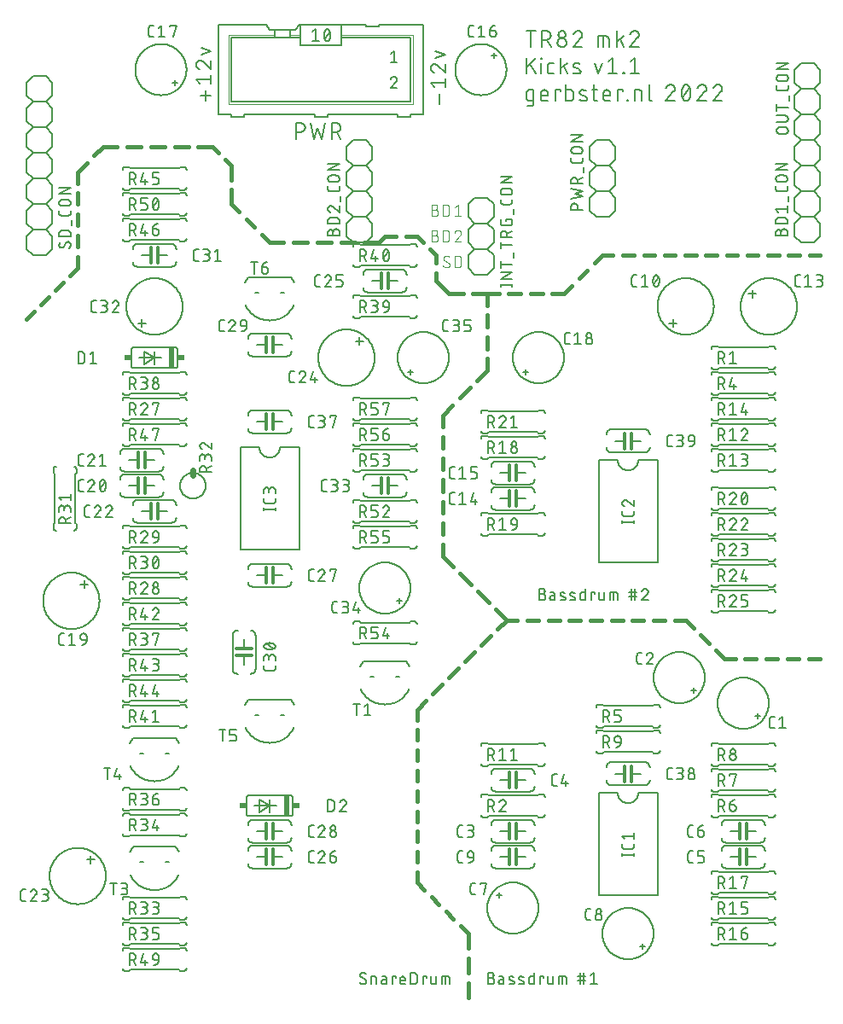
<source format=gbr>
G04 EAGLE Gerber RS-274X export*
G75*
%MOMM*%
%FSLAX34Y34*%
%LPD*%
%INSilkscreen Top*%
%IPPOS*%
%AMOC8*
5,1,8,0,0,1.08239X$1,22.5*%
G01*
%ADD10C,0.177800*%
%ADD11C,0.406400*%
%ADD12C,0.127000*%
%ADD13C,0.101600*%
%ADD14C,0.152400*%
%ADD15C,0.304800*%
%ADD16C,0.609600*%
%ADD17R,0.508000X2.032000*%
%ADD18R,0.635000X0.508000*%
%ADD19C,0.050800*%


D10*
X190133Y902589D02*
X190133Y912580D01*
X195128Y907584D02*
X185138Y907584D01*
X184305Y919278D02*
X180975Y923441D01*
X195961Y923441D01*
X195961Y919278D02*
X195961Y927604D01*
X184722Y942470D02*
X184602Y942468D01*
X184482Y942462D01*
X184362Y942453D01*
X184243Y942439D01*
X184124Y942422D01*
X184006Y942401D01*
X183888Y942376D01*
X183772Y942347D01*
X183656Y942315D01*
X183541Y942279D01*
X183428Y942239D01*
X183316Y942196D01*
X183205Y942149D01*
X183096Y942099D01*
X182989Y942045D01*
X182883Y941988D01*
X182780Y941927D01*
X182678Y941863D01*
X182578Y941796D01*
X182481Y941726D01*
X182386Y941653D01*
X182293Y941576D01*
X182203Y941497D01*
X182115Y941415D01*
X182030Y941330D01*
X181948Y941242D01*
X181869Y941152D01*
X181792Y941059D01*
X181719Y940964D01*
X181649Y940867D01*
X181582Y940767D01*
X181518Y940665D01*
X181457Y940562D01*
X181400Y940456D01*
X181346Y940349D01*
X181296Y940240D01*
X181249Y940129D01*
X181206Y940017D01*
X181166Y939904D01*
X181130Y939789D01*
X181098Y939673D01*
X181069Y939557D01*
X181044Y939439D01*
X181023Y939321D01*
X181006Y939202D01*
X180992Y939083D01*
X180983Y938963D01*
X180977Y938843D01*
X180975Y938723D01*
X180977Y938585D01*
X180983Y938448D01*
X180993Y938311D01*
X181006Y938174D01*
X181024Y938038D01*
X181046Y937902D01*
X181071Y937766D01*
X181100Y937632D01*
X181133Y937499D01*
X181170Y937366D01*
X181211Y937235D01*
X181255Y937104D01*
X181303Y936976D01*
X181355Y936848D01*
X181411Y936722D01*
X181470Y936598D01*
X181532Y936475D01*
X181598Y936355D01*
X181667Y936236D01*
X181740Y936119D01*
X181816Y936005D01*
X181896Y935892D01*
X181978Y935782D01*
X182064Y935674D01*
X182152Y935569D01*
X182244Y935467D01*
X182338Y935367D01*
X182436Y935269D01*
X182536Y935175D01*
X182639Y935084D01*
X182744Y934995D01*
X182852Y934910D01*
X182962Y934827D01*
X183074Y934748D01*
X183189Y934672D01*
X183306Y934599D01*
X183425Y934530D01*
X183545Y934464D01*
X183668Y934402D01*
X183792Y934343D01*
X183918Y934288D01*
X184046Y934236D01*
X184175Y934188D01*
X184305Y934144D01*
X187636Y941221D02*
X187548Y941311D01*
X187457Y941397D01*
X187364Y941481D01*
X187268Y941562D01*
X187170Y941640D01*
X187070Y941714D01*
X186967Y941786D01*
X186862Y941854D01*
X186754Y941919D01*
X186645Y941981D01*
X186534Y942039D01*
X186422Y942093D01*
X186307Y942145D01*
X186191Y942192D01*
X186074Y942236D01*
X185955Y942276D01*
X185835Y942313D01*
X185714Y942346D01*
X185592Y942375D01*
X185470Y942400D01*
X185346Y942421D01*
X185222Y942439D01*
X185097Y942452D01*
X184972Y942462D01*
X184847Y942468D01*
X184722Y942470D01*
X187635Y941221D02*
X195961Y934144D01*
X195961Y942470D01*
X195961Y951686D02*
X185970Y948356D01*
X185970Y955016D02*
X195961Y951686D01*
X422797Y909174D02*
X422797Y899184D01*
X416969Y915873D02*
X413639Y920036D01*
X428625Y920036D01*
X428625Y915873D02*
X428625Y924199D01*
X417386Y939065D02*
X417266Y939063D01*
X417146Y939057D01*
X417026Y939048D01*
X416907Y939034D01*
X416788Y939017D01*
X416670Y938996D01*
X416552Y938971D01*
X416436Y938942D01*
X416320Y938910D01*
X416205Y938874D01*
X416092Y938834D01*
X415980Y938791D01*
X415869Y938744D01*
X415760Y938694D01*
X415653Y938640D01*
X415547Y938583D01*
X415444Y938522D01*
X415342Y938458D01*
X415242Y938391D01*
X415145Y938321D01*
X415050Y938248D01*
X414957Y938171D01*
X414867Y938092D01*
X414779Y938010D01*
X414694Y937925D01*
X414612Y937837D01*
X414533Y937747D01*
X414456Y937654D01*
X414383Y937559D01*
X414313Y937462D01*
X414246Y937362D01*
X414182Y937260D01*
X414121Y937157D01*
X414064Y937051D01*
X414010Y936944D01*
X413960Y936835D01*
X413913Y936724D01*
X413870Y936612D01*
X413830Y936499D01*
X413794Y936384D01*
X413762Y936268D01*
X413733Y936152D01*
X413708Y936034D01*
X413687Y935916D01*
X413670Y935797D01*
X413656Y935678D01*
X413647Y935558D01*
X413641Y935438D01*
X413639Y935318D01*
X413641Y935180D01*
X413647Y935043D01*
X413657Y934906D01*
X413670Y934769D01*
X413688Y934633D01*
X413710Y934497D01*
X413735Y934361D01*
X413764Y934227D01*
X413797Y934094D01*
X413834Y933961D01*
X413875Y933830D01*
X413919Y933699D01*
X413967Y933571D01*
X414019Y933443D01*
X414075Y933317D01*
X414134Y933193D01*
X414196Y933070D01*
X414262Y932950D01*
X414331Y932831D01*
X414404Y932714D01*
X414480Y932600D01*
X414560Y932487D01*
X414642Y932377D01*
X414728Y932269D01*
X414816Y932164D01*
X414908Y932062D01*
X415002Y931962D01*
X415100Y931864D01*
X415200Y931770D01*
X415303Y931679D01*
X415408Y931590D01*
X415516Y931505D01*
X415626Y931422D01*
X415738Y931343D01*
X415853Y931267D01*
X415970Y931194D01*
X416089Y931125D01*
X416209Y931059D01*
X416332Y930997D01*
X416456Y930938D01*
X416582Y930883D01*
X416710Y930831D01*
X416839Y930783D01*
X416969Y930739D01*
X420300Y937815D02*
X420212Y937905D01*
X420121Y937991D01*
X420028Y938075D01*
X419932Y938156D01*
X419834Y938234D01*
X419734Y938308D01*
X419631Y938380D01*
X419526Y938448D01*
X419418Y938513D01*
X419309Y938575D01*
X419198Y938633D01*
X419086Y938687D01*
X418971Y938739D01*
X418855Y938786D01*
X418738Y938830D01*
X418619Y938870D01*
X418499Y938907D01*
X418378Y938940D01*
X418256Y938969D01*
X418134Y938994D01*
X418010Y939015D01*
X417886Y939033D01*
X417761Y939046D01*
X417636Y939056D01*
X417511Y939062D01*
X417386Y939064D01*
X420299Y937816D02*
X428625Y930739D01*
X428625Y939064D01*
X428625Y948281D02*
X418634Y944951D01*
X418634Y951611D02*
X428625Y948281D01*
X513334Y955929D02*
X513334Y971931D01*
X508889Y971931D02*
X517779Y971931D01*
X524100Y971931D02*
X524100Y955929D01*
X524100Y971931D02*
X528545Y971931D01*
X528677Y971929D01*
X528808Y971923D01*
X528940Y971913D01*
X529071Y971900D01*
X529201Y971882D01*
X529331Y971861D01*
X529461Y971836D01*
X529589Y971807D01*
X529717Y971774D01*
X529843Y971737D01*
X529969Y971697D01*
X530093Y971653D01*
X530216Y971605D01*
X530337Y971554D01*
X530457Y971499D01*
X530575Y971441D01*
X530691Y971379D01*
X530805Y971313D01*
X530918Y971245D01*
X531028Y971173D01*
X531136Y971098D01*
X531242Y971019D01*
X531346Y970938D01*
X531447Y970853D01*
X531545Y970766D01*
X531641Y970675D01*
X531734Y970582D01*
X531825Y970486D01*
X531912Y970388D01*
X531997Y970287D01*
X532078Y970183D01*
X532157Y970077D01*
X532232Y969969D01*
X532304Y969859D01*
X532372Y969746D01*
X532438Y969632D01*
X532500Y969516D01*
X532558Y969398D01*
X532613Y969278D01*
X532664Y969157D01*
X532712Y969034D01*
X532756Y968910D01*
X532796Y968784D01*
X532833Y968658D01*
X532866Y968530D01*
X532895Y968402D01*
X532920Y968272D01*
X532941Y968142D01*
X532959Y968012D01*
X532972Y967881D01*
X532982Y967749D01*
X532988Y967618D01*
X532990Y967486D01*
X532988Y967354D01*
X532982Y967223D01*
X532972Y967091D01*
X532959Y966960D01*
X532941Y966830D01*
X532920Y966700D01*
X532895Y966570D01*
X532866Y966442D01*
X532833Y966314D01*
X532796Y966188D01*
X532756Y966062D01*
X532712Y965938D01*
X532664Y965815D01*
X532613Y965694D01*
X532558Y965574D01*
X532500Y965456D01*
X532438Y965340D01*
X532372Y965226D01*
X532304Y965113D01*
X532232Y965003D01*
X532157Y964895D01*
X532078Y964789D01*
X531997Y964685D01*
X531912Y964584D01*
X531825Y964486D01*
X531734Y964390D01*
X531641Y964297D01*
X531545Y964206D01*
X531447Y964119D01*
X531346Y964034D01*
X531242Y963953D01*
X531136Y963874D01*
X531028Y963799D01*
X530918Y963727D01*
X530805Y963659D01*
X530691Y963593D01*
X530575Y963531D01*
X530457Y963473D01*
X530337Y963418D01*
X530216Y963367D01*
X530093Y963319D01*
X529969Y963275D01*
X529843Y963235D01*
X529717Y963198D01*
X529589Y963165D01*
X529461Y963136D01*
X529331Y963111D01*
X529201Y963090D01*
X529071Y963072D01*
X528940Y963059D01*
X528808Y963049D01*
X528677Y963043D01*
X528545Y963041D01*
X524100Y963041D01*
X529434Y963041D02*
X532990Y955929D01*
X539630Y960374D02*
X539632Y960506D01*
X539638Y960637D01*
X539648Y960769D01*
X539661Y960900D01*
X539679Y961030D01*
X539700Y961160D01*
X539725Y961290D01*
X539754Y961418D01*
X539787Y961546D01*
X539824Y961672D01*
X539864Y961798D01*
X539908Y961922D01*
X539956Y962045D01*
X540007Y962166D01*
X540062Y962286D01*
X540120Y962404D01*
X540182Y962520D01*
X540248Y962634D01*
X540316Y962747D01*
X540388Y962857D01*
X540463Y962965D01*
X540542Y963071D01*
X540623Y963175D01*
X540708Y963276D01*
X540795Y963374D01*
X540886Y963470D01*
X540979Y963563D01*
X541075Y963654D01*
X541173Y963741D01*
X541274Y963826D01*
X541378Y963907D01*
X541484Y963986D01*
X541592Y964061D01*
X541702Y964133D01*
X541815Y964201D01*
X541929Y964267D01*
X542045Y964329D01*
X542163Y964387D01*
X542283Y964442D01*
X542404Y964493D01*
X542527Y964541D01*
X542651Y964585D01*
X542777Y964625D01*
X542903Y964662D01*
X543031Y964695D01*
X543159Y964724D01*
X543289Y964749D01*
X543419Y964770D01*
X543549Y964788D01*
X543680Y964801D01*
X543812Y964811D01*
X543943Y964817D01*
X544075Y964819D01*
X544207Y964817D01*
X544338Y964811D01*
X544470Y964801D01*
X544601Y964788D01*
X544731Y964770D01*
X544861Y964749D01*
X544991Y964724D01*
X545119Y964695D01*
X545247Y964662D01*
X545373Y964625D01*
X545499Y964585D01*
X545623Y964541D01*
X545746Y964493D01*
X545867Y964442D01*
X545987Y964387D01*
X546105Y964329D01*
X546221Y964267D01*
X546335Y964201D01*
X546448Y964133D01*
X546558Y964061D01*
X546666Y963986D01*
X546772Y963907D01*
X546876Y963826D01*
X546977Y963741D01*
X547075Y963654D01*
X547171Y963563D01*
X547264Y963470D01*
X547355Y963374D01*
X547442Y963276D01*
X547527Y963175D01*
X547608Y963071D01*
X547687Y962965D01*
X547762Y962857D01*
X547834Y962747D01*
X547902Y962634D01*
X547968Y962520D01*
X548030Y962404D01*
X548088Y962286D01*
X548143Y962166D01*
X548194Y962045D01*
X548242Y961922D01*
X548286Y961798D01*
X548326Y961672D01*
X548363Y961546D01*
X548396Y961418D01*
X548425Y961290D01*
X548450Y961160D01*
X548471Y961030D01*
X548489Y960900D01*
X548502Y960769D01*
X548512Y960637D01*
X548518Y960506D01*
X548520Y960374D01*
X548518Y960242D01*
X548512Y960111D01*
X548502Y959979D01*
X548489Y959848D01*
X548471Y959718D01*
X548450Y959588D01*
X548425Y959458D01*
X548396Y959330D01*
X548363Y959202D01*
X548326Y959076D01*
X548286Y958950D01*
X548242Y958826D01*
X548194Y958703D01*
X548143Y958582D01*
X548088Y958462D01*
X548030Y958344D01*
X547968Y958228D01*
X547902Y958114D01*
X547834Y958001D01*
X547762Y957891D01*
X547687Y957783D01*
X547608Y957677D01*
X547527Y957573D01*
X547442Y957472D01*
X547355Y957374D01*
X547264Y957278D01*
X547171Y957185D01*
X547075Y957094D01*
X546977Y957007D01*
X546876Y956922D01*
X546772Y956841D01*
X546666Y956762D01*
X546558Y956687D01*
X546448Y956615D01*
X546335Y956547D01*
X546221Y956481D01*
X546105Y956419D01*
X545987Y956361D01*
X545867Y956306D01*
X545746Y956255D01*
X545623Y956207D01*
X545499Y956163D01*
X545373Y956123D01*
X545247Y956086D01*
X545119Y956053D01*
X544991Y956024D01*
X544861Y955999D01*
X544731Y955978D01*
X544601Y955960D01*
X544470Y955947D01*
X544338Y955937D01*
X544207Y955931D01*
X544075Y955929D01*
X543943Y955931D01*
X543812Y955937D01*
X543680Y955947D01*
X543549Y955960D01*
X543419Y955978D01*
X543289Y955999D01*
X543159Y956024D01*
X543031Y956053D01*
X542903Y956086D01*
X542777Y956123D01*
X542651Y956163D01*
X542527Y956207D01*
X542404Y956255D01*
X542283Y956306D01*
X542163Y956361D01*
X542045Y956419D01*
X541929Y956481D01*
X541815Y956547D01*
X541702Y956615D01*
X541592Y956687D01*
X541484Y956762D01*
X541378Y956841D01*
X541274Y956922D01*
X541173Y957007D01*
X541075Y957094D01*
X540979Y957185D01*
X540886Y957278D01*
X540795Y957374D01*
X540708Y957472D01*
X540623Y957573D01*
X540542Y957677D01*
X540463Y957783D01*
X540388Y957891D01*
X540316Y958001D01*
X540248Y958114D01*
X540182Y958228D01*
X540120Y958344D01*
X540062Y958462D01*
X540007Y958582D01*
X539956Y958703D01*
X539908Y958826D01*
X539864Y958950D01*
X539824Y959076D01*
X539787Y959202D01*
X539754Y959330D01*
X539725Y959458D01*
X539700Y959588D01*
X539679Y959718D01*
X539661Y959848D01*
X539648Y959979D01*
X539638Y960111D01*
X539632Y960242D01*
X539630Y960374D01*
X540519Y968375D02*
X540521Y968493D01*
X540527Y968610D01*
X540536Y968727D01*
X540550Y968844D01*
X540567Y968960D01*
X540589Y969076D01*
X540614Y969191D01*
X540643Y969305D01*
X540675Y969418D01*
X540712Y969530D01*
X540752Y969640D01*
X540795Y969749D01*
X540843Y969857D01*
X540893Y969963D01*
X540948Y970067D01*
X541005Y970170D01*
X541066Y970270D01*
X541131Y970369D01*
X541198Y970465D01*
X541269Y970559D01*
X541343Y970651D01*
X541419Y970740D01*
X541499Y970826D01*
X541581Y970910D01*
X541667Y970991D01*
X541754Y971069D01*
X541845Y971145D01*
X541938Y971217D01*
X542033Y971286D01*
X542130Y971352D01*
X542230Y971415D01*
X542331Y971474D01*
X542434Y971530D01*
X542540Y971582D01*
X542647Y971631D01*
X542755Y971677D01*
X542865Y971719D01*
X542976Y971757D01*
X543089Y971791D01*
X543202Y971822D01*
X543317Y971849D01*
X543432Y971872D01*
X543548Y971892D01*
X543664Y971907D01*
X543781Y971919D01*
X543899Y971927D01*
X544016Y971931D01*
X544134Y971931D01*
X544251Y971927D01*
X544369Y971919D01*
X544486Y971907D01*
X544602Y971892D01*
X544718Y971872D01*
X544833Y971849D01*
X544948Y971822D01*
X545061Y971791D01*
X545174Y971757D01*
X545285Y971719D01*
X545395Y971677D01*
X545503Y971631D01*
X545610Y971582D01*
X545716Y971530D01*
X545819Y971474D01*
X545920Y971415D01*
X546020Y971352D01*
X546117Y971286D01*
X546212Y971217D01*
X546305Y971145D01*
X546396Y971069D01*
X546483Y970991D01*
X546569Y970910D01*
X546651Y970826D01*
X546731Y970740D01*
X546807Y970651D01*
X546881Y970559D01*
X546952Y970465D01*
X547019Y970369D01*
X547084Y970270D01*
X547145Y970170D01*
X547202Y970067D01*
X547257Y969963D01*
X547307Y969857D01*
X547355Y969749D01*
X547398Y969640D01*
X547438Y969530D01*
X547475Y969418D01*
X547507Y969305D01*
X547536Y969191D01*
X547561Y969076D01*
X547583Y968960D01*
X547600Y968844D01*
X547614Y968727D01*
X547623Y968610D01*
X547629Y968493D01*
X547631Y968375D01*
X547629Y968257D01*
X547623Y968140D01*
X547614Y968023D01*
X547600Y967906D01*
X547583Y967790D01*
X547561Y967674D01*
X547536Y967559D01*
X547507Y967445D01*
X547475Y967332D01*
X547438Y967220D01*
X547398Y967110D01*
X547355Y967001D01*
X547307Y966893D01*
X547257Y966787D01*
X547202Y966683D01*
X547145Y966580D01*
X547084Y966480D01*
X547019Y966381D01*
X546952Y966285D01*
X546881Y966191D01*
X546807Y966099D01*
X546731Y966010D01*
X546651Y965924D01*
X546569Y965840D01*
X546483Y965759D01*
X546396Y965681D01*
X546305Y965605D01*
X546212Y965533D01*
X546117Y965464D01*
X546020Y965398D01*
X545920Y965335D01*
X545819Y965276D01*
X545716Y965220D01*
X545610Y965168D01*
X545503Y965119D01*
X545395Y965073D01*
X545285Y965031D01*
X545174Y964993D01*
X545061Y964959D01*
X544948Y964928D01*
X544833Y964901D01*
X544718Y964878D01*
X544602Y964858D01*
X544486Y964843D01*
X544369Y964831D01*
X544251Y964823D01*
X544134Y964819D01*
X544016Y964819D01*
X543899Y964823D01*
X543781Y964831D01*
X543664Y964843D01*
X543548Y964858D01*
X543432Y964878D01*
X543317Y964901D01*
X543202Y964928D01*
X543089Y964959D01*
X542976Y964993D01*
X542865Y965031D01*
X542755Y965073D01*
X542647Y965119D01*
X542540Y965168D01*
X542434Y965220D01*
X542331Y965276D01*
X542230Y965335D01*
X542130Y965398D01*
X542033Y965464D01*
X541938Y965533D01*
X541845Y965605D01*
X541754Y965681D01*
X541667Y965759D01*
X541581Y965840D01*
X541499Y965924D01*
X541419Y966010D01*
X541343Y966099D01*
X541269Y966191D01*
X541198Y966285D01*
X541131Y966381D01*
X541066Y966480D01*
X541005Y966580D01*
X540948Y966683D01*
X540893Y966787D01*
X540843Y966893D01*
X540795Y967001D01*
X540752Y967110D01*
X540712Y967220D01*
X540675Y967332D01*
X540643Y967445D01*
X540614Y967559D01*
X540589Y967674D01*
X540567Y967790D01*
X540550Y967906D01*
X540536Y968023D01*
X540527Y968140D01*
X540521Y968257D01*
X540519Y968375D01*
X560151Y971932D02*
X560277Y971930D01*
X560402Y971924D01*
X560528Y971914D01*
X560652Y971900D01*
X560777Y971883D01*
X560901Y971861D01*
X561024Y971836D01*
X561146Y971806D01*
X561267Y971773D01*
X561387Y971736D01*
X561506Y971695D01*
X561624Y971651D01*
X561740Y971603D01*
X561855Y971551D01*
X561967Y971496D01*
X562078Y971437D01*
X562188Y971375D01*
X562295Y971309D01*
X562400Y971240D01*
X562503Y971168D01*
X562603Y971092D01*
X562701Y971014D01*
X562797Y970932D01*
X562890Y970848D01*
X562980Y970760D01*
X563068Y970670D01*
X563152Y970577D01*
X563234Y970481D01*
X563312Y970383D01*
X563388Y970283D01*
X563460Y970180D01*
X563529Y970075D01*
X563595Y969968D01*
X563657Y969858D01*
X563716Y969747D01*
X563771Y969635D01*
X563823Y969520D01*
X563871Y969404D01*
X563915Y969286D01*
X563956Y969167D01*
X563993Y969047D01*
X564026Y968926D01*
X564056Y968804D01*
X564081Y968681D01*
X564103Y968557D01*
X564120Y968432D01*
X564134Y968308D01*
X564144Y968182D01*
X564150Y968057D01*
X564152Y967931D01*
X560151Y971931D02*
X560010Y971929D01*
X559870Y971923D01*
X559730Y971914D01*
X559590Y971900D01*
X559451Y971883D01*
X559312Y971862D01*
X559173Y971837D01*
X559036Y971809D01*
X558899Y971776D01*
X558763Y971740D01*
X558628Y971700D01*
X558495Y971657D01*
X558362Y971610D01*
X558231Y971559D01*
X558102Y971505D01*
X557974Y971447D01*
X557847Y971386D01*
X557722Y971321D01*
X557600Y971253D01*
X557479Y971182D01*
X557359Y971107D01*
X557243Y971029D01*
X557128Y970948D01*
X557015Y970864D01*
X556905Y970776D01*
X556797Y970686D01*
X556692Y970593D01*
X556590Y970497D01*
X556490Y970398D01*
X556392Y970297D01*
X556298Y970193D01*
X556206Y970086D01*
X556118Y969977D01*
X556032Y969866D01*
X555950Y969752D01*
X555870Y969636D01*
X555794Y969518D01*
X555721Y969398D01*
X555652Y969276D01*
X555585Y969152D01*
X555522Y969026D01*
X555463Y968899D01*
X555407Y968770D01*
X555355Y968640D01*
X555306Y968508D01*
X555261Y968375D01*
X562818Y964819D02*
X562910Y964910D01*
X563000Y965003D01*
X563086Y965098D01*
X563170Y965196D01*
X563250Y965297D01*
X563328Y965400D01*
X563402Y965505D01*
X563473Y965613D01*
X563541Y965722D01*
X563605Y965834D01*
X563667Y965947D01*
X563724Y966062D01*
X563779Y966179D01*
X563830Y966298D01*
X563877Y966418D01*
X563920Y966539D01*
X563960Y966661D01*
X563996Y966785D01*
X564029Y966910D01*
X564058Y967035D01*
X564083Y967162D01*
X564104Y967289D01*
X564121Y967417D01*
X564135Y967545D01*
X564144Y967673D01*
X564150Y967802D01*
X564152Y967931D01*
X562818Y964819D02*
X555262Y955929D01*
X564152Y955929D01*
X579904Y955929D02*
X579904Y966597D01*
X587905Y966597D01*
X588007Y966595D01*
X588109Y966589D01*
X588211Y966579D01*
X588312Y966566D01*
X588413Y966548D01*
X588513Y966527D01*
X588612Y966502D01*
X588710Y966473D01*
X588806Y966440D01*
X588902Y966404D01*
X588996Y966364D01*
X589088Y966320D01*
X589179Y966273D01*
X589268Y966222D01*
X589355Y966169D01*
X589439Y966111D01*
X589522Y966051D01*
X589602Y965988D01*
X589679Y965921D01*
X589754Y965852D01*
X589827Y965779D01*
X589896Y965704D01*
X589963Y965627D01*
X590026Y965547D01*
X590086Y965464D01*
X590144Y965380D01*
X590197Y965293D01*
X590248Y965204D01*
X590295Y965113D01*
X590339Y965021D01*
X590379Y964927D01*
X590415Y964831D01*
X590448Y964735D01*
X590477Y964637D01*
X590502Y964538D01*
X590523Y964438D01*
X590541Y964337D01*
X590554Y964236D01*
X590564Y964134D01*
X590570Y964032D01*
X590572Y963930D01*
X590572Y955929D01*
X585238Y955929D02*
X585238Y966597D01*
X598541Y971931D02*
X598541Y955929D01*
X598541Y961263D02*
X605653Y966597D01*
X601652Y963486D02*
X605653Y955929D01*
X620425Y967931D02*
X620423Y968057D01*
X620417Y968182D01*
X620407Y968308D01*
X620393Y968432D01*
X620376Y968557D01*
X620354Y968681D01*
X620329Y968804D01*
X620299Y968926D01*
X620266Y969047D01*
X620229Y969167D01*
X620188Y969286D01*
X620144Y969404D01*
X620096Y969520D01*
X620044Y969635D01*
X619989Y969747D01*
X619930Y969858D01*
X619868Y969968D01*
X619802Y970075D01*
X619733Y970180D01*
X619661Y970283D01*
X619585Y970383D01*
X619507Y970481D01*
X619425Y970577D01*
X619341Y970670D01*
X619253Y970760D01*
X619163Y970848D01*
X619070Y970932D01*
X618974Y971014D01*
X618876Y971092D01*
X618776Y971168D01*
X618673Y971240D01*
X618568Y971309D01*
X618461Y971375D01*
X618351Y971437D01*
X618240Y971496D01*
X618128Y971551D01*
X618013Y971603D01*
X617897Y971651D01*
X617779Y971695D01*
X617660Y971736D01*
X617540Y971773D01*
X617419Y971806D01*
X617297Y971836D01*
X617174Y971861D01*
X617050Y971883D01*
X616925Y971900D01*
X616801Y971914D01*
X616675Y971924D01*
X616550Y971930D01*
X616424Y971932D01*
X616424Y971931D02*
X616283Y971929D01*
X616143Y971923D01*
X616003Y971914D01*
X615863Y971900D01*
X615724Y971883D01*
X615585Y971862D01*
X615446Y971837D01*
X615309Y971809D01*
X615172Y971776D01*
X615036Y971740D01*
X614901Y971700D01*
X614768Y971657D01*
X614635Y971610D01*
X614504Y971559D01*
X614375Y971505D01*
X614247Y971447D01*
X614120Y971386D01*
X613995Y971321D01*
X613873Y971253D01*
X613752Y971182D01*
X613632Y971107D01*
X613516Y971029D01*
X613401Y970948D01*
X613288Y970864D01*
X613178Y970776D01*
X613070Y970686D01*
X612965Y970593D01*
X612863Y970497D01*
X612763Y970398D01*
X612665Y970297D01*
X612571Y970193D01*
X612479Y970086D01*
X612391Y969977D01*
X612305Y969866D01*
X612223Y969752D01*
X612143Y969636D01*
X612067Y969518D01*
X611994Y969398D01*
X611925Y969276D01*
X611858Y969152D01*
X611795Y969026D01*
X611736Y968899D01*
X611680Y968770D01*
X611628Y968640D01*
X611579Y968508D01*
X611534Y968375D01*
X619090Y964819D02*
X619182Y964910D01*
X619272Y965003D01*
X619358Y965098D01*
X619442Y965196D01*
X619522Y965297D01*
X619600Y965400D01*
X619674Y965505D01*
X619745Y965613D01*
X619813Y965722D01*
X619877Y965834D01*
X619939Y965947D01*
X619996Y966062D01*
X620051Y966179D01*
X620102Y966298D01*
X620149Y966418D01*
X620192Y966539D01*
X620232Y966661D01*
X620268Y966785D01*
X620301Y966910D01*
X620330Y967035D01*
X620355Y967162D01*
X620376Y967289D01*
X620393Y967417D01*
X620407Y967545D01*
X620416Y967673D01*
X620422Y967802D01*
X620424Y967931D01*
X619091Y964819D02*
X611534Y955929D01*
X620424Y955929D01*
X508889Y945261D02*
X508889Y929259D01*
X508889Y935482D02*
X517779Y945261D01*
X512445Y939038D02*
X517779Y929259D01*
X523522Y929259D02*
X523522Y939927D01*
X523078Y944372D02*
X523078Y945261D01*
X523967Y945261D01*
X523967Y944372D01*
X523078Y944372D01*
X532553Y929259D02*
X536109Y929259D01*
X532553Y929259D02*
X532451Y929261D01*
X532349Y929267D01*
X532247Y929277D01*
X532146Y929290D01*
X532045Y929308D01*
X531945Y929329D01*
X531846Y929354D01*
X531748Y929383D01*
X531652Y929416D01*
X531556Y929452D01*
X531462Y929492D01*
X531370Y929536D01*
X531279Y929583D01*
X531190Y929634D01*
X531103Y929687D01*
X531019Y929745D01*
X530936Y929805D01*
X530856Y929868D01*
X530779Y929935D01*
X530704Y930004D01*
X530631Y930077D01*
X530562Y930152D01*
X530495Y930229D01*
X530432Y930309D01*
X530372Y930392D01*
X530314Y930476D01*
X530261Y930563D01*
X530210Y930652D01*
X530163Y930743D01*
X530119Y930835D01*
X530079Y930929D01*
X530043Y931025D01*
X530010Y931121D01*
X529981Y931219D01*
X529956Y931318D01*
X529935Y931418D01*
X529917Y931519D01*
X529904Y931620D01*
X529894Y931722D01*
X529888Y931824D01*
X529886Y931926D01*
X529886Y937260D01*
X529888Y937362D01*
X529894Y937464D01*
X529904Y937566D01*
X529917Y937667D01*
X529935Y937768D01*
X529956Y937868D01*
X529981Y937967D01*
X530010Y938065D01*
X530043Y938161D01*
X530079Y938257D01*
X530119Y938351D01*
X530163Y938443D01*
X530210Y938534D01*
X530261Y938623D01*
X530314Y938710D01*
X530372Y938794D01*
X530432Y938877D01*
X530495Y938957D01*
X530562Y939034D01*
X530631Y939109D01*
X530704Y939182D01*
X530779Y939251D01*
X530856Y939318D01*
X530936Y939381D01*
X531019Y939441D01*
X531103Y939499D01*
X531190Y939552D01*
X531279Y939603D01*
X531370Y939650D01*
X531462Y939694D01*
X531556Y939734D01*
X531652Y939770D01*
X531748Y939803D01*
X531846Y939832D01*
X531945Y939857D01*
X532045Y939878D01*
X532146Y939896D01*
X532247Y939909D01*
X532349Y939919D01*
X532451Y939925D01*
X532553Y939927D01*
X536109Y939927D01*
X542557Y945261D02*
X542557Y929259D01*
X542557Y934593D02*
X549669Y939927D01*
X545669Y936816D02*
X549669Y929259D01*
X556731Y935482D02*
X561176Y933704D01*
X556731Y935482D02*
X556643Y935519D01*
X556557Y935560D01*
X556472Y935604D01*
X556390Y935652D01*
X556309Y935704D01*
X556231Y935758D01*
X556155Y935816D01*
X556081Y935877D01*
X556010Y935941D01*
X555942Y936007D01*
X555877Y936077D01*
X555814Y936149D01*
X555755Y936224D01*
X555698Y936301D01*
X555645Y936380D01*
X555595Y936462D01*
X555549Y936545D01*
X555506Y936630D01*
X555467Y936718D01*
X555431Y936806D01*
X555399Y936896D01*
X555371Y936987D01*
X555347Y937080D01*
X555326Y937173D01*
X555310Y937267D01*
X555297Y937361D01*
X555288Y937457D01*
X555283Y937552D01*
X555282Y937647D01*
X555285Y937743D01*
X555292Y937838D01*
X555303Y937933D01*
X555318Y938027D01*
X555337Y938121D01*
X555359Y938214D01*
X555386Y938305D01*
X555416Y938396D01*
X555450Y938485D01*
X555487Y938573D01*
X555528Y938659D01*
X555573Y938743D01*
X555621Y938826D01*
X555673Y938906D01*
X555728Y938984D01*
X555786Y939060D01*
X555847Y939134D01*
X555911Y939204D01*
X555978Y939272D01*
X556048Y939338D01*
X556120Y939400D01*
X556195Y939459D01*
X556272Y939515D01*
X556352Y939568D01*
X556433Y939617D01*
X556517Y939664D01*
X556602Y939706D01*
X556690Y939745D01*
X556778Y939780D01*
X556868Y939812D01*
X556960Y939840D01*
X557052Y939864D01*
X557145Y939884D01*
X557239Y939901D01*
X557334Y939913D01*
X557429Y939922D01*
X557524Y939926D01*
X557620Y939927D01*
X557619Y939927D02*
X557862Y939921D01*
X558104Y939908D01*
X558346Y939890D01*
X558588Y939866D01*
X558829Y939837D01*
X559069Y939801D01*
X559308Y939760D01*
X559546Y939713D01*
X559783Y939661D01*
X560019Y939602D01*
X560253Y939538D01*
X560486Y939469D01*
X560717Y939393D01*
X560946Y939313D01*
X561172Y939227D01*
X561397Y939135D01*
X561620Y939038D01*
X561176Y933704D02*
X561264Y933667D01*
X561350Y933626D01*
X561435Y933582D01*
X561517Y933534D01*
X561598Y933482D01*
X561676Y933428D01*
X561752Y933370D01*
X561826Y933309D01*
X561897Y933245D01*
X561965Y933179D01*
X562030Y933109D01*
X562093Y933037D01*
X562152Y932962D01*
X562209Y932885D01*
X562262Y932806D01*
X562312Y932724D01*
X562358Y932641D01*
X562401Y932556D01*
X562440Y932468D01*
X562476Y932380D01*
X562508Y932290D01*
X562536Y932199D01*
X562560Y932106D01*
X562581Y932013D01*
X562597Y931919D01*
X562610Y931825D01*
X562619Y931729D01*
X562624Y931634D01*
X562625Y931539D01*
X562622Y931443D01*
X562615Y931348D01*
X562604Y931253D01*
X562589Y931159D01*
X562570Y931065D01*
X562548Y930972D01*
X562521Y930881D01*
X562491Y930790D01*
X562457Y930701D01*
X562420Y930613D01*
X562379Y930527D01*
X562334Y930443D01*
X562286Y930360D01*
X562234Y930280D01*
X562179Y930202D01*
X562121Y930126D01*
X562060Y930052D01*
X561996Y929982D01*
X561929Y929914D01*
X561859Y929848D01*
X561787Y929786D01*
X561712Y929727D01*
X561635Y929671D01*
X561555Y929618D01*
X561474Y929569D01*
X561390Y929522D01*
X561305Y929480D01*
X561217Y929441D01*
X561129Y929406D01*
X561039Y929374D01*
X560947Y929346D01*
X560855Y929322D01*
X560762Y929302D01*
X560668Y929285D01*
X560573Y929273D01*
X560478Y929264D01*
X560383Y929260D01*
X560287Y929259D01*
X560287Y929260D02*
X559930Y929269D01*
X559574Y929287D01*
X559218Y929313D01*
X558863Y929347D01*
X558509Y929390D01*
X558157Y929442D01*
X557805Y929501D01*
X557455Y929569D01*
X557107Y929645D01*
X556760Y929730D01*
X556416Y929822D01*
X556074Y929923D01*
X555734Y930032D01*
X555397Y930149D01*
X576760Y939927D02*
X580316Y929259D01*
X583872Y939927D01*
X589939Y941705D02*
X594384Y945261D01*
X594384Y929259D01*
X589939Y929259D02*
X598829Y929259D01*
X604881Y929259D02*
X604881Y930148D01*
X605770Y930148D01*
X605770Y929259D01*
X604881Y929259D01*
X611823Y941705D02*
X616268Y945261D01*
X616268Y929259D01*
X611823Y929259D02*
X620713Y929259D01*
X516001Y902589D02*
X511556Y902589D01*
X511454Y902591D01*
X511352Y902597D01*
X511250Y902607D01*
X511149Y902620D01*
X511048Y902638D01*
X510948Y902659D01*
X510849Y902684D01*
X510751Y902713D01*
X510655Y902746D01*
X510559Y902782D01*
X510465Y902822D01*
X510373Y902866D01*
X510282Y902913D01*
X510193Y902964D01*
X510106Y903017D01*
X510022Y903075D01*
X509939Y903135D01*
X509859Y903198D01*
X509782Y903265D01*
X509707Y903334D01*
X509634Y903407D01*
X509565Y903482D01*
X509498Y903559D01*
X509435Y903639D01*
X509375Y903722D01*
X509317Y903806D01*
X509264Y903893D01*
X509213Y903982D01*
X509166Y904073D01*
X509122Y904165D01*
X509082Y904259D01*
X509046Y904355D01*
X509013Y904451D01*
X508984Y904549D01*
X508959Y904648D01*
X508938Y904748D01*
X508920Y904849D01*
X508907Y904950D01*
X508897Y905052D01*
X508891Y905154D01*
X508889Y905256D01*
X508889Y910590D01*
X508891Y910692D01*
X508897Y910794D01*
X508907Y910896D01*
X508920Y910997D01*
X508938Y911098D01*
X508959Y911198D01*
X508984Y911297D01*
X509013Y911395D01*
X509046Y911491D01*
X509082Y911587D01*
X509122Y911681D01*
X509166Y911773D01*
X509213Y911864D01*
X509264Y911953D01*
X509317Y912040D01*
X509375Y912124D01*
X509435Y912207D01*
X509498Y912287D01*
X509565Y912364D01*
X509634Y912439D01*
X509707Y912512D01*
X509782Y912581D01*
X509859Y912648D01*
X509939Y912711D01*
X510022Y912771D01*
X510106Y912829D01*
X510193Y912882D01*
X510282Y912933D01*
X510373Y912980D01*
X510465Y913024D01*
X510559Y913064D01*
X510655Y913100D01*
X510751Y913133D01*
X510849Y913162D01*
X510948Y913187D01*
X511048Y913208D01*
X511149Y913226D01*
X511250Y913239D01*
X511352Y913249D01*
X511454Y913255D01*
X511556Y913257D01*
X516001Y913257D01*
X516001Y899922D01*
X515999Y899820D01*
X515993Y899718D01*
X515983Y899616D01*
X515970Y899515D01*
X515952Y899414D01*
X515931Y899314D01*
X515906Y899215D01*
X515877Y899117D01*
X515844Y899021D01*
X515808Y898925D01*
X515768Y898831D01*
X515724Y898739D01*
X515677Y898648D01*
X515626Y898559D01*
X515573Y898472D01*
X515515Y898388D01*
X515455Y898305D01*
X515392Y898225D01*
X515325Y898148D01*
X515256Y898073D01*
X515183Y898000D01*
X515108Y897931D01*
X515031Y897864D01*
X514951Y897801D01*
X514868Y897741D01*
X514784Y897683D01*
X514697Y897630D01*
X514608Y897579D01*
X514517Y897532D01*
X514425Y897488D01*
X514331Y897448D01*
X514235Y897412D01*
X514139Y897379D01*
X514041Y897350D01*
X513942Y897325D01*
X513842Y897304D01*
X513741Y897286D01*
X513640Y897273D01*
X513538Y897263D01*
X513436Y897257D01*
X513334Y897255D01*
X509778Y897255D01*
X525705Y902589D02*
X530150Y902589D01*
X525705Y902589D02*
X525603Y902591D01*
X525501Y902597D01*
X525399Y902607D01*
X525298Y902620D01*
X525197Y902638D01*
X525097Y902659D01*
X524998Y902684D01*
X524900Y902713D01*
X524804Y902746D01*
X524708Y902782D01*
X524614Y902822D01*
X524522Y902866D01*
X524431Y902913D01*
X524342Y902964D01*
X524255Y903017D01*
X524171Y903075D01*
X524088Y903135D01*
X524008Y903198D01*
X523931Y903265D01*
X523856Y903334D01*
X523783Y903407D01*
X523714Y903482D01*
X523647Y903559D01*
X523584Y903639D01*
X523524Y903722D01*
X523466Y903806D01*
X523413Y903893D01*
X523362Y903982D01*
X523315Y904073D01*
X523271Y904165D01*
X523231Y904259D01*
X523195Y904355D01*
X523162Y904451D01*
X523133Y904549D01*
X523108Y904648D01*
X523087Y904748D01*
X523069Y904849D01*
X523056Y904950D01*
X523046Y905052D01*
X523040Y905154D01*
X523038Y905256D01*
X523038Y909701D01*
X523040Y909819D01*
X523046Y909936D01*
X523055Y910053D01*
X523069Y910170D01*
X523086Y910286D01*
X523108Y910402D01*
X523133Y910517D01*
X523162Y910631D01*
X523194Y910744D01*
X523231Y910856D01*
X523271Y910966D01*
X523314Y911075D01*
X523362Y911183D01*
X523412Y911289D01*
X523467Y911393D01*
X523524Y911496D01*
X523585Y911596D01*
X523650Y911695D01*
X523717Y911791D01*
X523788Y911885D01*
X523862Y911977D01*
X523938Y912066D01*
X524018Y912152D01*
X524100Y912236D01*
X524186Y912317D01*
X524273Y912395D01*
X524364Y912471D01*
X524457Y912543D01*
X524552Y912612D01*
X524649Y912678D01*
X524749Y912741D01*
X524850Y912800D01*
X524953Y912856D01*
X525059Y912908D01*
X525166Y912957D01*
X525274Y913003D01*
X525384Y913045D01*
X525495Y913083D01*
X525608Y913117D01*
X525721Y913148D01*
X525836Y913175D01*
X525951Y913198D01*
X526067Y913218D01*
X526183Y913233D01*
X526300Y913245D01*
X526418Y913253D01*
X526535Y913257D01*
X526653Y913257D01*
X526770Y913253D01*
X526888Y913245D01*
X527005Y913233D01*
X527121Y913218D01*
X527237Y913198D01*
X527352Y913175D01*
X527467Y913148D01*
X527580Y913117D01*
X527693Y913083D01*
X527804Y913045D01*
X527914Y913003D01*
X528022Y912957D01*
X528129Y912908D01*
X528235Y912856D01*
X528338Y912800D01*
X528439Y912741D01*
X528539Y912678D01*
X528636Y912612D01*
X528731Y912543D01*
X528824Y912471D01*
X528915Y912395D01*
X529002Y912317D01*
X529088Y912236D01*
X529170Y912152D01*
X529250Y912066D01*
X529326Y911977D01*
X529400Y911885D01*
X529471Y911791D01*
X529538Y911695D01*
X529603Y911596D01*
X529664Y911496D01*
X529721Y911393D01*
X529776Y911289D01*
X529826Y911183D01*
X529874Y911075D01*
X529917Y910966D01*
X529957Y910856D01*
X529994Y910744D01*
X530026Y910631D01*
X530055Y910517D01*
X530080Y910402D01*
X530102Y910286D01*
X530119Y910170D01*
X530133Y910053D01*
X530142Y909936D01*
X530148Y909819D01*
X530150Y909701D01*
X530150Y907923D01*
X523038Y907923D01*
X537199Y902589D02*
X537199Y913257D01*
X542533Y913257D01*
X542533Y911479D01*
X548128Y918591D02*
X548128Y902589D01*
X552573Y902589D01*
X552675Y902591D01*
X552777Y902597D01*
X552879Y902607D01*
X552980Y902620D01*
X553081Y902638D01*
X553181Y902659D01*
X553280Y902684D01*
X553378Y902713D01*
X553474Y902746D01*
X553570Y902782D01*
X553664Y902822D01*
X553756Y902866D01*
X553847Y902913D01*
X553936Y902964D01*
X554023Y903017D01*
X554107Y903075D01*
X554190Y903135D01*
X554270Y903198D01*
X554347Y903265D01*
X554422Y903334D01*
X554495Y903407D01*
X554564Y903482D01*
X554631Y903559D01*
X554694Y903639D01*
X554754Y903722D01*
X554812Y903806D01*
X554865Y903893D01*
X554916Y903982D01*
X554963Y904073D01*
X555007Y904165D01*
X555047Y904259D01*
X555083Y904355D01*
X555116Y904451D01*
X555145Y904549D01*
X555170Y904648D01*
X555191Y904748D01*
X555209Y904849D01*
X555222Y904950D01*
X555232Y905052D01*
X555238Y905154D01*
X555240Y905256D01*
X555240Y910590D01*
X555238Y910692D01*
X555232Y910794D01*
X555222Y910896D01*
X555209Y910997D01*
X555191Y911098D01*
X555170Y911198D01*
X555145Y911297D01*
X555116Y911395D01*
X555083Y911491D01*
X555047Y911587D01*
X555007Y911681D01*
X554963Y911773D01*
X554916Y911864D01*
X554865Y911953D01*
X554812Y912040D01*
X554754Y912124D01*
X554694Y912207D01*
X554631Y912287D01*
X554564Y912364D01*
X554495Y912439D01*
X554422Y912512D01*
X554347Y912581D01*
X554270Y912648D01*
X554190Y912711D01*
X554107Y912771D01*
X554023Y912829D01*
X553936Y912882D01*
X553847Y912933D01*
X553756Y912980D01*
X553664Y913024D01*
X553570Y913064D01*
X553474Y913100D01*
X553378Y913133D01*
X553280Y913162D01*
X553181Y913187D01*
X553081Y913208D01*
X552980Y913226D01*
X552879Y913239D01*
X552777Y913249D01*
X552675Y913255D01*
X552573Y913257D01*
X548128Y913257D01*
X562928Y908812D02*
X567373Y907034D01*
X562928Y908812D02*
X562840Y908849D01*
X562754Y908890D01*
X562669Y908934D01*
X562587Y908982D01*
X562506Y909034D01*
X562428Y909088D01*
X562352Y909146D01*
X562278Y909207D01*
X562207Y909271D01*
X562139Y909337D01*
X562074Y909407D01*
X562011Y909479D01*
X561952Y909554D01*
X561895Y909631D01*
X561842Y909710D01*
X561792Y909792D01*
X561746Y909875D01*
X561703Y909960D01*
X561664Y910048D01*
X561628Y910136D01*
X561596Y910226D01*
X561568Y910317D01*
X561544Y910410D01*
X561523Y910503D01*
X561507Y910597D01*
X561494Y910691D01*
X561485Y910787D01*
X561480Y910882D01*
X561479Y910977D01*
X561482Y911073D01*
X561489Y911168D01*
X561500Y911263D01*
X561515Y911357D01*
X561534Y911451D01*
X561556Y911544D01*
X561583Y911635D01*
X561613Y911726D01*
X561647Y911815D01*
X561684Y911903D01*
X561725Y911989D01*
X561770Y912073D01*
X561818Y912156D01*
X561870Y912236D01*
X561925Y912314D01*
X561983Y912390D01*
X562044Y912464D01*
X562108Y912534D01*
X562175Y912602D01*
X562245Y912668D01*
X562317Y912730D01*
X562392Y912789D01*
X562469Y912845D01*
X562549Y912898D01*
X562630Y912947D01*
X562714Y912994D01*
X562799Y913036D01*
X562887Y913075D01*
X562975Y913110D01*
X563065Y913142D01*
X563157Y913170D01*
X563249Y913194D01*
X563342Y913214D01*
X563436Y913231D01*
X563531Y913243D01*
X563626Y913252D01*
X563721Y913256D01*
X563817Y913257D01*
X564060Y913251D01*
X564302Y913238D01*
X564544Y913220D01*
X564786Y913196D01*
X565027Y913167D01*
X565267Y913131D01*
X565506Y913090D01*
X565744Y913043D01*
X565981Y912991D01*
X566217Y912932D01*
X566451Y912868D01*
X566684Y912799D01*
X566915Y912723D01*
X567144Y912643D01*
X567370Y912557D01*
X567595Y912465D01*
X567818Y912368D01*
X567373Y907034D02*
X567461Y906997D01*
X567547Y906956D01*
X567632Y906912D01*
X567714Y906864D01*
X567795Y906812D01*
X567873Y906758D01*
X567949Y906700D01*
X568023Y906639D01*
X568094Y906575D01*
X568162Y906509D01*
X568227Y906439D01*
X568290Y906367D01*
X568349Y906292D01*
X568406Y906215D01*
X568459Y906136D01*
X568509Y906054D01*
X568555Y905971D01*
X568598Y905886D01*
X568637Y905798D01*
X568673Y905710D01*
X568705Y905620D01*
X568733Y905529D01*
X568757Y905436D01*
X568778Y905343D01*
X568794Y905249D01*
X568807Y905155D01*
X568816Y905059D01*
X568821Y904964D01*
X568822Y904869D01*
X568819Y904773D01*
X568812Y904678D01*
X568801Y904583D01*
X568786Y904489D01*
X568767Y904395D01*
X568745Y904302D01*
X568718Y904211D01*
X568688Y904120D01*
X568654Y904031D01*
X568617Y903943D01*
X568576Y903857D01*
X568531Y903773D01*
X568483Y903690D01*
X568431Y903610D01*
X568376Y903532D01*
X568318Y903456D01*
X568257Y903382D01*
X568193Y903312D01*
X568126Y903244D01*
X568056Y903178D01*
X567984Y903116D01*
X567909Y903057D01*
X567832Y903001D01*
X567752Y902948D01*
X567671Y902899D01*
X567587Y902852D01*
X567502Y902810D01*
X567414Y902771D01*
X567326Y902736D01*
X567236Y902704D01*
X567144Y902676D01*
X567052Y902652D01*
X566959Y902632D01*
X566865Y902615D01*
X566770Y902603D01*
X566675Y902594D01*
X566580Y902590D01*
X566484Y902589D01*
X566485Y902590D02*
X566128Y902599D01*
X565772Y902617D01*
X565416Y902643D01*
X565061Y902677D01*
X564707Y902720D01*
X564355Y902772D01*
X564003Y902831D01*
X563653Y902899D01*
X563305Y902975D01*
X562958Y903060D01*
X562614Y903152D01*
X562272Y903253D01*
X561932Y903362D01*
X561595Y903479D01*
X573819Y913257D02*
X579153Y913257D01*
X575597Y918591D02*
X575597Y905256D01*
X575599Y905154D01*
X575605Y905052D01*
X575615Y904950D01*
X575628Y904849D01*
X575646Y904748D01*
X575667Y904648D01*
X575692Y904549D01*
X575721Y904451D01*
X575754Y904355D01*
X575790Y904259D01*
X575830Y904165D01*
X575874Y904073D01*
X575921Y903982D01*
X575972Y903893D01*
X576025Y903806D01*
X576083Y903722D01*
X576143Y903639D01*
X576206Y903559D01*
X576273Y903482D01*
X576342Y903407D01*
X576415Y903334D01*
X576490Y903265D01*
X576567Y903198D01*
X576647Y903135D01*
X576730Y903075D01*
X576814Y903017D01*
X576901Y902964D01*
X576990Y902913D01*
X577081Y902866D01*
X577173Y902822D01*
X577267Y902782D01*
X577363Y902746D01*
X577459Y902713D01*
X577557Y902684D01*
X577656Y902659D01*
X577756Y902638D01*
X577857Y902620D01*
X577958Y902607D01*
X578060Y902597D01*
X578162Y902591D01*
X578264Y902589D01*
X579153Y902589D01*
X587709Y902589D02*
X592154Y902589D01*
X587709Y902589D02*
X587607Y902591D01*
X587505Y902597D01*
X587403Y902607D01*
X587302Y902620D01*
X587201Y902638D01*
X587101Y902659D01*
X587002Y902684D01*
X586904Y902713D01*
X586808Y902746D01*
X586712Y902782D01*
X586618Y902822D01*
X586526Y902866D01*
X586435Y902913D01*
X586346Y902964D01*
X586259Y903017D01*
X586175Y903075D01*
X586092Y903135D01*
X586012Y903198D01*
X585935Y903265D01*
X585860Y903334D01*
X585787Y903407D01*
X585718Y903482D01*
X585651Y903559D01*
X585588Y903639D01*
X585528Y903722D01*
X585470Y903806D01*
X585417Y903893D01*
X585366Y903982D01*
X585319Y904073D01*
X585275Y904165D01*
X585235Y904259D01*
X585199Y904355D01*
X585166Y904451D01*
X585137Y904549D01*
X585112Y904648D01*
X585091Y904748D01*
X585073Y904849D01*
X585060Y904950D01*
X585050Y905052D01*
X585044Y905154D01*
X585042Y905256D01*
X585042Y909701D01*
X585044Y909819D01*
X585050Y909936D01*
X585059Y910053D01*
X585073Y910170D01*
X585090Y910286D01*
X585112Y910402D01*
X585137Y910517D01*
X585166Y910631D01*
X585198Y910744D01*
X585235Y910856D01*
X585275Y910966D01*
X585318Y911075D01*
X585366Y911183D01*
X585416Y911289D01*
X585471Y911393D01*
X585528Y911496D01*
X585589Y911596D01*
X585654Y911695D01*
X585721Y911791D01*
X585792Y911885D01*
X585866Y911977D01*
X585942Y912066D01*
X586022Y912152D01*
X586104Y912236D01*
X586190Y912317D01*
X586277Y912395D01*
X586368Y912471D01*
X586461Y912543D01*
X586556Y912612D01*
X586653Y912678D01*
X586753Y912741D01*
X586854Y912800D01*
X586957Y912856D01*
X587063Y912908D01*
X587170Y912957D01*
X587278Y913003D01*
X587388Y913045D01*
X587499Y913083D01*
X587612Y913117D01*
X587725Y913148D01*
X587840Y913175D01*
X587955Y913198D01*
X588071Y913218D01*
X588187Y913233D01*
X588304Y913245D01*
X588422Y913253D01*
X588539Y913257D01*
X588657Y913257D01*
X588774Y913253D01*
X588892Y913245D01*
X589009Y913233D01*
X589125Y913218D01*
X589241Y913198D01*
X589356Y913175D01*
X589471Y913148D01*
X589584Y913117D01*
X589697Y913083D01*
X589808Y913045D01*
X589918Y913003D01*
X590026Y912957D01*
X590133Y912908D01*
X590239Y912856D01*
X590342Y912800D01*
X590443Y912741D01*
X590543Y912678D01*
X590640Y912612D01*
X590735Y912543D01*
X590828Y912471D01*
X590919Y912395D01*
X591006Y912317D01*
X591092Y912236D01*
X591174Y912152D01*
X591254Y912066D01*
X591330Y911977D01*
X591404Y911885D01*
X591475Y911791D01*
X591542Y911695D01*
X591607Y911596D01*
X591668Y911496D01*
X591725Y911393D01*
X591780Y911289D01*
X591830Y911183D01*
X591878Y911075D01*
X591921Y910966D01*
X591961Y910856D01*
X591998Y910744D01*
X592030Y910631D01*
X592059Y910517D01*
X592084Y910402D01*
X592106Y910286D01*
X592123Y910170D01*
X592137Y910053D01*
X592146Y909936D01*
X592152Y909819D01*
X592154Y909701D01*
X592154Y907923D01*
X585042Y907923D01*
X599203Y902589D02*
X599203Y913257D01*
X604537Y913257D01*
X604537Y911479D01*
X608995Y903478D02*
X608995Y902589D01*
X608995Y903478D02*
X609884Y903478D01*
X609884Y902589D01*
X608995Y902589D01*
X616304Y902589D02*
X616304Y913257D01*
X620749Y913257D01*
X620851Y913255D01*
X620953Y913249D01*
X621055Y913239D01*
X621156Y913226D01*
X621257Y913208D01*
X621357Y913187D01*
X621456Y913162D01*
X621554Y913133D01*
X621650Y913100D01*
X621746Y913064D01*
X621840Y913024D01*
X621932Y912980D01*
X622023Y912933D01*
X622112Y912882D01*
X622199Y912829D01*
X622283Y912771D01*
X622366Y912711D01*
X622446Y912648D01*
X622523Y912581D01*
X622598Y912512D01*
X622671Y912439D01*
X622740Y912364D01*
X622807Y912287D01*
X622870Y912207D01*
X622930Y912124D01*
X622988Y912040D01*
X623041Y911953D01*
X623092Y911864D01*
X623139Y911773D01*
X623183Y911681D01*
X623223Y911587D01*
X623259Y911491D01*
X623292Y911395D01*
X623321Y911297D01*
X623346Y911198D01*
X623367Y911098D01*
X623385Y910997D01*
X623398Y910896D01*
X623408Y910794D01*
X623414Y910692D01*
X623416Y910590D01*
X623416Y902589D01*
X630580Y905256D02*
X630580Y918591D01*
X630580Y905256D02*
X630582Y905154D01*
X630588Y905052D01*
X630598Y904950D01*
X630611Y904849D01*
X630629Y904748D01*
X630650Y904648D01*
X630675Y904549D01*
X630704Y904451D01*
X630737Y904355D01*
X630773Y904259D01*
X630813Y904165D01*
X630857Y904073D01*
X630904Y903982D01*
X630955Y903893D01*
X631008Y903806D01*
X631066Y903722D01*
X631126Y903639D01*
X631189Y903559D01*
X631256Y903482D01*
X631325Y903407D01*
X631398Y903334D01*
X631473Y903265D01*
X631550Y903198D01*
X631630Y903135D01*
X631713Y903075D01*
X631797Y903017D01*
X631884Y902964D01*
X631973Y902913D01*
X632064Y902866D01*
X632156Y902822D01*
X632250Y902782D01*
X632346Y902746D01*
X632442Y902713D01*
X632540Y902684D01*
X632639Y902659D01*
X632739Y902638D01*
X632840Y902620D01*
X632941Y902607D01*
X633043Y902597D01*
X633145Y902591D01*
X633247Y902589D01*
X652088Y918592D02*
X652214Y918590D01*
X652339Y918584D01*
X652465Y918574D01*
X652589Y918560D01*
X652714Y918543D01*
X652838Y918521D01*
X652961Y918496D01*
X653083Y918466D01*
X653204Y918433D01*
X653324Y918396D01*
X653443Y918355D01*
X653561Y918311D01*
X653677Y918263D01*
X653792Y918211D01*
X653904Y918156D01*
X654015Y918097D01*
X654125Y918035D01*
X654232Y917969D01*
X654337Y917900D01*
X654440Y917828D01*
X654540Y917752D01*
X654638Y917674D01*
X654734Y917592D01*
X654827Y917508D01*
X654917Y917420D01*
X655005Y917330D01*
X655089Y917237D01*
X655171Y917141D01*
X655249Y917043D01*
X655325Y916943D01*
X655397Y916840D01*
X655466Y916735D01*
X655532Y916628D01*
X655594Y916518D01*
X655653Y916407D01*
X655708Y916295D01*
X655760Y916180D01*
X655808Y916064D01*
X655852Y915946D01*
X655893Y915827D01*
X655930Y915707D01*
X655963Y915586D01*
X655993Y915464D01*
X656018Y915341D01*
X656040Y915217D01*
X656057Y915092D01*
X656071Y914968D01*
X656081Y914842D01*
X656087Y914717D01*
X656089Y914591D01*
X652088Y918591D02*
X651947Y918589D01*
X651807Y918583D01*
X651667Y918574D01*
X651527Y918560D01*
X651388Y918543D01*
X651249Y918522D01*
X651110Y918497D01*
X650973Y918469D01*
X650836Y918436D01*
X650700Y918400D01*
X650565Y918360D01*
X650432Y918317D01*
X650299Y918270D01*
X650168Y918219D01*
X650039Y918165D01*
X649911Y918107D01*
X649784Y918046D01*
X649659Y917981D01*
X649537Y917913D01*
X649416Y917842D01*
X649296Y917767D01*
X649180Y917689D01*
X649065Y917608D01*
X648952Y917524D01*
X648842Y917436D01*
X648734Y917346D01*
X648629Y917253D01*
X648527Y917157D01*
X648427Y917058D01*
X648329Y916957D01*
X648235Y916853D01*
X648143Y916746D01*
X648055Y916637D01*
X647969Y916526D01*
X647887Y916412D01*
X647807Y916296D01*
X647731Y916178D01*
X647658Y916058D01*
X647589Y915936D01*
X647522Y915812D01*
X647459Y915686D01*
X647400Y915559D01*
X647344Y915430D01*
X647292Y915300D01*
X647243Y915168D01*
X647198Y915035D01*
X654755Y911479D02*
X654847Y911570D01*
X654937Y911663D01*
X655023Y911758D01*
X655107Y911856D01*
X655187Y911957D01*
X655265Y912060D01*
X655339Y912165D01*
X655410Y912273D01*
X655478Y912382D01*
X655542Y912494D01*
X655604Y912607D01*
X655661Y912722D01*
X655716Y912839D01*
X655767Y912958D01*
X655814Y913078D01*
X655857Y913199D01*
X655897Y913321D01*
X655933Y913445D01*
X655966Y913570D01*
X655995Y913695D01*
X656020Y913822D01*
X656041Y913949D01*
X656058Y914077D01*
X656072Y914205D01*
X656081Y914333D01*
X656087Y914462D01*
X656089Y914591D01*
X654755Y911479D02*
X647198Y902589D01*
X656088Y902589D01*
X662830Y910590D02*
X662834Y910905D01*
X662845Y911219D01*
X662864Y911534D01*
X662890Y911847D01*
X662924Y912160D01*
X662965Y912472D01*
X663014Y912783D01*
X663070Y913093D01*
X663133Y913402D01*
X663204Y913708D01*
X663282Y914013D01*
X663367Y914316D01*
X663460Y914617D01*
X663560Y914916D01*
X663667Y915212D01*
X663780Y915506D01*
X663901Y915796D01*
X664029Y916084D01*
X664164Y916369D01*
X664202Y916475D01*
X664245Y916580D01*
X664290Y916684D01*
X664340Y916786D01*
X664393Y916886D01*
X664449Y916985D01*
X664509Y917081D01*
X664572Y917175D01*
X664638Y917267D01*
X664707Y917357D01*
X664779Y917444D01*
X664855Y917529D01*
X664933Y917611D01*
X665014Y917690D01*
X665097Y917767D01*
X665184Y917840D01*
X665272Y917911D01*
X665363Y917978D01*
X665457Y918043D01*
X665552Y918104D01*
X665650Y918161D01*
X665749Y918216D01*
X665850Y918266D01*
X665953Y918314D01*
X666058Y918358D01*
X666164Y918398D01*
X666271Y918434D01*
X666380Y918467D01*
X666489Y918496D01*
X666600Y918521D01*
X666711Y918542D01*
X666823Y918560D01*
X666936Y918573D01*
X667049Y918583D01*
X667162Y918589D01*
X667275Y918591D01*
X667388Y918589D01*
X667501Y918583D01*
X667614Y918573D01*
X667727Y918560D01*
X667839Y918542D01*
X667950Y918521D01*
X668061Y918496D01*
X668170Y918467D01*
X668279Y918434D01*
X668386Y918398D01*
X668492Y918358D01*
X668597Y918314D01*
X668700Y918266D01*
X668801Y918216D01*
X668900Y918161D01*
X668998Y918104D01*
X669093Y918043D01*
X669187Y917978D01*
X669278Y917911D01*
X669366Y917840D01*
X669453Y917767D01*
X669536Y917690D01*
X669617Y917611D01*
X669695Y917529D01*
X669771Y917444D01*
X669843Y917357D01*
X669912Y917267D01*
X669978Y917175D01*
X670041Y917081D01*
X670101Y916985D01*
X670157Y916886D01*
X670210Y916786D01*
X670260Y916684D01*
X670305Y916580D01*
X670348Y916475D01*
X670386Y916369D01*
X670521Y916084D01*
X670649Y915796D01*
X670770Y915506D01*
X670883Y915212D01*
X670990Y914916D01*
X671090Y914617D01*
X671183Y914316D01*
X671268Y914013D01*
X671346Y913708D01*
X671417Y913402D01*
X671480Y913093D01*
X671536Y912783D01*
X671585Y912472D01*
X671626Y912160D01*
X671660Y911847D01*
X671686Y911534D01*
X671705Y911219D01*
X671716Y910905D01*
X671720Y910590D01*
X662830Y910590D02*
X662834Y910275D01*
X662845Y909961D01*
X662864Y909646D01*
X662890Y909333D01*
X662924Y909020D01*
X662965Y908708D01*
X663014Y908397D01*
X663070Y908087D01*
X663133Y907778D01*
X663204Y907472D01*
X663282Y907167D01*
X663367Y906864D01*
X663460Y906563D01*
X663560Y906264D01*
X663667Y905968D01*
X663780Y905674D01*
X663901Y905384D01*
X664029Y905096D01*
X664164Y904811D01*
X664202Y904705D01*
X664245Y904600D01*
X664290Y904496D01*
X664340Y904394D01*
X664393Y904294D01*
X664449Y904195D01*
X664509Y904099D01*
X664572Y904005D01*
X664638Y903913D01*
X664707Y903823D01*
X664779Y903736D01*
X664855Y903651D01*
X664933Y903569D01*
X665014Y903490D01*
X665097Y903413D01*
X665184Y903340D01*
X665272Y903269D01*
X665363Y903202D01*
X665457Y903137D01*
X665552Y903076D01*
X665650Y903019D01*
X665749Y902964D01*
X665850Y902914D01*
X665953Y902866D01*
X666058Y902822D01*
X666164Y902782D01*
X666271Y902746D01*
X666380Y902713D01*
X666489Y902684D01*
X666600Y902659D01*
X666711Y902638D01*
X666823Y902620D01*
X666936Y902607D01*
X667049Y902597D01*
X667162Y902591D01*
X667275Y902589D01*
X670386Y904811D02*
X670521Y905096D01*
X670649Y905384D01*
X670770Y905674D01*
X670883Y905968D01*
X670990Y906264D01*
X671090Y906563D01*
X671183Y906864D01*
X671268Y907167D01*
X671346Y907472D01*
X671417Y907778D01*
X671480Y908087D01*
X671536Y908397D01*
X671585Y908708D01*
X671626Y909020D01*
X671660Y909333D01*
X671686Y909646D01*
X671705Y909961D01*
X671716Y910275D01*
X671720Y910590D01*
X670386Y904811D02*
X670348Y904705D01*
X670305Y904600D01*
X670260Y904496D01*
X670210Y904394D01*
X670157Y904294D01*
X670101Y904195D01*
X670041Y904099D01*
X669978Y904005D01*
X669912Y903913D01*
X669843Y903823D01*
X669771Y903736D01*
X669695Y903651D01*
X669617Y903569D01*
X669536Y903490D01*
X669453Y903413D01*
X669366Y903340D01*
X669278Y903269D01*
X669187Y903202D01*
X669093Y903137D01*
X668998Y903076D01*
X668900Y903019D01*
X668801Y902964D01*
X668700Y902914D01*
X668597Y902866D01*
X668492Y902822D01*
X668386Y902782D01*
X668279Y902746D01*
X668170Y902713D01*
X668061Y902684D01*
X667950Y902659D01*
X667839Y902638D01*
X667727Y902620D01*
X667614Y902607D01*
X667501Y902597D01*
X667388Y902591D01*
X667275Y902589D01*
X663719Y906145D02*
X670831Y915035D01*
X683350Y918592D02*
X683476Y918590D01*
X683601Y918584D01*
X683727Y918574D01*
X683851Y918560D01*
X683976Y918543D01*
X684100Y918521D01*
X684223Y918496D01*
X684345Y918466D01*
X684466Y918433D01*
X684586Y918396D01*
X684705Y918355D01*
X684823Y918311D01*
X684939Y918263D01*
X685054Y918211D01*
X685166Y918156D01*
X685277Y918097D01*
X685387Y918035D01*
X685494Y917969D01*
X685599Y917900D01*
X685702Y917828D01*
X685802Y917752D01*
X685900Y917674D01*
X685996Y917592D01*
X686089Y917508D01*
X686179Y917420D01*
X686267Y917330D01*
X686351Y917237D01*
X686433Y917141D01*
X686511Y917043D01*
X686587Y916943D01*
X686659Y916840D01*
X686728Y916735D01*
X686794Y916628D01*
X686856Y916518D01*
X686915Y916407D01*
X686970Y916295D01*
X687022Y916180D01*
X687070Y916064D01*
X687114Y915946D01*
X687155Y915827D01*
X687192Y915707D01*
X687225Y915586D01*
X687255Y915464D01*
X687280Y915341D01*
X687302Y915217D01*
X687319Y915092D01*
X687333Y914968D01*
X687343Y914842D01*
X687349Y914717D01*
X687351Y914591D01*
X683350Y918591D02*
X683209Y918589D01*
X683069Y918583D01*
X682929Y918574D01*
X682789Y918560D01*
X682650Y918543D01*
X682511Y918522D01*
X682372Y918497D01*
X682235Y918469D01*
X682098Y918436D01*
X681962Y918400D01*
X681827Y918360D01*
X681694Y918317D01*
X681561Y918270D01*
X681430Y918219D01*
X681301Y918165D01*
X681173Y918107D01*
X681046Y918046D01*
X680921Y917981D01*
X680799Y917913D01*
X680678Y917842D01*
X680558Y917767D01*
X680442Y917689D01*
X680327Y917608D01*
X680214Y917524D01*
X680104Y917436D01*
X679996Y917346D01*
X679891Y917253D01*
X679789Y917157D01*
X679689Y917058D01*
X679591Y916957D01*
X679497Y916853D01*
X679405Y916746D01*
X679317Y916637D01*
X679231Y916526D01*
X679149Y916412D01*
X679069Y916296D01*
X678993Y916178D01*
X678920Y916058D01*
X678851Y915936D01*
X678784Y915812D01*
X678721Y915686D01*
X678662Y915559D01*
X678606Y915430D01*
X678554Y915300D01*
X678505Y915168D01*
X678460Y915035D01*
X686017Y911479D02*
X686109Y911570D01*
X686199Y911663D01*
X686285Y911758D01*
X686369Y911856D01*
X686449Y911957D01*
X686527Y912060D01*
X686601Y912165D01*
X686672Y912273D01*
X686740Y912382D01*
X686804Y912494D01*
X686866Y912607D01*
X686923Y912722D01*
X686978Y912839D01*
X687029Y912958D01*
X687076Y913078D01*
X687119Y913199D01*
X687159Y913321D01*
X687195Y913445D01*
X687228Y913570D01*
X687257Y913695D01*
X687282Y913822D01*
X687303Y913949D01*
X687320Y914077D01*
X687334Y914205D01*
X687343Y914333D01*
X687349Y914462D01*
X687351Y914591D01*
X686017Y911479D02*
X678461Y902589D01*
X687351Y902589D01*
X702983Y914591D02*
X702981Y914717D01*
X702975Y914842D01*
X702965Y914968D01*
X702951Y915092D01*
X702934Y915217D01*
X702912Y915341D01*
X702887Y915464D01*
X702857Y915586D01*
X702824Y915707D01*
X702787Y915827D01*
X702746Y915946D01*
X702702Y916064D01*
X702654Y916180D01*
X702602Y916295D01*
X702547Y916407D01*
X702488Y916518D01*
X702426Y916628D01*
X702360Y916735D01*
X702291Y916840D01*
X702219Y916943D01*
X702143Y917043D01*
X702065Y917141D01*
X701983Y917237D01*
X701899Y917330D01*
X701811Y917420D01*
X701721Y917508D01*
X701628Y917592D01*
X701532Y917674D01*
X701434Y917752D01*
X701334Y917828D01*
X701231Y917900D01*
X701126Y917969D01*
X701019Y918035D01*
X700909Y918097D01*
X700798Y918156D01*
X700686Y918211D01*
X700571Y918263D01*
X700455Y918311D01*
X700337Y918355D01*
X700218Y918396D01*
X700098Y918433D01*
X699977Y918466D01*
X699855Y918496D01*
X699732Y918521D01*
X699608Y918543D01*
X699483Y918560D01*
X699359Y918574D01*
X699233Y918584D01*
X699108Y918590D01*
X698982Y918592D01*
X698982Y918591D02*
X698841Y918589D01*
X698701Y918583D01*
X698561Y918574D01*
X698421Y918560D01*
X698282Y918543D01*
X698143Y918522D01*
X698004Y918497D01*
X697867Y918469D01*
X697730Y918436D01*
X697594Y918400D01*
X697459Y918360D01*
X697326Y918317D01*
X697193Y918270D01*
X697062Y918219D01*
X696933Y918165D01*
X696805Y918107D01*
X696678Y918046D01*
X696553Y917981D01*
X696431Y917913D01*
X696310Y917842D01*
X696190Y917767D01*
X696074Y917689D01*
X695959Y917608D01*
X695846Y917524D01*
X695736Y917436D01*
X695628Y917346D01*
X695523Y917253D01*
X695421Y917157D01*
X695321Y917058D01*
X695223Y916957D01*
X695129Y916853D01*
X695037Y916746D01*
X694949Y916637D01*
X694863Y916526D01*
X694781Y916412D01*
X694701Y916296D01*
X694625Y916178D01*
X694552Y916058D01*
X694483Y915936D01*
X694416Y915812D01*
X694353Y915686D01*
X694294Y915559D01*
X694238Y915430D01*
X694186Y915300D01*
X694137Y915168D01*
X694092Y915035D01*
X701648Y911479D02*
X701740Y911570D01*
X701830Y911663D01*
X701916Y911758D01*
X702000Y911856D01*
X702080Y911957D01*
X702158Y912060D01*
X702232Y912165D01*
X702303Y912273D01*
X702371Y912382D01*
X702435Y912494D01*
X702497Y912607D01*
X702554Y912722D01*
X702609Y912839D01*
X702660Y912958D01*
X702707Y913078D01*
X702750Y913199D01*
X702790Y913321D01*
X702826Y913445D01*
X702859Y913570D01*
X702888Y913695D01*
X702913Y913822D01*
X702934Y913949D01*
X702951Y914077D01*
X702965Y914205D01*
X702974Y914333D01*
X702980Y914462D01*
X702982Y914591D01*
X701649Y911479D02*
X694092Y902589D01*
X702982Y902589D01*
D11*
X450850Y27200D02*
X450850Y12700D01*
X450850Y37200D02*
X450850Y51700D01*
X450850Y61700D02*
X450850Y76200D01*
X443453Y83597D01*
X436382Y90668D02*
X428986Y98064D01*
X421914Y105136D02*
X414518Y112532D01*
X407447Y119603D02*
X400050Y127000D01*
X400050Y137161D01*
X400050Y147161D02*
X400050Y157322D01*
X400050Y167322D02*
X400050Y177483D01*
X400050Y187483D02*
X400050Y197644D01*
X400050Y207644D02*
X400050Y217806D01*
X400050Y227806D02*
X400050Y237967D01*
X400050Y247967D02*
X400050Y258128D01*
X400050Y268128D02*
X400050Y278289D01*
X400050Y288289D02*
X400050Y298450D01*
X408974Y307374D01*
X416045Y314445D02*
X424969Y323369D01*
X432040Y330440D02*
X440964Y339364D01*
X448036Y346436D02*
X456960Y355360D01*
X464031Y362431D02*
X472955Y371355D01*
X480026Y378426D02*
X488950Y387350D01*
X499817Y387350D01*
X509817Y387350D02*
X520683Y387350D01*
X530683Y387350D02*
X541550Y387350D01*
X551550Y387350D02*
X562417Y387350D01*
X572417Y387350D02*
X583283Y387350D01*
X593283Y387350D02*
X604150Y387350D01*
X614150Y387350D02*
X625017Y387350D01*
X635017Y387350D02*
X645883Y387350D01*
X655883Y387350D02*
X666750Y387350D01*
X674736Y379364D01*
X681807Y372293D02*
X689793Y364307D01*
X696864Y357236D02*
X704850Y349250D01*
X715900Y349250D01*
X725900Y349250D02*
X736950Y349250D01*
X746950Y349250D02*
X758000Y349250D01*
X768000Y349250D02*
X779050Y349250D01*
X789050Y349250D02*
X800100Y349250D01*
X800100Y749300D02*
X789564Y749300D01*
X779564Y749300D02*
X769027Y749300D01*
X759027Y749300D02*
X748491Y749300D01*
X738491Y749300D02*
X727955Y749300D01*
X717955Y749300D02*
X707418Y749300D01*
X697418Y749300D02*
X686882Y749300D01*
X676882Y749300D02*
X666345Y749300D01*
X656345Y749300D02*
X645809Y749300D01*
X635809Y749300D02*
X625273Y749300D01*
X615273Y749300D02*
X604736Y749300D01*
X594736Y749300D02*
X584200Y749300D01*
X576214Y741314D01*
X569143Y734243D02*
X561157Y726257D01*
X554086Y719186D02*
X546100Y711200D01*
X534550Y711200D01*
X524550Y711200D02*
X513000Y711200D01*
X503000Y711200D02*
X491450Y711200D01*
X481450Y711200D02*
X469900Y711200D01*
X469900Y699650D01*
X469900Y689650D02*
X469900Y678100D01*
X469900Y668100D02*
X469900Y656550D01*
X469900Y646550D02*
X469900Y635000D01*
X459797Y624897D01*
X452726Y617826D02*
X442624Y607724D01*
X435553Y600653D02*
X425450Y590550D01*
X425450Y579164D01*
X425450Y569164D02*
X425450Y557779D01*
X425450Y547779D02*
X425450Y536393D01*
X425450Y526393D02*
X425450Y515007D01*
X425450Y505007D02*
X425450Y493621D01*
X425450Y483621D02*
X425450Y472236D01*
X425450Y462236D02*
X425450Y450850D01*
X436022Y440278D01*
X443093Y433207D02*
X453664Y422636D01*
X460736Y415564D02*
X471307Y404993D01*
X478378Y397922D02*
X488950Y387350D01*
X469900Y711200D02*
X455850Y711200D01*
X445850Y711200D02*
X431800Y711200D01*
X419100Y723900D01*
X419100Y731600D01*
X419100Y741600D02*
X419100Y749300D01*
X413111Y755289D01*
X406039Y762361D02*
X400050Y768350D01*
X389175Y768350D01*
X379175Y768350D02*
X368300Y768350D01*
X361950Y762000D01*
X348360Y762000D01*
X338360Y762000D02*
X324770Y762000D01*
X314770Y762000D02*
X301180Y762000D01*
X291180Y762000D02*
X277590Y762000D01*
X267590Y762000D02*
X254000Y762000D01*
X246014Y769986D01*
X238943Y777057D02*
X230957Y785043D01*
X223886Y792114D02*
X215900Y800100D01*
X215900Y814150D01*
X215900Y824150D02*
X215900Y838200D01*
X209911Y844189D01*
X202839Y851261D02*
X196850Y857250D01*
X183260Y857250D01*
X173260Y857250D02*
X159670Y857250D01*
X149670Y857250D02*
X136080Y857250D01*
X126080Y857250D02*
X112490Y857250D01*
X102490Y857250D02*
X88900Y857250D01*
X79736Y848086D01*
X72664Y841014D02*
X63500Y831850D01*
X63500Y820800D01*
X63500Y810800D02*
X63500Y799750D01*
X63500Y789750D02*
X63500Y778700D01*
X63500Y768700D02*
X63500Y757650D01*
X63500Y747650D02*
X63500Y736600D01*
X56103Y729203D01*
X49032Y722132D02*
X41636Y714736D01*
X34564Y707664D02*
X27168Y700268D01*
X20097Y693197D02*
X12700Y685800D01*
D12*
X470535Y32385D02*
X473710Y32385D01*
X473821Y32383D01*
X473931Y32377D01*
X474042Y32368D01*
X474152Y32354D01*
X474261Y32337D01*
X474370Y32316D01*
X474478Y32291D01*
X474585Y32262D01*
X474691Y32230D01*
X474796Y32194D01*
X474899Y32154D01*
X475001Y32111D01*
X475102Y32064D01*
X475201Y32013D01*
X475298Y31960D01*
X475392Y31903D01*
X475485Y31842D01*
X475576Y31779D01*
X475665Y31712D01*
X475751Y31642D01*
X475834Y31569D01*
X475916Y31494D01*
X475994Y31416D01*
X476069Y31334D01*
X476142Y31251D01*
X476212Y31165D01*
X476279Y31076D01*
X476342Y30985D01*
X476403Y30892D01*
X476460Y30797D01*
X476513Y30701D01*
X476564Y30602D01*
X476611Y30501D01*
X476654Y30399D01*
X476694Y30296D01*
X476730Y30191D01*
X476762Y30085D01*
X476791Y29978D01*
X476816Y29870D01*
X476837Y29761D01*
X476854Y29652D01*
X476868Y29542D01*
X476877Y29431D01*
X476883Y29321D01*
X476885Y29210D01*
X476883Y29099D01*
X476877Y28989D01*
X476868Y28878D01*
X476854Y28768D01*
X476837Y28659D01*
X476816Y28550D01*
X476791Y28442D01*
X476762Y28335D01*
X476730Y28229D01*
X476694Y28124D01*
X476654Y28021D01*
X476611Y27919D01*
X476564Y27818D01*
X476513Y27719D01*
X476460Y27622D01*
X476403Y27528D01*
X476342Y27435D01*
X476279Y27344D01*
X476212Y27255D01*
X476142Y27169D01*
X476069Y27086D01*
X475994Y27004D01*
X475916Y26926D01*
X475834Y26851D01*
X475751Y26778D01*
X475665Y26708D01*
X475576Y26641D01*
X475485Y26578D01*
X475392Y26517D01*
X475298Y26460D01*
X475201Y26407D01*
X475102Y26356D01*
X475001Y26309D01*
X474899Y26266D01*
X474796Y26226D01*
X474691Y26190D01*
X474585Y26158D01*
X474478Y26129D01*
X474370Y26104D01*
X474261Y26083D01*
X474152Y26066D01*
X474042Y26052D01*
X473931Y26043D01*
X473821Y26037D01*
X473710Y26035D01*
X470535Y26035D01*
X470535Y37465D01*
X473710Y37465D01*
X473810Y37463D01*
X473909Y37457D01*
X474009Y37447D01*
X474107Y37434D01*
X474206Y37416D01*
X474303Y37395D01*
X474399Y37370D01*
X474495Y37341D01*
X474589Y37308D01*
X474682Y37272D01*
X474773Y37232D01*
X474863Y37188D01*
X474951Y37141D01*
X475037Y37091D01*
X475121Y37037D01*
X475203Y36980D01*
X475282Y36920D01*
X475360Y36856D01*
X475434Y36790D01*
X475506Y36721D01*
X475575Y36649D01*
X475641Y36575D01*
X475705Y36497D01*
X475765Y36418D01*
X475822Y36336D01*
X475876Y36252D01*
X475926Y36166D01*
X475973Y36078D01*
X476017Y35988D01*
X476057Y35897D01*
X476093Y35804D01*
X476126Y35710D01*
X476155Y35614D01*
X476180Y35518D01*
X476201Y35421D01*
X476219Y35322D01*
X476232Y35224D01*
X476242Y35124D01*
X476248Y35025D01*
X476250Y34925D01*
X476248Y34825D01*
X476242Y34726D01*
X476232Y34626D01*
X476219Y34528D01*
X476201Y34429D01*
X476180Y34332D01*
X476155Y34236D01*
X476126Y34140D01*
X476093Y34046D01*
X476057Y33953D01*
X476017Y33862D01*
X475973Y33772D01*
X475926Y33684D01*
X475876Y33598D01*
X475822Y33514D01*
X475765Y33432D01*
X475705Y33353D01*
X475641Y33275D01*
X475575Y33201D01*
X475506Y33129D01*
X475434Y33060D01*
X475360Y32994D01*
X475282Y32930D01*
X475203Y32870D01*
X475121Y32813D01*
X475037Y32759D01*
X474951Y32709D01*
X474863Y32662D01*
X474773Y32618D01*
X474682Y32578D01*
X474589Y32542D01*
X474495Y32509D01*
X474399Y32480D01*
X474303Y32455D01*
X474206Y32434D01*
X474107Y32416D01*
X474009Y32403D01*
X473909Y32393D01*
X473810Y32387D01*
X473710Y32385D01*
X483423Y30480D02*
X486280Y30480D01*
X483423Y30481D02*
X483330Y30479D01*
X483237Y30473D01*
X483144Y30463D01*
X483052Y30450D01*
X482961Y30432D01*
X482870Y30411D01*
X482780Y30386D01*
X482692Y30357D01*
X482605Y30325D01*
X482519Y30289D01*
X482435Y30249D01*
X482352Y30206D01*
X482271Y30159D01*
X482193Y30110D01*
X482116Y30056D01*
X482042Y30000D01*
X481970Y29941D01*
X481901Y29878D01*
X481835Y29813D01*
X481771Y29745D01*
X481710Y29675D01*
X481652Y29602D01*
X481598Y29527D01*
X481546Y29449D01*
X481498Y29369D01*
X481453Y29288D01*
X481412Y29205D01*
X481374Y29119D01*
X481339Y29033D01*
X481309Y28945D01*
X481282Y28856D01*
X481259Y28766D01*
X481239Y28675D01*
X481224Y28583D01*
X481212Y28490D01*
X481204Y28398D01*
X481200Y28305D01*
X481200Y28211D01*
X481204Y28118D01*
X481212Y28026D01*
X481224Y27933D01*
X481239Y27841D01*
X481259Y27750D01*
X481282Y27660D01*
X481309Y27571D01*
X481339Y27483D01*
X481374Y27397D01*
X481412Y27311D01*
X481453Y27228D01*
X481498Y27146D01*
X481546Y27067D01*
X481598Y26989D01*
X481652Y26914D01*
X481710Y26841D01*
X481771Y26771D01*
X481835Y26703D01*
X481901Y26638D01*
X481970Y26575D01*
X482042Y26516D01*
X482116Y26460D01*
X482193Y26406D01*
X482271Y26357D01*
X482352Y26310D01*
X482435Y26267D01*
X482519Y26227D01*
X482605Y26191D01*
X482692Y26159D01*
X482780Y26130D01*
X482870Y26105D01*
X482961Y26084D01*
X483052Y26066D01*
X483144Y26053D01*
X483237Y26043D01*
X483330Y26037D01*
X483423Y26035D01*
X486280Y26035D01*
X486280Y31750D01*
X486278Y31835D01*
X486272Y31921D01*
X486263Y32006D01*
X486249Y32090D01*
X486232Y32174D01*
X486211Y32257D01*
X486187Y32339D01*
X486159Y32419D01*
X486127Y32499D01*
X486091Y32577D01*
X486053Y32653D01*
X486010Y32727D01*
X485965Y32799D01*
X485916Y32870D01*
X485864Y32938D01*
X485810Y33003D01*
X485752Y33066D01*
X485691Y33127D01*
X485628Y33185D01*
X485563Y33239D01*
X485495Y33291D01*
X485424Y33340D01*
X485352Y33385D01*
X485278Y33428D01*
X485202Y33466D01*
X485124Y33502D01*
X485044Y33534D01*
X484964Y33562D01*
X484882Y33586D01*
X484799Y33607D01*
X484715Y33624D01*
X484631Y33638D01*
X484546Y33647D01*
X484460Y33653D01*
X484375Y33655D01*
X481835Y33655D01*
X492506Y30480D02*
X495681Y29210D01*
X492506Y30481D02*
X492432Y30512D01*
X492360Y30547D01*
X492290Y30586D01*
X492221Y30628D01*
X492155Y30673D01*
X492091Y30722D01*
X492030Y30773D01*
X491971Y30827D01*
X491915Y30885D01*
X491862Y30944D01*
X491811Y31007D01*
X491764Y31071D01*
X491720Y31138D01*
X491679Y31207D01*
X491642Y31278D01*
X491608Y31351D01*
X491578Y31425D01*
X491551Y31501D01*
X491529Y31578D01*
X491509Y31655D01*
X491494Y31734D01*
X491483Y31813D01*
X491475Y31893D01*
X491471Y31973D01*
X491472Y32053D01*
X491476Y32133D01*
X491484Y32213D01*
X491496Y32292D01*
X491511Y32371D01*
X491531Y32449D01*
X491554Y32525D01*
X491581Y32601D01*
X491612Y32675D01*
X491646Y32747D01*
X491684Y32818D01*
X491725Y32887D01*
X491769Y32954D01*
X491817Y33018D01*
X491867Y33080D01*
X491921Y33140D01*
X491977Y33197D01*
X492037Y33251D01*
X492098Y33302D01*
X492162Y33350D01*
X492229Y33395D01*
X492297Y33436D01*
X492368Y33475D01*
X492440Y33509D01*
X492514Y33540D01*
X492589Y33568D01*
X492666Y33592D01*
X492743Y33612D01*
X492822Y33628D01*
X492901Y33641D01*
X492980Y33649D01*
X493060Y33654D01*
X493141Y33655D01*
X493141Y33654D02*
X493314Y33650D01*
X493488Y33641D01*
X493660Y33628D01*
X493833Y33611D01*
X494005Y33590D01*
X494177Y33565D01*
X494347Y33535D01*
X494518Y33502D01*
X494687Y33464D01*
X494855Y33422D01*
X495022Y33377D01*
X495188Y33327D01*
X495353Y33273D01*
X495517Y33216D01*
X495679Y33154D01*
X495839Y33089D01*
X495998Y33019D01*
X495681Y29209D02*
X495755Y29178D01*
X495827Y29143D01*
X495897Y29104D01*
X495966Y29062D01*
X496032Y29017D01*
X496096Y28968D01*
X496157Y28917D01*
X496216Y28863D01*
X496272Y28805D01*
X496325Y28746D01*
X496376Y28683D01*
X496423Y28619D01*
X496467Y28552D01*
X496508Y28483D01*
X496545Y28412D01*
X496579Y28339D01*
X496609Y28265D01*
X496636Y28189D01*
X496658Y28112D01*
X496678Y28035D01*
X496693Y27956D01*
X496704Y27877D01*
X496712Y27797D01*
X496716Y27717D01*
X496715Y27637D01*
X496711Y27557D01*
X496703Y27477D01*
X496691Y27398D01*
X496676Y27319D01*
X496656Y27241D01*
X496633Y27165D01*
X496606Y27089D01*
X496575Y27015D01*
X496541Y26943D01*
X496503Y26872D01*
X496462Y26803D01*
X496418Y26736D01*
X496370Y26672D01*
X496320Y26610D01*
X496266Y26550D01*
X496210Y26493D01*
X496150Y26439D01*
X496089Y26388D01*
X496025Y26340D01*
X495958Y26295D01*
X495890Y26254D01*
X495819Y26215D01*
X495747Y26181D01*
X495673Y26150D01*
X495598Y26122D01*
X495521Y26098D01*
X495444Y26078D01*
X495365Y26062D01*
X495286Y26049D01*
X495207Y26041D01*
X495127Y26036D01*
X495046Y26035D01*
X495046Y26034D02*
X494791Y26041D01*
X494537Y26053D01*
X494283Y26072D01*
X494029Y26097D01*
X493777Y26127D01*
X493525Y26164D01*
X493273Y26207D01*
X493023Y26255D01*
X492775Y26310D01*
X492527Y26370D01*
X492281Y26436D01*
X492037Y26508D01*
X491794Y26586D01*
X491553Y26669D01*
X502412Y30480D02*
X505587Y29210D01*
X502412Y30481D02*
X502338Y30512D01*
X502266Y30547D01*
X502196Y30586D01*
X502127Y30628D01*
X502061Y30673D01*
X501997Y30722D01*
X501936Y30773D01*
X501877Y30827D01*
X501821Y30885D01*
X501768Y30944D01*
X501717Y31007D01*
X501670Y31071D01*
X501626Y31138D01*
X501585Y31207D01*
X501548Y31278D01*
X501514Y31351D01*
X501484Y31425D01*
X501457Y31501D01*
X501435Y31578D01*
X501415Y31655D01*
X501400Y31734D01*
X501389Y31813D01*
X501381Y31893D01*
X501377Y31973D01*
X501378Y32053D01*
X501382Y32133D01*
X501390Y32213D01*
X501402Y32292D01*
X501417Y32371D01*
X501437Y32449D01*
X501460Y32525D01*
X501487Y32601D01*
X501518Y32675D01*
X501552Y32747D01*
X501590Y32818D01*
X501631Y32887D01*
X501675Y32954D01*
X501723Y33018D01*
X501773Y33080D01*
X501827Y33140D01*
X501883Y33197D01*
X501943Y33251D01*
X502004Y33302D01*
X502068Y33350D01*
X502135Y33395D01*
X502203Y33436D01*
X502274Y33475D01*
X502346Y33509D01*
X502420Y33540D01*
X502495Y33568D01*
X502572Y33592D01*
X502649Y33612D01*
X502728Y33628D01*
X502807Y33641D01*
X502886Y33649D01*
X502966Y33654D01*
X503047Y33655D01*
X503047Y33654D02*
X503220Y33650D01*
X503394Y33641D01*
X503566Y33628D01*
X503739Y33611D01*
X503911Y33590D01*
X504083Y33565D01*
X504253Y33535D01*
X504424Y33502D01*
X504593Y33464D01*
X504761Y33422D01*
X504928Y33377D01*
X505094Y33327D01*
X505259Y33273D01*
X505423Y33216D01*
X505585Y33154D01*
X505745Y33089D01*
X505904Y33019D01*
X505587Y29209D02*
X505661Y29178D01*
X505733Y29143D01*
X505803Y29104D01*
X505872Y29062D01*
X505938Y29017D01*
X506002Y28968D01*
X506063Y28917D01*
X506122Y28863D01*
X506178Y28805D01*
X506231Y28746D01*
X506282Y28683D01*
X506329Y28619D01*
X506373Y28552D01*
X506414Y28483D01*
X506451Y28412D01*
X506485Y28339D01*
X506515Y28265D01*
X506542Y28189D01*
X506564Y28112D01*
X506584Y28035D01*
X506599Y27956D01*
X506610Y27877D01*
X506618Y27797D01*
X506622Y27717D01*
X506621Y27637D01*
X506617Y27557D01*
X506609Y27477D01*
X506597Y27398D01*
X506582Y27319D01*
X506562Y27241D01*
X506539Y27165D01*
X506512Y27089D01*
X506481Y27015D01*
X506447Y26943D01*
X506409Y26872D01*
X506368Y26803D01*
X506324Y26736D01*
X506276Y26672D01*
X506226Y26610D01*
X506172Y26550D01*
X506116Y26493D01*
X506056Y26439D01*
X505995Y26388D01*
X505931Y26340D01*
X505864Y26295D01*
X505796Y26254D01*
X505725Y26215D01*
X505653Y26181D01*
X505579Y26150D01*
X505504Y26122D01*
X505427Y26098D01*
X505350Y26078D01*
X505271Y26062D01*
X505192Y26049D01*
X505113Y26041D01*
X505033Y26036D01*
X504952Y26035D01*
X504952Y26034D02*
X504697Y26041D01*
X504443Y26053D01*
X504189Y26072D01*
X503935Y26097D01*
X503683Y26127D01*
X503431Y26164D01*
X503179Y26207D01*
X502929Y26255D01*
X502681Y26310D01*
X502433Y26370D01*
X502187Y26436D01*
X501943Y26508D01*
X501700Y26586D01*
X501459Y26669D01*
X516379Y26035D02*
X516379Y37465D01*
X516379Y26035D02*
X513204Y26035D01*
X513119Y26037D01*
X513033Y26043D01*
X512948Y26052D01*
X512864Y26066D01*
X512780Y26083D01*
X512697Y26104D01*
X512615Y26128D01*
X512535Y26156D01*
X512455Y26188D01*
X512377Y26224D01*
X512301Y26262D01*
X512227Y26305D01*
X512155Y26350D01*
X512084Y26399D01*
X512016Y26451D01*
X511951Y26505D01*
X511888Y26563D01*
X511827Y26624D01*
X511769Y26687D01*
X511715Y26752D01*
X511663Y26820D01*
X511614Y26891D01*
X511569Y26963D01*
X511526Y27037D01*
X511488Y27113D01*
X511452Y27191D01*
X511420Y27271D01*
X511392Y27351D01*
X511368Y27433D01*
X511347Y27516D01*
X511330Y27600D01*
X511316Y27684D01*
X511307Y27769D01*
X511301Y27855D01*
X511299Y27940D01*
X511299Y31750D01*
X511301Y31835D01*
X511307Y31921D01*
X511316Y32006D01*
X511330Y32090D01*
X511347Y32174D01*
X511368Y32257D01*
X511392Y32339D01*
X511420Y32419D01*
X511452Y32499D01*
X511488Y32577D01*
X511526Y32653D01*
X511569Y32727D01*
X511614Y32799D01*
X511663Y32870D01*
X511715Y32938D01*
X511769Y33003D01*
X511827Y33066D01*
X511888Y33127D01*
X511951Y33185D01*
X512016Y33239D01*
X512084Y33291D01*
X512155Y33340D01*
X512227Y33385D01*
X512301Y33428D01*
X512377Y33466D01*
X512455Y33502D01*
X512535Y33534D01*
X512615Y33562D01*
X512697Y33586D01*
X512780Y33607D01*
X512864Y33624D01*
X512948Y33638D01*
X513033Y33647D01*
X513119Y33653D01*
X513204Y33655D01*
X516379Y33655D01*
X522108Y33655D02*
X522108Y26035D01*
X522108Y33655D02*
X525918Y33655D01*
X525918Y32385D01*
X530034Y33655D02*
X530034Y27940D01*
X530036Y27855D01*
X530042Y27769D01*
X530051Y27684D01*
X530065Y27600D01*
X530082Y27516D01*
X530103Y27433D01*
X530127Y27351D01*
X530155Y27271D01*
X530187Y27191D01*
X530223Y27113D01*
X530261Y27037D01*
X530304Y26963D01*
X530349Y26891D01*
X530398Y26820D01*
X530450Y26752D01*
X530504Y26687D01*
X530562Y26624D01*
X530623Y26563D01*
X530686Y26505D01*
X530751Y26451D01*
X530819Y26399D01*
X530890Y26350D01*
X530962Y26305D01*
X531036Y26262D01*
X531112Y26224D01*
X531190Y26188D01*
X531270Y26156D01*
X531350Y26128D01*
X531432Y26104D01*
X531515Y26083D01*
X531599Y26066D01*
X531683Y26052D01*
X531768Y26043D01*
X531854Y26037D01*
X531939Y26035D01*
X535114Y26035D01*
X535114Y33655D01*
X540956Y33655D02*
X540956Y26035D01*
X540956Y33655D02*
X546671Y33655D01*
X546756Y33653D01*
X546842Y33647D01*
X546927Y33638D01*
X547011Y33624D01*
X547095Y33607D01*
X547178Y33586D01*
X547260Y33562D01*
X547340Y33534D01*
X547420Y33502D01*
X547498Y33466D01*
X547574Y33428D01*
X547648Y33385D01*
X547720Y33340D01*
X547791Y33291D01*
X547859Y33239D01*
X547924Y33185D01*
X547987Y33127D01*
X548048Y33066D01*
X548106Y33003D01*
X548160Y32938D01*
X548212Y32870D01*
X548261Y32799D01*
X548306Y32727D01*
X548349Y32653D01*
X548387Y32577D01*
X548423Y32499D01*
X548455Y32419D01*
X548483Y32339D01*
X548507Y32257D01*
X548528Y32174D01*
X548545Y32090D01*
X548559Y32006D01*
X548568Y31921D01*
X548574Y31835D01*
X548576Y31750D01*
X548576Y26035D01*
X544766Y26035D02*
X544766Y33655D01*
X560006Y29845D02*
X567626Y29845D01*
X567626Y33655D02*
X560006Y33655D01*
X561911Y37465D02*
X561911Y26035D01*
X565721Y26035D02*
X565721Y37465D01*
X572452Y34925D02*
X575627Y37465D01*
X575627Y26035D01*
X572452Y26035D02*
X578802Y26035D01*
X524510Y413385D02*
X521335Y413385D01*
X524510Y413385D02*
X524621Y413383D01*
X524731Y413377D01*
X524842Y413368D01*
X524952Y413354D01*
X525061Y413337D01*
X525170Y413316D01*
X525278Y413291D01*
X525385Y413262D01*
X525491Y413230D01*
X525596Y413194D01*
X525699Y413154D01*
X525801Y413111D01*
X525902Y413064D01*
X526001Y413013D01*
X526098Y412960D01*
X526192Y412903D01*
X526285Y412842D01*
X526376Y412779D01*
X526465Y412712D01*
X526551Y412642D01*
X526634Y412569D01*
X526716Y412494D01*
X526794Y412416D01*
X526869Y412334D01*
X526942Y412251D01*
X527012Y412165D01*
X527079Y412076D01*
X527142Y411985D01*
X527203Y411892D01*
X527260Y411797D01*
X527313Y411701D01*
X527364Y411602D01*
X527411Y411501D01*
X527454Y411399D01*
X527494Y411296D01*
X527530Y411191D01*
X527562Y411085D01*
X527591Y410978D01*
X527616Y410870D01*
X527637Y410761D01*
X527654Y410652D01*
X527668Y410542D01*
X527677Y410431D01*
X527683Y410321D01*
X527685Y410210D01*
X527683Y410099D01*
X527677Y409989D01*
X527668Y409878D01*
X527654Y409768D01*
X527637Y409659D01*
X527616Y409550D01*
X527591Y409442D01*
X527562Y409335D01*
X527530Y409229D01*
X527494Y409124D01*
X527454Y409021D01*
X527411Y408919D01*
X527364Y408818D01*
X527313Y408719D01*
X527260Y408622D01*
X527203Y408528D01*
X527142Y408435D01*
X527079Y408344D01*
X527012Y408255D01*
X526942Y408169D01*
X526869Y408086D01*
X526794Y408004D01*
X526716Y407926D01*
X526634Y407851D01*
X526551Y407778D01*
X526465Y407708D01*
X526376Y407641D01*
X526285Y407578D01*
X526192Y407517D01*
X526098Y407460D01*
X526001Y407407D01*
X525902Y407356D01*
X525801Y407309D01*
X525699Y407266D01*
X525596Y407226D01*
X525491Y407190D01*
X525385Y407158D01*
X525278Y407129D01*
X525170Y407104D01*
X525061Y407083D01*
X524952Y407066D01*
X524842Y407052D01*
X524731Y407043D01*
X524621Y407037D01*
X524510Y407035D01*
X521335Y407035D01*
X521335Y418465D01*
X524510Y418465D01*
X524610Y418463D01*
X524709Y418457D01*
X524809Y418447D01*
X524907Y418434D01*
X525006Y418416D01*
X525103Y418395D01*
X525199Y418370D01*
X525295Y418341D01*
X525389Y418308D01*
X525482Y418272D01*
X525573Y418232D01*
X525663Y418188D01*
X525751Y418141D01*
X525837Y418091D01*
X525921Y418037D01*
X526003Y417980D01*
X526082Y417920D01*
X526160Y417856D01*
X526234Y417790D01*
X526306Y417721D01*
X526375Y417649D01*
X526441Y417575D01*
X526505Y417497D01*
X526565Y417418D01*
X526622Y417336D01*
X526676Y417252D01*
X526726Y417166D01*
X526773Y417078D01*
X526817Y416988D01*
X526857Y416897D01*
X526893Y416804D01*
X526926Y416710D01*
X526955Y416614D01*
X526980Y416518D01*
X527001Y416421D01*
X527019Y416322D01*
X527032Y416224D01*
X527042Y416124D01*
X527048Y416025D01*
X527050Y415925D01*
X527048Y415825D01*
X527042Y415726D01*
X527032Y415626D01*
X527019Y415528D01*
X527001Y415429D01*
X526980Y415332D01*
X526955Y415236D01*
X526926Y415140D01*
X526893Y415046D01*
X526857Y414953D01*
X526817Y414862D01*
X526773Y414772D01*
X526726Y414684D01*
X526676Y414598D01*
X526622Y414514D01*
X526565Y414432D01*
X526505Y414353D01*
X526441Y414275D01*
X526375Y414201D01*
X526306Y414129D01*
X526234Y414060D01*
X526160Y413994D01*
X526082Y413930D01*
X526003Y413870D01*
X525921Y413813D01*
X525837Y413759D01*
X525751Y413709D01*
X525663Y413662D01*
X525573Y413618D01*
X525482Y413578D01*
X525389Y413542D01*
X525295Y413509D01*
X525199Y413480D01*
X525103Y413455D01*
X525006Y413434D01*
X524907Y413416D01*
X524809Y413403D01*
X524709Y413393D01*
X524610Y413387D01*
X524510Y413385D01*
X534223Y411480D02*
X537080Y411480D01*
X534223Y411481D02*
X534130Y411479D01*
X534037Y411473D01*
X533944Y411463D01*
X533852Y411450D01*
X533761Y411432D01*
X533670Y411411D01*
X533580Y411386D01*
X533492Y411357D01*
X533405Y411325D01*
X533319Y411289D01*
X533235Y411249D01*
X533152Y411206D01*
X533071Y411159D01*
X532993Y411110D01*
X532916Y411056D01*
X532842Y411000D01*
X532770Y410941D01*
X532701Y410878D01*
X532635Y410813D01*
X532571Y410745D01*
X532510Y410675D01*
X532452Y410602D01*
X532398Y410527D01*
X532346Y410449D01*
X532298Y410370D01*
X532253Y410288D01*
X532212Y410205D01*
X532174Y410119D01*
X532139Y410033D01*
X532109Y409945D01*
X532082Y409856D01*
X532059Y409766D01*
X532039Y409675D01*
X532024Y409583D01*
X532012Y409490D01*
X532004Y409398D01*
X532000Y409305D01*
X532000Y409211D01*
X532004Y409118D01*
X532012Y409026D01*
X532024Y408933D01*
X532039Y408841D01*
X532059Y408750D01*
X532082Y408660D01*
X532109Y408571D01*
X532139Y408483D01*
X532174Y408397D01*
X532212Y408311D01*
X532253Y408228D01*
X532298Y408147D01*
X532346Y408067D01*
X532398Y407989D01*
X532452Y407914D01*
X532510Y407841D01*
X532571Y407771D01*
X532635Y407703D01*
X532701Y407638D01*
X532770Y407575D01*
X532842Y407516D01*
X532916Y407460D01*
X532993Y407406D01*
X533071Y407357D01*
X533152Y407310D01*
X533235Y407267D01*
X533319Y407227D01*
X533405Y407191D01*
X533492Y407159D01*
X533580Y407130D01*
X533670Y407105D01*
X533761Y407084D01*
X533852Y407066D01*
X533944Y407053D01*
X534037Y407043D01*
X534130Y407037D01*
X534223Y407035D01*
X537080Y407035D01*
X537080Y412750D01*
X537078Y412835D01*
X537072Y412921D01*
X537063Y413006D01*
X537049Y413090D01*
X537032Y413174D01*
X537011Y413257D01*
X536987Y413339D01*
X536959Y413419D01*
X536927Y413499D01*
X536891Y413577D01*
X536853Y413653D01*
X536810Y413727D01*
X536765Y413799D01*
X536716Y413870D01*
X536664Y413938D01*
X536610Y414003D01*
X536552Y414066D01*
X536491Y414127D01*
X536428Y414185D01*
X536363Y414239D01*
X536295Y414291D01*
X536224Y414340D01*
X536152Y414385D01*
X536078Y414428D01*
X536002Y414466D01*
X535924Y414502D01*
X535844Y414534D01*
X535764Y414562D01*
X535682Y414586D01*
X535599Y414607D01*
X535515Y414624D01*
X535431Y414638D01*
X535346Y414647D01*
X535260Y414653D01*
X535175Y414655D01*
X532635Y414655D01*
X543306Y411480D02*
X546481Y410210D01*
X543306Y411481D02*
X543232Y411512D01*
X543160Y411547D01*
X543090Y411586D01*
X543021Y411628D01*
X542955Y411673D01*
X542891Y411722D01*
X542830Y411773D01*
X542771Y411827D01*
X542715Y411885D01*
X542662Y411944D01*
X542611Y412007D01*
X542564Y412071D01*
X542520Y412138D01*
X542479Y412207D01*
X542442Y412278D01*
X542408Y412351D01*
X542378Y412425D01*
X542351Y412501D01*
X542329Y412578D01*
X542309Y412655D01*
X542294Y412734D01*
X542283Y412813D01*
X542275Y412893D01*
X542271Y412973D01*
X542272Y413053D01*
X542276Y413133D01*
X542284Y413213D01*
X542296Y413292D01*
X542311Y413371D01*
X542331Y413449D01*
X542354Y413525D01*
X542381Y413601D01*
X542412Y413675D01*
X542446Y413747D01*
X542484Y413818D01*
X542525Y413887D01*
X542569Y413954D01*
X542617Y414018D01*
X542667Y414080D01*
X542721Y414140D01*
X542777Y414197D01*
X542837Y414251D01*
X542898Y414302D01*
X542962Y414350D01*
X543029Y414395D01*
X543097Y414436D01*
X543168Y414475D01*
X543240Y414509D01*
X543314Y414540D01*
X543389Y414568D01*
X543466Y414592D01*
X543543Y414612D01*
X543622Y414628D01*
X543701Y414641D01*
X543780Y414649D01*
X543860Y414654D01*
X543941Y414655D01*
X543941Y414654D02*
X544114Y414650D01*
X544288Y414641D01*
X544460Y414628D01*
X544633Y414611D01*
X544805Y414590D01*
X544977Y414565D01*
X545147Y414535D01*
X545318Y414502D01*
X545487Y414464D01*
X545655Y414422D01*
X545822Y414377D01*
X545988Y414327D01*
X546153Y414273D01*
X546317Y414216D01*
X546479Y414154D01*
X546639Y414089D01*
X546798Y414019D01*
X546481Y410209D02*
X546555Y410178D01*
X546627Y410143D01*
X546697Y410104D01*
X546766Y410062D01*
X546832Y410017D01*
X546896Y409968D01*
X546957Y409917D01*
X547016Y409863D01*
X547072Y409805D01*
X547125Y409746D01*
X547176Y409683D01*
X547223Y409619D01*
X547267Y409552D01*
X547308Y409483D01*
X547345Y409412D01*
X547379Y409339D01*
X547409Y409265D01*
X547436Y409189D01*
X547458Y409112D01*
X547478Y409035D01*
X547493Y408956D01*
X547504Y408877D01*
X547512Y408797D01*
X547516Y408717D01*
X547515Y408637D01*
X547511Y408557D01*
X547503Y408477D01*
X547491Y408398D01*
X547476Y408319D01*
X547456Y408241D01*
X547433Y408165D01*
X547406Y408089D01*
X547375Y408015D01*
X547341Y407943D01*
X547303Y407872D01*
X547262Y407803D01*
X547218Y407736D01*
X547170Y407672D01*
X547120Y407610D01*
X547066Y407550D01*
X547010Y407493D01*
X546950Y407439D01*
X546889Y407388D01*
X546825Y407340D01*
X546758Y407295D01*
X546690Y407254D01*
X546619Y407215D01*
X546547Y407181D01*
X546473Y407150D01*
X546398Y407122D01*
X546321Y407098D01*
X546244Y407078D01*
X546165Y407062D01*
X546086Y407049D01*
X546007Y407041D01*
X545927Y407036D01*
X545846Y407035D01*
X545846Y407034D02*
X545591Y407041D01*
X545337Y407053D01*
X545083Y407072D01*
X544829Y407097D01*
X544577Y407127D01*
X544325Y407164D01*
X544073Y407207D01*
X543823Y407255D01*
X543575Y407310D01*
X543327Y407370D01*
X543081Y407436D01*
X542837Y407508D01*
X542594Y407586D01*
X542353Y407669D01*
X553212Y411480D02*
X556387Y410210D01*
X553212Y411481D02*
X553138Y411512D01*
X553066Y411547D01*
X552996Y411586D01*
X552927Y411628D01*
X552861Y411673D01*
X552797Y411722D01*
X552736Y411773D01*
X552677Y411827D01*
X552621Y411885D01*
X552568Y411944D01*
X552517Y412007D01*
X552470Y412071D01*
X552426Y412138D01*
X552385Y412207D01*
X552348Y412278D01*
X552314Y412351D01*
X552284Y412425D01*
X552257Y412501D01*
X552235Y412578D01*
X552215Y412655D01*
X552200Y412734D01*
X552189Y412813D01*
X552181Y412893D01*
X552177Y412973D01*
X552178Y413053D01*
X552182Y413133D01*
X552190Y413213D01*
X552202Y413292D01*
X552217Y413371D01*
X552237Y413449D01*
X552260Y413525D01*
X552287Y413601D01*
X552318Y413675D01*
X552352Y413747D01*
X552390Y413818D01*
X552431Y413887D01*
X552475Y413954D01*
X552523Y414018D01*
X552573Y414080D01*
X552627Y414140D01*
X552683Y414197D01*
X552743Y414251D01*
X552804Y414302D01*
X552868Y414350D01*
X552935Y414395D01*
X553003Y414436D01*
X553074Y414475D01*
X553146Y414509D01*
X553220Y414540D01*
X553295Y414568D01*
X553372Y414592D01*
X553449Y414612D01*
X553528Y414628D01*
X553607Y414641D01*
X553686Y414649D01*
X553766Y414654D01*
X553847Y414655D01*
X553847Y414654D02*
X554020Y414650D01*
X554194Y414641D01*
X554366Y414628D01*
X554539Y414611D01*
X554711Y414590D01*
X554883Y414565D01*
X555053Y414535D01*
X555224Y414502D01*
X555393Y414464D01*
X555561Y414422D01*
X555728Y414377D01*
X555894Y414327D01*
X556059Y414273D01*
X556223Y414216D01*
X556385Y414154D01*
X556545Y414089D01*
X556704Y414019D01*
X556387Y410209D02*
X556461Y410178D01*
X556533Y410143D01*
X556603Y410104D01*
X556672Y410062D01*
X556738Y410017D01*
X556802Y409968D01*
X556863Y409917D01*
X556922Y409863D01*
X556978Y409805D01*
X557031Y409746D01*
X557082Y409683D01*
X557129Y409619D01*
X557173Y409552D01*
X557214Y409483D01*
X557251Y409412D01*
X557285Y409339D01*
X557315Y409265D01*
X557342Y409189D01*
X557364Y409112D01*
X557384Y409035D01*
X557399Y408956D01*
X557410Y408877D01*
X557418Y408797D01*
X557422Y408717D01*
X557421Y408637D01*
X557417Y408557D01*
X557409Y408477D01*
X557397Y408398D01*
X557382Y408319D01*
X557362Y408241D01*
X557339Y408165D01*
X557312Y408089D01*
X557281Y408015D01*
X557247Y407943D01*
X557209Y407872D01*
X557168Y407803D01*
X557124Y407736D01*
X557076Y407672D01*
X557026Y407610D01*
X556972Y407550D01*
X556916Y407493D01*
X556856Y407439D01*
X556795Y407388D01*
X556731Y407340D01*
X556664Y407295D01*
X556596Y407254D01*
X556525Y407215D01*
X556453Y407181D01*
X556379Y407150D01*
X556304Y407122D01*
X556227Y407098D01*
X556150Y407078D01*
X556071Y407062D01*
X555992Y407049D01*
X555913Y407041D01*
X555833Y407036D01*
X555752Y407035D01*
X555752Y407034D02*
X555497Y407041D01*
X555243Y407053D01*
X554989Y407072D01*
X554735Y407097D01*
X554483Y407127D01*
X554231Y407164D01*
X553979Y407207D01*
X553729Y407255D01*
X553481Y407310D01*
X553233Y407370D01*
X552987Y407436D01*
X552743Y407508D01*
X552500Y407586D01*
X552259Y407669D01*
X567179Y407035D02*
X567179Y418465D01*
X567179Y407035D02*
X564004Y407035D01*
X563919Y407037D01*
X563833Y407043D01*
X563748Y407052D01*
X563664Y407066D01*
X563580Y407083D01*
X563497Y407104D01*
X563415Y407128D01*
X563335Y407156D01*
X563255Y407188D01*
X563177Y407224D01*
X563101Y407262D01*
X563027Y407305D01*
X562955Y407350D01*
X562884Y407399D01*
X562816Y407451D01*
X562751Y407505D01*
X562688Y407563D01*
X562627Y407624D01*
X562569Y407687D01*
X562515Y407752D01*
X562463Y407820D01*
X562414Y407891D01*
X562369Y407963D01*
X562326Y408037D01*
X562288Y408113D01*
X562252Y408191D01*
X562220Y408271D01*
X562192Y408351D01*
X562168Y408433D01*
X562147Y408516D01*
X562130Y408600D01*
X562116Y408684D01*
X562107Y408769D01*
X562101Y408855D01*
X562099Y408940D01*
X562099Y412750D01*
X562101Y412835D01*
X562107Y412921D01*
X562116Y413006D01*
X562130Y413090D01*
X562147Y413174D01*
X562168Y413257D01*
X562192Y413339D01*
X562220Y413419D01*
X562252Y413499D01*
X562288Y413577D01*
X562326Y413653D01*
X562369Y413727D01*
X562414Y413799D01*
X562463Y413870D01*
X562515Y413938D01*
X562569Y414003D01*
X562627Y414066D01*
X562688Y414127D01*
X562751Y414185D01*
X562816Y414239D01*
X562884Y414291D01*
X562955Y414340D01*
X563027Y414385D01*
X563101Y414428D01*
X563177Y414466D01*
X563255Y414502D01*
X563335Y414534D01*
X563415Y414562D01*
X563497Y414586D01*
X563580Y414607D01*
X563664Y414624D01*
X563748Y414638D01*
X563833Y414647D01*
X563919Y414653D01*
X564004Y414655D01*
X567179Y414655D01*
X572908Y414655D02*
X572908Y407035D01*
X572908Y414655D02*
X576718Y414655D01*
X576718Y413385D01*
X580834Y414655D02*
X580834Y408940D01*
X580836Y408855D01*
X580842Y408769D01*
X580851Y408684D01*
X580865Y408600D01*
X580882Y408516D01*
X580903Y408433D01*
X580927Y408351D01*
X580955Y408271D01*
X580987Y408191D01*
X581023Y408113D01*
X581061Y408037D01*
X581104Y407963D01*
X581149Y407891D01*
X581198Y407820D01*
X581250Y407752D01*
X581304Y407687D01*
X581362Y407624D01*
X581423Y407563D01*
X581486Y407505D01*
X581551Y407451D01*
X581619Y407399D01*
X581690Y407350D01*
X581762Y407305D01*
X581836Y407262D01*
X581912Y407224D01*
X581990Y407188D01*
X582070Y407156D01*
X582150Y407128D01*
X582232Y407104D01*
X582315Y407083D01*
X582399Y407066D01*
X582483Y407052D01*
X582568Y407043D01*
X582654Y407037D01*
X582739Y407035D01*
X585914Y407035D01*
X585914Y414655D01*
X591756Y414655D02*
X591756Y407035D01*
X591756Y414655D02*
X597471Y414655D01*
X597556Y414653D01*
X597642Y414647D01*
X597727Y414638D01*
X597811Y414624D01*
X597895Y414607D01*
X597978Y414586D01*
X598060Y414562D01*
X598140Y414534D01*
X598220Y414502D01*
X598298Y414466D01*
X598374Y414428D01*
X598448Y414385D01*
X598520Y414340D01*
X598591Y414291D01*
X598659Y414239D01*
X598724Y414185D01*
X598787Y414127D01*
X598848Y414066D01*
X598906Y414003D01*
X598960Y413938D01*
X599012Y413870D01*
X599061Y413799D01*
X599106Y413727D01*
X599149Y413653D01*
X599187Y413577D01*
X599223Y413499D01*
X599255Y413419D01*
X599283Y413339D01*
X599307Y413257D01*
X599328Y413174D01*
X599345Y413090D01*
X599359Y413006D01*
X599368Y412921D01*
X599374Y412835D01*
X599376Y412750D01*
X599376Y407035D01*
X595566Y407035D02*
X595566Y414655D01*
X610806Y410845D02*
X618426Y410845D01*
X618426Y414655D02*
X610806Y414655D01*
X612711Y418465D02*
X612711Y407035D01*
X616521Y407035D02*
X616521Y418465D01*
X626745Y418466D02*
X626849Y418464D01*
X626954Y418458D01*
X627058Y418449D01*
X627161Y418436D01*
X627264Y418418D01*
X627366Y418398D01*
X627468Y418373D01*
X627568Y418345D01*
X627668Y418313D01*
X627766Y418277D01*
X627863Y418238D01*
X627958Y418196D01*
X628052Y418150D01*
X628144Y418100D01*
X628234Y418048D01*
X628322Y417992D01*
X628408Y417932D01*
X628492Y417870D01*
X628573Y417805D01*
X628652Y417737D01*
X628729Y417665D01*
X628802Y417592D01*
X628874Y417515D01*
X628942Y417436D01*
X629007Y417355D01*
X629069Y417271D01*
X629129Y417185D01*
X629185Y417097D01*
X629237Y417007D01*
X629287Y416915D01*
X629333Y416821D01*
X629375Y416726D01*
X629414Y416629D01*
X629450Y416531D01*
X629482Y416431D01*
X629510Y416331D01*
X629535Y416229D01*
X629555Y416127D01*
X629573Y416024D01*
X629586Y415921D01*
X629595Y415817D01*
X629601Y415712D01*
X629603Y415608D01*
X626745Y418465D02*
X626627Y418463D01*
X626508Y418457D01*
X626390Y418448D01*
X626273Y418435D01*
X626156Y418417D01*
X626039Y418397D01*
X625923Y418372D01*
X625808Y418344D01*
X625695Y418311D01*
X625582Y418276D01*
X625470Y418236D01*
X625360Y418194D01*
X625251Y418147D01*
X625143Y418097D01*
X625038Y418044D01*
X624934Y417987D01*
X624832Y417927D01*
X624732Y417864D01*
X624634Y417797D01*
X624538Y417728D01*
X624445Y417655D01*
X624354Y417579D01*
X624265Y417501D01*
X624179Y417419D01*
X624096Y417335D01*
X624015Y417249D01*
X623938Y417159D01*
X623863Y417068D01*
X623791Y416974D01*
X623722Y416877D01*
X623657Y416779D01*
X623594Y416678D01*
X623535Y416575D01*
X623479Y416471D01*
X623427Y416365D01*
X623378Y416257D01*
X623333Y416148D01*
X623291Y416037D01*
X623253Y415925D01*
X628650Y413386D02*
X628726Y413461D01*
X628801Y413540D01*
X628872Y413621D01*
X628941Y413705D01*
X629006Y413791D01*
X629068Y413879D01*
X629128Y413969D01*
X629184Y414061D01*
X629237Y414156D01*
X629286Y414252D01*
X629332Y414350D01*
X629375Y414449D01*
X629414Y414550D01*
X629449Y414652D01*
X629481Y414755D01*
X629509Y414859D01*
X629534Y414964D01*
X629555Y415071D01*
X629572Y415177D01*
X629585Y415284D01*
X629594Y415392D01*
X629600Y415500D01*
X629602Y415608D01*
X628650Y413385D02*
X623252Y407035D01*
X629602Y407035D01*
X349885Y28575D02*
X349883Y28475D01*
X349877Y28376D01*
X349867Y28276D01*
X349854Y28178D01*
X349836Y28079D01*
X349815Y27982D01*
X349790Y27886D01*
X349761Y27790D01*
X349728Y27696D01*
X349692Y27603D01*
X349652Y27512D01*
X349608Y27422D01*
X349561Y27334D01*
X349511Y27248D01*
X349457Y27164D01*
X349400Y27082D01*
X349340Y27003D01*
X349276Y26925D01*
X349210Y26851D01*
X349141Y26779D01*
X349069Y26710D01*
X348995Y26644D01*
X348917Y26580D01*
X348838Y26520D01*
X348756Y26463D01*
X348672Y26409D01*
X348586Y26359D01*
X348498Y26312D01*
X348408Y26268D01*
X348317Y26228D01*
X348224Y26192D01*
X348130Y26159D01*
X348034Y26130D01*
X347938Y26105D01*
X347841Y26084D01*
X347742Y26066D01*
X347644Y26053D01*
X347544Y26043D01*
X347445Y26037D01*
X347345Y26035D01*
X347204Y26037D01*
X347063Y26042D01*
X346922Y26052D01*
X346781Y26065D01*
X346641Y26081D01*
X346501Y26102D01*
X346362Y26126D01*
X346223Y26154D01*
X346086Y26185D01*
X345949Y26220D01*
X345813Y26258D01*
X345678Y26300D01*
X345545Y26346D01*
X345412Y26395D01*
X345281Y26448D01*
X345152Y26504D01*
X345023Y26563D01*
X344897Y26626D01*
X344772Y26692D01*
X344649Y26761D01*
X344528Y26834D01*
X344409Y26910D01*
X344291Y26989D01*
X344176Y27070D01*
X344064Y27155D01*
X343953Y27243D01*
X343845Y27334D01*
X343739Y27427D01*
X343636Y27524D01*
X343535Y27623D01*
X343853Y34925D02*
X343855Y35025D01*
X343861Y35124D01*
X343871Y35224D01*
X343884Y35322D01*
X343902Y35421D01*
X343923Y35518D01*
X343948Y35614D01*
X343977Y35710D01*
X344010Y35804D01*
X344046Y35897D01*
X344086Y35988D01*
X344130Y36078D01*
X344177Y36166D01*
X344227Y36252D01*
X344281Y36336D01*
X344338Y36418D01*
X344398Y36497D01*
X344462Y36575D01*
X344528Y36649D01*
X344597Y36721D01*
X344669Y36790D01*
X344743Y36856D01*
X344821Y36920D01*
X344900Y36980D01*
X344982Y37037D01*
X345066Y37091D01*
X345152Y37141D01*
X345240Y37188D01*
X345330Y37232D01*
X345421Y37272D01*
X345514Y37308D01*
X345608Y37341D01*
X345704Y37370D01*
X345800Y37395D01*
X345897Y37416D01*
X345996Y37434D01*
X346094Y37447D01*
X346194Y37457D01*
X346293Y37463D01*
X346393Y37465D01*
X346393Y37466D02*
X346526Y37464D01*
X346659Y37459D01*
X346792Y37449D01*
X346925Y37436D01*
X347057Y37419D01*
X347189Y37399D01*
X347320Y37375D01*
X347450Y37347D01*
X347580Y37316D01*
X347708Y37281D01*
X347836Y37242D01*
X347962Y37200D01*
X348087Y37154D01*
X348211Y37105D01*
X348334Y37053D01*
X348455Y36997D01*
X348574Y36937D01*
X348692Y36875D01*
X348807Y36809D01*
X348921Y36740D01*
X349033Y36667D01*
X349143Y36592D01*
X349251Y36513D01*
X345122Y32702D02*
X345038Y32754D01*
X344955Y32809D01*
X344875Y32868D01*
X344797Y32929D01*
X344722Y32993D01*
X344649Y33061D01*
X344578Y33131D01*
X344511Y33203D01*
X344446Y33278D01*
X344384Y33356D01*
X344325Y33436D01*
X344269Y33518D01*
X344217Y33602D01*
X344168Y33688D01*
X344122Y33776D01*
X344079Y33866D01*
X344040Y33957D01*
X344005Y34050D01*
X343973Y34144D01*
X343945Y34239D01*
X343920Y34335D01*
X343900Y34432D01*
X343882Y34530D01*
X343869Y34628D01*
X343860Y34727D01*
X343854Y34826D01*
X343852Y34925D01*
X348615Y30798D02*
X348699Y30746D01*
X348782Y30691D01*
X348862Y30632D01*
X348940Y30571D01*
X349015Y30507D01*
X349088Y30439D01*
X349159Y30369D01*
X349226Y30297D01*
X349291Y30222D01*
X349353Y30144D01*
X349412Y30064D01*
X349468Y29982D01*
X349520Y29898D01*
X349569Y29812D01*
X349615Y29724D01*
X349658Y29634D01*
X349697Y29543D01*
X349732Y29450D01*
X349764Y29356D01*
X349792Y29261D01*
X349817Y29165D01*
X349837Y29068D01*
X349855Y28970D01*
X349868Y28872D01*
X349877Y28773D01*
X349883Y28674D01*
X349885Y28575D01*
X348615Y30798D02*
X345123Y32703D01*
X354838Y33655D02*
X354838Y26035D01*
X354838Y33655D02*
X358013Y33655D01*
X358098Y33653D01*
X358184Y33647D01*
X358269Y33638D01*
X358353Y33624D01*
X358437Y33607D01*
X358520Y33586D01*
X358602Y33562D01*
X358682Y33534D01*
X358762Y33502D01*
X358840Y33466D01*
X358916Y33428D01*
X358990Y33385D01*
X359062Y33340D01*
X359133Y33291D01*
X359201Y33239D01*
X359266Y33185D01*
X359329Y33127D01*
X359390Y33066D01*
X359448Y33003D01*
X359502Y32938D01*
X359554Y32870D01*
X359603Y32799D01*
X359648Y32727D01*
X359691Y32653D01*
X359729Y32577D01*
X359765Y32499D01*
X359797Y32419D01*
X359825Y32339D01*
X359849Y32257D01*
X359870Y32174D01*
X359887Y32090D01*
X359901Y32006D01*
X359910Y31921D01*
X359916Y31835D01*
X359918Y31750D01*
X359918Y26035D01*
X367281Y30480D02*
X370139Y30480D01*
X367281Y30481D02*
X367188Y30479D01*
X367095Y30473D01*
X367002Y30463D01*
X366910Y30450D01*
X366819Y30432D01*
X366728Y30411D01*
X366638Y30386D01*
X366550Y30357D01*
X366463Y30325D01*
X366377Y30289D01*
X366293Y30249D01*
X366210Y30206D01*
X366129Y30159D01*
X366051Y30110D01*
X365974Y30056D01*
X365900Y30000D01*
X365828Y29941D01*
X365759Y29878D01*
X365693Y29813D01*
X365629Y29745D01*
X365568Y29675D01*
X365510Y29602D01*
X365456Y29527D01*
X365404Y29449D01*
X365356Y29369D01*
X365311Y29288D01*
X365270Y29205D01*
X365232Y29119D01*
X365197Y29033D01*
X365167Y28945D01*
X365140Y28856D01*
X365117Y28766D01*
X365097Y28675D01*
X365082Y28583D01*
X365070Y28490D01*
X365062Y28398D01*
X365058Y28305D01*
X365058Y28211D01*
X365062Y28118D01*
X365070Y28026D01*
X365082Y27933D01*
X365097Y27841D01*
X365117Y27750D01*
X365140Y27660D01*
X365167Y27571D01*
X365197Y27483D01*
X365232Y27397D01*
X365270Y27311D01*
X365311Y27228D01*
X365356Y27146D01*
X365404Y27067D01*
X365456Y26989D01*
X365510Y26914D01*
X365568Y26841D01*
X365629Y26771D01*
X365693Y26703D01*
X365759Y26638D01*
X365828Y26575D01*
X365900Y26516D01*
X365974Y26460D01*
X366051Y26406D01*
X366129Y26357D01*
X366210Y26310D01*
X366293Y26267D01*
X366377Y26227D01*
X366463Y26191D01*
X366550Y26159D01*
X366638Y26130D01*
X366728Y26105D01*
X366819Y26084D01*
X366910Y26066D01*
X367002Y26053D01*
X367095Y26043D01*
X367188Y26037D01*
X367281Y26035D01*
X370139Y26035D01*
X370139Y31750D01*
X370137Y31835D01*
X370131Y31921D01*
X370122Y32006D01*
X370108Y32090D01*
X370091Y32174D01*
X370070Y32257D01*
X370046Y32339D01*
X370018Y32419D01*
X369986Y32499D01*
X369950Y32577D01*
X369912Y32653D01*
X369869Y32727D01*
X369824Y32799D01*
X369775Y32870D01*
X369723Y32938D01*
X369669Y33003D01*
X369611Y33066D01*
X369550Y33127D01*
X369487Y33185D01*
X369422Y33239D01*
X369354Y33291D01*
X369283Y33340D01*
X369211Y33385D01*
X369137Y33428D01*
X369061Y33466D01*
X368983Y33502D01*
X368903Y33534D01*
X368823Y33562D01*
X368741Y33586D01*
X368658Y33607D01*
X368574Y33624D01*
X368490Y33638D01*
X368405Y33647D01*
X368319Y33653D01*
X368234Y33655D01*
X365694Y33655D01*
X375868Y33655D02*
X375868Y26035D01*
X375868Y33655D02*
X379678Y33655D01*
X379678Y32385D01*
X385318Y26035D02*
X388493Y26035D01*
X385318Y26035D02*
X385233Y26037D01*
X385147Y26043D01*
X385062Y26052D01*
X384978Y26066D01*
X384894Y26083D01*
X384811Y26104D01*
X384729Y26128D01*
X384649Y26156D01*
X384569Y26188D01*
X384491Y26224D01*
X384415Y26262D01*
X384341Y26305D01*
X384269Y26350D01*
X384198Y26399D01*
X384130Y26451D01*
X384065Y26505D01*
X384002Y26563D01*
X383941Y26624D01*
X383883Y26687D01*
X383829Y26752D01*
X383777Y26820D01*
X383728Y26891D01*
X383683Y26963D01*
X383640Y27037D01*
X383602Y27113D01*
X383566Y27191D01*
X383534Y27271D01*
X383506Y27351D01*
X383482Y27433D01*
X383461Y27516D01*
X383444Y27600D01*
X383430Y27684D01*
X383421Y27769D01*
X383415Y27855D01*
X383413Y27940D01*
X383413Y31115D01*
X383415Y31215D01*
X383421Y31314D01*
X383431Y31414D01*
X383444Y31512D01*
X383462Y31611D01*
X383483Y31708D01*
X383508Y31804D01*
X383537Y31900D01*
X383570Y31994D01*
X383606Y32087D01*
X383646Y32178D01*
X383690Y32268D01*
X383737Y32356D01*
X383787Y32442D01*
X383841Y32526D01*
X383898Y32608D01*
X383958Y32687D01*
X384022Y32765D01*
X384088Y32839D01*
X384157Y32911D01*
X384229Y32980D01*
X384303Y33046D01*
X384381Y33110D01*
X384460Y33170D01*
X384542Y33227D01*
X384626Y33281D01*
X384712Y33331D01*
X384800Y33378D01*
X384890Y33422D01*
X384981Y33462D01*
X385074Y33498D01*
X385168Y33531D01*
X385264Y33560D01*
X385360Y33585D01*
X385457Y33606D01*
X385556Y33624D01*
X385654Y33637D01*
X385754Y33647D01*
X385853Y33653D01*
X385953Y33655D01*
X386053Y33653D01*
X386152Y33647D01*
X386252Y33637D01*
X386350Y33624D01*
X386449Y33606D01*
X386546Y33585D01*
X386642Y33560D01*
X386738Y33531D01*
X386832Y33498D01*
X386925Y33462D01*
X387016Y33422D01*
X387106Y33378D01*
X387194Y33331D01*
X387280Y33281D01*
X387364Y33227D01*
X387446Y33170D01*
X387525Y33110D01*
X387603Y33046D01*
X387677Y32980D01*
X387749Y32911D01*
X387818Y32839D01*
X387884Y32765D01*
X387948Y32687D01*
X388008Y32608D01*
X388065Y32526D01*
X388119Y32442D01*
X388169Y32356D01*
X388216Y32268D01*
X388260Y32178D01*
X388300Y32087D01*
X388336Y31994D01*
X388369Y31900D01*
X388398Y31804D01*
X388423Y31708D01*
X388444Y31611D01*
X388462Y31512D01*
X388475Y31414D01*
X388485Y31314D01*
X388491Y31215D01*
X388493Y31115D01*
X388493Y29845D01*
X383413Y29845D01*
X393827Y26035D02*
X393827Y37465D01*
X397002Y37465D01*
X397113Y37463D01*
X397223Y37457D01*
X397334Y37448D01*
X397444Y37434D01*
X397553Y37417D01*
X397662Y37396D01*
X397770Y37371D01*
X397877Y37342D01*
X397983Y37310D01*
X398088Y37274D01*
X398191Y37234D01*
X398293Y37191D01*
X398394Y37144D01*
X398493Y37093D01*
X398590Y37040D01*
X398684Y36983D01*
X398777Y36922D01*
X398868Y36859D01*
X398957Y36792D01*
X399043Y36722D01*
X399126Y36649D01*
X399208Y36574D01*
X399286Y36496D01*
X399361Y36414D01*
X399434Y36331D01*
X399504Y36245D01*
X399571Y36156D01*
X399634Y36065D01*
X399695Y35972D01*
X399752Y35878D01*
X399805Y35781D01*
X399856Y35682D01*
X399903Y35581D01*
X399946Y35479D01*
X399986Y35376D01*
X400022Y35271D01*
X400054Y35165D01*
X400083Y35058D01*
X400108Y34950D01*
X400129Y34841D01*
X400146Y34732D01*
X400160Y34622D01*
X400169Y34511D01*
X400175Y34401D01*
X400177Y34290D01*
X400177Y29210D01*
X400175Y29099D01*
X400169Y28989D01*
X400160Y28878D01*
X400146Y28768D01*
X400129Y28659D01*
X400108Y28550D01*
X400083Y28442D01*
X400054Y28335D01*
X400022Y28229D01*
X399986Y28124D01*
X399946Y28021D01*
X399903Y27919D01*
X399856Y27818D01*
X399805Y27719D01*
X399752Y27622D01*
X399695Y27528D01*
X399634Y27435D01*
X399571Y27344D01*
X399504Y27255D01*
X399434Y27169D01*
X399361Y27086D01*
X399286Y27004D01*
X399208Y26926D01*
X399126Y26851D01*
X399043Y26778D01*
X398957Y26708D01*
X398868Y26641D01*
X398777Y26578D01*
X398684Y26517D01*
X398590Y26460D01*
X398493Y26407D01*
X398394Y26356D01*
X398293Y26309D01*
X398191Y26266D01*
X398088Y26226D01*
X397983Y26190D01*
X397877Y26158D01*
X397770Y26129D01*
X397662Y26104D01*
X397553Y26083D01*
X397444Y26066D01*
X397334Y26052D01*
X397223Y26043D01*
X397113Y26037D01*
X397002Y26035D01*
X393827Y26035D01*
X405967Y26035D02*
X405967Y33655D01*
X409777Y33655D01*
X409777Y32385D01*
X413893Y33655D02*
X413893Y27940D01*
X413895Y27855D01*
X413901Y27769D01*
X413910Y27684D01*
X413924Y27600D01*
X413941Y27516D01*
X413962Y27433D01*
X413986Y27351D01*
X414014Y27271D01*
X414046Y27191D01*
X414082Y27113D01*
X414120Y27037D01*
X414163Y26963D01*
X414208Y26891D01*
X414257Y26820D01*
X414309Y26752D01*
X414363Y26687D01*
X414421Y26624D01*
X414482Y26563D01*
X414545Y26505D01*
X414610Y26451D01*
X414678Y26399D01*
X414749Y26350D01*
X414821Y26305D01*
X414895Y26262D01*
X414971Y26224D01*
X415049Y26188D01*
X415129Y26156D01*
X415209Y26128D01*
X415291Y26104D01*
X415374Y26083D01*
X415458Y26066D01*
X415542Y26052D01*
X415627Y26043D01*
X415713Y26037D01*
X415798Y26035D01*
X418973Y26035D01*
X418973Y33655D01*
X424815Y33655D02*
X424815Y26035D01*
X424815Y33655D02*
X430530Y33655D01*
X430615Y33653D01*
X430701Y33647D01*
X430786Y33638D01*
X430870Y33624D01*
X430954Y33607D01*
X431037Y33586D01*
X431119Y33562D01*
X431199Y33534D01*
X431279Y33502D01*
X431357Y33466D01*
X431433Y33428D01*
X431507Y33385D01*
X431579Y33340D01*
X431650Y33291D01*
X431718Y33239D01*
X431783Y33185D01*
X431846Y33127D01*
X431907Y33066D01*
X431965Y33003D01*
X432019Y32938D01*
X432071Y32870D01*
X432120Y32799D01*
X432165Y32727D01*
X432208Y32653D01*
X432246Y32577D01*
X432282Y32499D01*
X432314Y32419D01*
X432342Y32339D01*
X432366Y32257D01*
X432387Y32174D01*
X432404Y32090D01*
X432418Y32006D01*
X432427Y31921D01*
X432433Y31835D01*
X432435Y31750D01*
X432435Y26035D01*
X428625Y26035D02*
X428625Y33655D01*
D13*
X417675Y794399D02*
X414429Y794399D01*
X417675Y794400D02*
X417788Y794398D01*
X417901Y794392D01*
X418014Y794382D01*
X418127Y794368D01*
X418239Y794351D01*
X418350Y794329D01*
X418460Y794304D01*
X418570Y794274D01*
X418678Y794241D01*
X418785Y794204D01*
X418891Y794164D01*
X418995Y794119D01*
X419098Y794071D01*
X419199Y794020D01*
X419298Y793965D01*
X419395Y793907D01*
X419490Y793845D01*
X419583Y793780D01*
X419673Y793712D01*
X419761Y793641D01*
X419847Y793566D01*
X419930Y793489D01*
X420010Y793409D01*
X420087Y793326D01*
X420162Y793240D01*
X420233Y793152D01*
X420301Y793062D01*
X420366Y792969D01*
X420428Y792874D01*
X420486Y792777D01*
X420541Y792678D01*
X420592Y792577D01*
X420640Y792474D01*
X420685Y792370D01*
X420725Y792264D01*
X420762Y792157D01*
X420795Y792049D01*
X420825Y791939D01*
X420850Y791829D01*
X420872Y791718D01*
X420889Y791606D01*
X420903Y791493D01*
X420913Y791380D01*
X420919Y791267D01*
X420921Y791154D01*
X420919Y791041D01*
X420913Y790928D01*
X420903Y790815D01*
X420889Y790702D01*
X420872Y790590D01*
X420850Y790479D01*
X420825Y790369D01*
X420795Y790259D01*
X420762Y790151D01*
X420725Y790044D01*
X420685Y789938D01*
X420640Y789834D01*
X420592Y789731D01*
X420541Y789630D01*
X420486Y789531D01*
X420428Y789434D01*
X420366Y789339D01*
X420301Y789246D01*
X420233Y789156D01*
X420162Y789068D01*
X420087Y788982D01*
X420010Y788899D01*
X419930Y788819D01*
X419847Y788742D01*
X419761Y788667D01*
X419673Y788596D01*
X419583Y788528D01*
X419490Y788463D01*
X419395Y788401D01*
X419298Y788343D01*
X419199Y788288D01*
X419098Y788237D01*
X418995Y788189D01*
X418891Y788144D01*
X418785Y788104D01*
X418678Y788067D01*
X418570Y788034D01*
X418460Y788004D01*
X418350Y787979D01*
X418239Y787957D01*
X418127Y787940D01*
X418014Y787926D01*
X417901Y787916D01*
X417788Y787910D01*
X417675Y787908D01*
X414429Y787908D01*
X414429Y799592D01*
X417675Y799592D01*
X417776Y799590D01*
X417876Y799584D01*
X417976Y799574D01*
X418076Y799561D01*
X418175Y799543D01*
X418274Y799522D01*
X418371Y799497D01*
X418468Y799468D01*
X418563Y799435D01*
X418657Y799399D01*
X418749Y799359D01*
X418840Y799316D01*
X418929Y799269D01*
X419016Y799219D01*
X419102Y799165D01*
X419185Y799108D01*
X419265Y799048D01*
X419344Y798985D01*
X419420Y798918D01*
X419493Y798849D01*
X419563Y798777D01*
X419631Y798703D01*
X419696Y798626D01*
X419757Y798546D01*
X419816Y798464D01*
X419871Y798380D01*
X419923Y798294D01*
X419972Y798206D01*
X420017Y798116D01*
X420059Y798024D01*
X420097Y797931D01*
X420131Y797836D01*
X420162Y797741D01*
X420189Y797644D01*
X420212Y797546D01*
X420232Y797447D01*
X420247Y797347D01*
X420259Y797247D01*
X420267Y797147D01*
X420271Y797046D01*
X420271Y796946D01*
X420267Y796845D01*
X420259Y796745D01*
X420247Y796645D01*
X420232Y796545D01*
X420212Y796446D01*
X420189Y796348D01*
X420162Y796251D01*
X420131Y796156D01*
X420097Y796061D01*
X420059Y795968D01*
X420017Y795876D01*
X419972Y795786D01*
X419923Y795698D01*
X419871Y795612D01*
X419816Y795528D01*
X419757Y795446D01*
X419696Y795366D01*
X419631Y795289D01*
X419563Y795215D01*
X419493Y795143D01*
X419420Y795074D01*
X419344Y795007D01*
X419265Y794944D01*
X419185Y794884D01*
X419102Y794827D01*
X419016Y794773D01*
X418929Y794723D01*
X418840Y794676D01*
X418749Y794633D01*
X418657Y794593D01*
X418563Y794557D01*
X418468Y794524D01*
X418371Y794495D01*
X418274Y794470D01*
X418175Y794449D01*
X418076Y794431D01*
X417976Y794418D01*
X417876Y794408D01*
X417776Y794402D01*
X417675Y794400D01*
X425690Y799592D02*
X425690Y787908D01*
X425690Y799592D02*
X428935Y799592D01*
X429048Y799590D01*
X429161Y799584D01*
X429274Y799574D01*
X429387Y799560D01*
X429499Y799543D01*
X429610Y799521D01*
X429720Y799496D01*
X429830Y799466D01*
X429938Y799433D01*
X430045Y799396D01*
X430151Y799356D01*
X430255Y799311D01*
X430358Y799263D01*
X430459Y799212D01*
X430558Y799157D01*
X430655Y799099D01*
X430750Y799037D01*
X430843Y798972D01*
X430933Y798904D01*
X431021Y798833D01*
X431107Y798758D01*
X431190Y798681D01*
X431270Y798601D01*
X431347Y798518D01*
X431422Y798432D01*
X431493Y798344D01*
X431561Y798254D01*
X431626Y798161D01*
X431688Y798066D01*
X431746Y797969D01*
X431801Y797870D01*
X431852Y797769D01*
X431900Y797666D01*
X431945Y797562D01*
X431985Y797456D01*
X432022Y797349D01*
X432055Y797241D01*
X432085Y797131D01*
X432110Y797021D01*
X432132Y796910D01*
X432149Y796798D01*
X432163Y796685D01*
X432173Y796572D01*
X432179Y796459D01*
X432181Y796346D01*
X432181Y791154D01*
X432182Y791154D02*
X432180Y791041D01*
X432174Y790928D01*
X432164Y790815D01*
X432150Y790702D01*
X432133Y790590D01*
X432111Y790479D01*
X432086Y790369D01*
X432056Y790259D01*
X432023Y790151D01*
X431986Y790044D01*
X431946Y789938D01*
X431901Y789834D01*
X431853Y789731D01*
X431802Y789630D01*
X431747Y789531D01*
X431689Y789434D01*
X431627Y789339D01*
X431562Y789246D01*
X431494Y789156D01*
X431423Y789068D01*
X431348Y788982D01*
X431271Y788899D01*
X431191Y788819D01*
X431108Y788742D01*
X431022Y788667D01*
X430934Y788596D01*
X430844Y788528D01*
X430751Y788463D01*
X430656Y788401D01*
X430559Y788343D01*
X430460Y788288D01*
X430359Y788237D01*
X430256Y788189D01*
X430152Y788144D01*
X430046Y788104D01*
X429939Y788067D01*
X429831Y788034D01*
X429721Y788004D01*
X429611Y787979D01*
X429500Y787957D01*
X429388Y787940D01*
X429275Y787926D01*
X429162Y787916D01*
X429049Y787910D01*
X428936Y787908D01*
X428935Y787908D02*
X425690Y787908D01*
X437501Y796996D02*
X440746Y799592D01*
X440746Y787908D01*
X437501Y787908D02*
X443992Y787908D01*
X417675Y768999D02*
X414429Y768999D01*
X417675Y769000D02*
X417788Y768998D01*
X417901Y768992D01*
X418014Y768982D01*
X418127Y768968D01*
X418239Y768951D01*
X418350Y768929D01*
X418460Y768904D01*
X418570Y768874D01*
X418678Y768841D01*
X418785Y768804D01*
X418891Y768764D01*
X418995Y768719D01*
X419098Y768671D01*
X419199Y768620D01*
X419298Y768565D01*
X419395Y768507D01*
X419490Y768445D01*
X419583Y768380D01*
X419673Y768312D01*
X419761Y768241D01*
X419847Y768166D01*
X419930Y768089D01*
X420010Y768009D01*
X420087Y767926D01*
X420162Y767840D01*
X420233Y767752D01*
X420301Y767662D01*
X420366Y767569D01*
X420428Y767474D01*
X420486Y767377D01*
X420541Y767278D01*
X420592Y767177D01*
X420640Y767074D01*
X420685Y766970D01*
X420725Y766864D01*
X420762Y766757D01*
X420795Y766649D01*
X420825Y766539D01*
X420850Y766429D01*
X420872Y766318D01*
X420889Y766206D01*
X420903Y766093D01*
X420913Y765980D01*
X420919Y765867D01*
X420921Y765754D01*
X420919Y765641D01*
X420913Y765528D01*
X420903Y765415D01*
X420889Y765302D01*
X420872Y765190D01*
X420850Y765079D01*
X420825Y764969D01*
X420795Y764859D01*
X420762Y764751D01*
X420725Y764644D01*
X420685Y764538D01*
X420640Y764434D01*
X420592Y764331D01*
X420541Y764230D01*
X420486Y764131D01*
X420428Y764034D01*
X420366Y763939D01*
X420301Y763846D01*
X420233Y763756D01*
X420162Y763668D01*
X420087Y763582D01*
X420010Y763499D01*
X419930Y763419D01*
X419847Y763342D01*
X419761Y763267D01*
X419673Y763196D01*
X419583Y763128D01*
X419490Y763063D01*
X419395Y763001D01*
X419298Y762943D01*
X419199Y762888D01*
X419098Y762837D01*
X418995Y762789D01*
X418891Y762744D01*
X418785Y762704D01*
X418678Y762667D01*
X418570Y762634D01*
X418460Y762604D01*
X418350Y762579D01*
X418239Y762557D01*
X418127Y762540D01*
X418014Y762526D01*
X417901Y762516D01*
X417788Y762510D01*
X417675Y762508D01*
X414429Y762508D01*
X414429Y774192D01*
X417675Y774192D01*
X417776Y774190D01*
X417876Y774184D01*
X417976Y774174D01*
X418076Y774161D01*
X418175Y774143D01*
X418274Y774122D01*
X418371Y774097D01*
X418468Y774068D01*
X418563Y774035D01*
X418657Y773999D01*
X418749Y773959D01*
X418840Y773916D01*
X418929Y773869D01*
X419016Y773819D01*
X419102Y773765D01*
X419185Y773708D01*
X419265Y773648D01*
X419344Y773585D01*
X419420Y773518D01*
X419493Y773449D01*
X419563Y773377D01*
X419631Y773303D01*
X419696Y773226D01*
X419757Y773146D01*
X419816Y773064D01*
X419871Y772980D01*
X419923Y772894D01*
X419972Y772806D01*
X420017Y772716D01*
X420059Y772624D01*
X420097Y772531D01*
X420131Y772436D01*
X420162Y772341D01*
X420189Y772244D01*
X420212Y772146D01*
X420232Y772047D01*
X420247Y771947D01*
X420259Y771847D01*
X420267Y771747D01*
X420271Y771646D01*
X420271Y771546D01*
X420267Y771445D01*
X420259Y771345D01*
X420247Y771245D01*
X420232Y771145D01*
X420212Y771046D01*
X420189Y770948D01*
X420162Y770851D01*
X420131Y770756D01*
X420097Y770661D01*
X420059Y770568D01*
X420017Y770476D01*
X419972Y770386D01*
X419923Y770298D01*
X419871Y770212D01*
X419816Y770128D01*
X419757Y770046D01*
X419696Y769966D01*
X419631Y769889D01*
X419563Y769815D01*
X419493Y769743D01*
X419420Y769674D01*
X419344Y769607D01*
X419265Y769544D01*
X419185Y769484D01*
X419102Y769427D01*
X419016Y769373D01*
X418929Y769323D01*
X418840Y769276D01*
X418749Y769233D01*
X418657Y769193D01*
X418563Y769157D01*
X418468Y769124D01*
X418371Y769095D01*
X418274Y769070D01*
X418175Y769049D01*
X418076Y769031D01*
X417976Y769018D01*
X417876Y769008D01*
X417776Y769002D01*
X417675Y769000D01*
X425690Y774192D02*
X425690Y762508D01*
X425690Y774192D02*
X428935Y774192D01*
X429048Y774190D01*
X429161Y774184D01*
X429274Y774174D01*
X429387Y774160D01*
X429499Y774143D01*
X429610Y774121D01*
X429720Y774096D01*
X429830Y774066D01*
X429938Y774033D01*
X430045Y773996D01*
X430151Y773956D01*
X430255Y773911D01*
X430358Y773863D01*
X430459Y773812D01*
X430558Y773757D01*
X430655Y773699D01*
X430750Y773637D01*
X430843Y773572D01*
X430933Y773504D01*
X431021Y773433D01*
X431107Y773358D01*
X431190Y773281D01*
X431270Y773201D01*
X431347Y773118D01*
X431422Y773032D01*
X431493Y772944D01*
X431561Y772854D01*
X431626Y772761D01*
X431688Y772666D01*
X431746Y772569D01*
X431801Y772470D01*
X431852Y772369D01*
X431900Y772266D01*
X431945Y772162D01*
X431985Y772056D01*
X432022Y771949D01*
X432055Y771841D01*
X432085Y771731D01*
X432110Y771621D01*
X432132Y771510D01*
X432149Y771398D01*
X432163Y771285D01*
X432173Y771172D01*
X432179Y771059D01*
X432181Y770946D01*
X432181Y765754D01*
X432182Y765754D02*
X432180Y765641D01*
X432174Y765528D01*
X432164Y765415D01*
X432150Y765302D01*
X432133Y765190D01*
X432111Y765079D01*
X432086Y764969D01*
X432056Y764859D01*
X432023Y764751D01*
X431986Y764644D01*
X431946Y764538D01*
X431901Y764434D01*
X431853Y764331D01*
X431802Y764230D01*
X431747Y764131D01*
X431689Y764034D01*
X431627Y763939D01*
X431562Y763846D01*
X431494Y763756D01*
X431423Y763668D01*
X431348Y763582D01*
X431271Y763499D01*
X431191Y763419D01*
X431108Y763342D01*
X431022Y763267D01*
X430934Y763196D01*
X430844Y763128D01*
X430751Y763063D01*
X430656Y763001D01*
X430559Y762943D01*
X430460Y762888D01*
X430359Y762837D01*
X430256Y762789D01*
X430152Y762744D01*
X430046Y762704D01*
X429939Y762667D01*
X429831Y762634D01*
X429721Y762604D01*
X429611Y762579D01*
X429500Y762557D01*
X429388Y762540D01*
X429275Y762526D01*
X429162Y762516D01*
X429049Y762510D01*
X428936Y762508D01*
X428935Y762508D02*
X425690Y762508D01*
X441071Y774192D02*
X441178Y774190D01*
X441284Y774184D01*
X441390Y774174D01*
X441496Y774161D01*
X441602Y774143D01*
X441706Y774122D01*
X441810Y774097D01*
X441913Y774068D01*
X442014Y774036D01*
X442114Y773999D01*
X442213Y773959D01*
X442311Y773916D01*
X442407Y773869D01*
X442501Y773818D01*
X442593Y773764D01*
X442683Y773707D01*
X442771Y773647D01*
X442856Y773583D01*
X442939Y773516D01*
X443020Y773446D01*
X443098Y773374D01*
X443174Y773298D01*
X443246Y773220D01*
X443316Y773139D01*
X443383Y773056D01*
X443447Y772971D01*
X443507Y772883D01*
X443564Y772793D01*
X443618Y772701D01*
X443669Y772607D01*
X443716Y772511D01*
X443759Y772413D01*
X443799Y772314D01*
X443836Y772214D01*
X443868Y772113D01*
X443897Y772010D01*
X443922Y771906D01*
X443943Y771802D01*
X443961Y771696D01*
X443974Y771590D01*
X443984Y771484D01*
X443990Y771378D01*
X443992Y771271D01*
X441071Y774192D02*
X440950Y774190D01*
X440829Y774184D01*
X440709Y774174D01*
X440588Y774161D01*
X440469Y774143D01*
X440349Y774122D01*
X440231Y774097D01*
X440114Y774068D01*
X439997Y774035D01*
X439882Y773999D01*
X439768Y773958D01*
X439655Y773915D01*
X439543Y773867D01*
X439434Y773816D01*
X439326Y773761D01*
X439219Y773703D01*
X439115Y773642D01*
X439013Y773577D01*
X438913Y773509D01*
X438815Y773438D01*
X438719Y773364D01*
X438626Y773287D01*
X438536Y773206D01*
X438448Y773123D01*
X438363Y773037D01*
X438280Y772948D01*
X438201Y772857D01*
X438124Y772763D01*
X438051Y772667D01*
X437981Y772569D01*
X437914Y772468D01*
X437850Y772365D01*
X437790Y772260D01*
X437733Y772153D01*
X437679Y772045D01*
X437629Y771935D01*
X437583Y771823D01*
X437540Y771710D01*
X437501Y771595D01*
X443019Y768999D02*
X443098Y769076D01*
X443174Y769157D01*
X443247Y769240D01*
X443317Y769325D01*
X443384Y769413D01*
X443448Y769503D01*
X443508Y769595D01*
X443565Y769690D01*
X443619Y769786D01*
X443670Y769884D01*
X443717Y769984D01*
X443761Y770086D01*
X443801Y770189D01*
X443837Y770293D01*
X443869Y770399D01*
X443898Y770505D01*
X443923Y770613D01*
X443945Y770721D01*
X443962Y770831D01*
X443976Y770940D01*
X443985Y771050D01*
X443991Y771161D01*
X443993Y771271D01*
X443018Y768999D02*
X437501Y762508D01*
X443992Y762508D01*
X432562Y739704D02*
X432560Y739605D01*
X432554Y739505D01*
X432545Y739406D01*
X432532Y739308D01*
X432515Y739210D01*
X432494Y739112D01*
X432469Y739016D01*
X432441Y738921D01*
X432409Y738827D01*
X432374Y738734D01*
X432335Y738642D01*
X432292Y738552D01*
X432247Y738464D01*
X432197Y738377D01*
X432145Y738293D01*
X432089Y738210D01*
X432031Y738130D01*
X431969Y738052D01*
X431904Y737977D01*
X431836Y737904D01*
X431766Y737834D01*
X431693Y737766D01*
X431618Y737701D01*
X431540Y737639D01*
X431460Y737581D01*
X431377Y737525D01*
X431293Y737473D01*
X431206Y737423D01*
X431118Y737378D01*
X431028Y737335D01*
X430936Y737296D01*
X430843Y737261D01*
X430749Y737229D01*
X430654Y737201D01*
X430558Y737176D01*
X430460Y737155D01*
X430362Y737138D01*
X430264Y737125D01*
X430165Y737116D01*
X430065Y737110D01*
X429966Y737108D01*
X429822Y737110D01*
X429677Y737116D01*
X429533Y737125D01*
X429390Y737138D01*
X429246Y737155D01*
X429103Y737176D01*
X428961Y737201D01*
X428820Y737229D01*
X428679Y737261D01*
X428539Y737297D01*
X428400Y737336D01*
X428262Y737379D01*
X428126Y737426D01*
X427990Y737476D01*
X427856Y737530D01*
X427724Y737587D01*
X427593Y737648D01*
X427464Y737712D01*
X427336Y737780D01*
X427210Y737850D01*
X427086Y737925D01*
X426965Y738002D01*
X426845Y738083D01*
X426727Y738166D01*
X426612Y738253D01*
X426499Y738343D01*
X426388Y738436D01*
X426280Y738531D01*
X426174Y738630D01*
X426071Y738731D01*
X426396Y746196D02*
X426398Y746295D01*
X426404Y746395D01*
X426413Y746494D01*
X426426Y746592D01*
X426443Y746690D01*
X426464Y746788D01*
X426489Y746884D01*
X426517Y746979D01*
X426549Y747073D01*
X426584Y747166D01*
X426623Y747258D01*
X426666Y747348D01*
X426711Y747436D01*
X426761Y747523D01*
X426813Y747607D01*
X426869Y747690D01*
X426927Y747770D01*
X426989Y747848D01*
X427054Y747923D01*
X427122Y747996D01*
X427192Y748066D01*
X427265Y748134D01*
X427340Y748199D01*
X427418Y748261D01*
X427498Y748319D01*
X427581Y748375D01*
X427665Y748427D01*
X427752Y748477D01*
X427840Y748522D01*
X427930Y748565D01*
X428022Y748604D01*
X428115Y748639D01*
X428209Y748671D01*
X428304Y748699D01*
X428401Y748724D01*
X428498Y748745D01*
X428596Y748762D01*
X428694Y748775D01*
X428793Y748784D01*
X428893Y748790D01*
X428992Y748792D01*
X429128Y748790D01*
X429264Y748784D01*
X429400Y748775D01*
X429536Y748762D01*
X429671Y748744D01*
X429805Y748724D01*
X429939Y748699D01*
X430073Y748671D01*
X430205Y748638D01*
X430336Y748603D01*
X430467Y748563D01*
X430596Y748520D01*
X430724Y748474D01*
X430850Y748423D01*
X430976Y748370D01*
X431099Y748312D01*
X431221Y748252D01*
X431341Y748188D01*
X431460Y748120D01*
X431576Y748050D01*
X431690Y747976D01*
X431803Y747899D01*
X431913Y747818D01*
X427693Y743924D02*
X427607Y743977D01*
X427523Y744034D01*
X427441Y744093D01*
X427361Y744156D01*
X427284Y744222D01*
X427209Y744290D01*
X427137Y744362D01*
X427068Y744436D01*
X427002Y744513D01*
X426939Y744592D01*
X426879Y744674D01*
X426822Y744758D01*
X426768Y744844D01*
X426718Y744932D01*
X426671Y745022D01*
X426627Y745113D01*
X426588Y745207D01*
X426551Y745301D01*
X426519Y745397D01*
X426490Y745495D01*
X426465Y745593D01*
X426444Y745692D01*
X426426Y745792D01*
X426413Y745892D01*
X426403Y745993D01*
X426397Y746095D01*
X426395Y746196D01*
X431264Y741976D02*
X431350Y741923D01*
X431434Y741866D01*
X431516Y741807D01*
X431596Y741744D01*
X431673Y741678D01*
X431748Y741610D01*
X431820Y741538D01*
X431889Y741464D01*
X431955Y741387D01*
X432018Y741308D01*
X432078Y741226D01*
X432135Y741142D01*
X432189Y741056D01*
X432239Y740968D01*
X432286Y740878D01*
X432330Y740787D01*
X432369Y740693D01*
X432406Y740599D01*
X432438Y740503D01*
X432467Y740405D01*
X432492Y740307D01*
X432513Y740208D01*
X432531Y740108D01*
X432544Y740008D01*
X432554Y739907D01*
X432560Y739805D01*
X432562Y739704D01*
X431264Y741976D02*
X427694Y743924D01*
X437501Y748792D02*
X437501Y737108D01*
X437501Y748792D02*
X440746Y748792D01*
X440859Y748790D01*
X440972Y748784D01*
X441085Y748774D01*
X441198Y748760D01*
X441310Y748743D01*
X441421Y748721D01*
X441531Y748696D01*
X441641Y748666D01*
X441749Y748633D01*
X441856Y748596D01*
X441962Y748556D01*
X442066Y748511D01*
X442169Y748463D01*
X442270Y748412D01*
X442369Y748357D01*
X442466Y748299D01*
X442561Y748237D01*
X442654Y748172D01*
X442744Y748104D01*
X442832Y748033D01*
X442918Y747958D01*
X443001Y747881D01*
X443081Y747801D01*
X443158Y747718D01*
X443233Y747632D01*
X443304Y747544D01*
X443372Y747454D01*
X443437Y747361D01*
X443499Y747266D01*
X443557Y747169D01*
X443612Y747070D01*
X443663Y746969D01*
X443711Y746866D01*
X443756Y746762D01*
X443796Y746656D01*
X443833Y746549D01*
X443866Y746441D01*
X443896Y746331D01*
X443921Y746221D01*
X443943Y746110D01*
X443960Y745998D01*
X443974Y745885D01*
X443984Y745772D01*
X443990Y745659D01*
X443992Y745546D01*
X443992Y740354D01*
X443990Y740241D01*
X443984Y740128D01*
X443974Y740015D01*
X443960Y739902D01*
X443943Y739790D01*
X443921Y739679D01*
X443896Y739569D01*
X443866Y739459D01*
X443833Y739351D01*
X443796Y739244D01*
X443756Y739138D01*
X443711Y739034D01*
X443663Y738931D01*
X443612Y738830D01*
X443557Y738731D01*
X443499Y738634D01*
X443437Y738539D01*
X443372Y738446D01*
X443304Y738356D01*
X443233Y738268D01*
X443158Y738182D01*
X443081Y738099D01*
X443001Y738019D01*
X442918Y737942D01*
X442832Y737867D01*
X442744Y737796D01*
X442654Y737728D01*
X442561Y737663D01*
X442466Y737601D01*
X442369Y737543D01*
X442270Y737488D01*
X442169Y737437D01*
X442066Y737389D01*
X441962Y737344D01*
X441856Y737304D01*
X441749Y737267D01*
X441641Y737234D01*
X441531Y737204D01*
X441421Y737179D01*
X441310Y737157D01*
X441198Y737140D01*
X441085Y737126D01*
X440972Y737116D01*
X440859Y737110D01*
X440746Y737108D01*
X437501Y737108D01*
D14*
X638810Y215900D02*
X638810Y114300D01*
X580390Y114300D02*
X580390Y215900D01*
X580390Y114300D02*
X638810Y114300D01*
X638810Y215900D02*
X619760Y215900D01*
X599440Y215900D02*
X580390Y215900D01*
X599440Y215900D02*
X599443Y215653D01*
X599452Y215405D01*
X599467Y215158D01*
X599488Y214912D01*
X599515Y214666D01*
X599548Y214421D01*
X599587Y214176D01*
X599632Y213933D01*
X599683Y213691D01*
X599740Y213450D01*
X599802Y213211D01*
X599871Y212973D01*
X599945Y212737D01*
X600025Y212503D01*
X600110Y212271D01*
X600202Y212041D01*
X600298Y211813D01*
X600401Y211588D01*
X600508Y211365D01*
X600622Y211145D01*
X600740Y210928D01*
X600864Y210713D01*
X600993Y210502D01*
X601127Y210294D01*
X601266Y210089D01*
X601410Y209888D01*
X601558Y209690D01*
X601712Y209496D01*
X601870Y209306D01*
X602033Y209120D01*
X602200Y208938D01*
X602372Y208760D01*
X602548Y208586D01*
X602728Y208416D01*
X602913Y208251D01*
X603101Y208091D01*
X603293Y207935D01*
X603489Y207783D01*
X603688Y207637D01*
X603891Y207495D01*
X604098Y207359D01*
X604307Y207227D01*
X604520Y207101D01*
X604736Y206980D01*
X604954Y206864D01*
X605176Y206754D01*
X605400Y206649D01*
X605626Y206549D01*
X605855Y206455D01*
X606086Y206367D01*
X606320Y206284D01*
X606555Y206207D01*
X606792Y206136D01*
X607030Y206070D01*
X607270Y206011D01*
X607512Y205957D01*
X607755Y205909D01*
X607998Y205867D01*
X608243Y205831D01*
X608489Y205801D01*
X608735Y205777D01*
X608982Y205759D01*
X609229Y205747D01*
X609476Y205741D01*
X609724Y205741D01*
X609971Y205747D01*
X610218Y205759D01*
X610465Y205777D01*
X610711Y205801D01*
X610957Y205831D01*
X611202Y205867D01*
X611445Y205909D01*
X611688Y205957D01*
X611930Y206011D01*
X612170Y206070D01*
X612408Y206136D01*
X612645Y206207D01*
X612880Y206284D01*
X613114Y206367D01*
X613345Y206455D01*
X613574Y206549D01*
X613800Y206649D01*
X614024Y206754D01*
X614246Y206864D01*
X614464Y206980D01*
X614680Y207101D01*
X614893Y207227D01*
X615102Y207359D01*
X615309Y207495D01*
X615512Y207637D01*
X615711Y207783D01*
X615907Y207935D01*
X616099Y208091D01*
X616287Y208251D01*
X616472Y208416D01*
X616652Y208586D01*
X616828Y208760D01*
X617000Y208938D01*
X617167Y209120D01*
X617330Y209306D01*
X617488Y209496D01*
X617642Y209690D01*
X617790Y209888D01*
X617934Y210089D01*
X618073Y210294D01*
X618207Y210502D01*
X618336Y210713D01*
X618460Y210928D01*
X618578Y211145D01*
X618692Y211365D01*
X618799Y211588D01*
X618902Y211813D01*
X618998Y212041D01*
X619090Y212271D01*
X619175Y212503D01*
X619255Y212737D01*
X619329Y212973D01*
X619398Y213211D01*
X619460Y213450D01*
X619517Y213691D01*
X619568Y213933D01*
X619613Y214176D01*
X619652Y214421D01*
X619685Y214666D01*
X619712Y214912D01*
X619733Y215158D01*
X619748Y215405D01*
X619757Y215653D01*
X619760Y215900D01*
D12*
X615315Y154305D02*
X603885Y154305D01*
X615315Y153035D02*
X615315Y155575D01*
X603885Y155575D02*
X603885Y153035D01*
X615315Y162777D02*
X615315Y165317D01*
X615315Y162777D02*
X615313Y162677D01*
X615307Y162578D01*
X615297Y162478D01*
X615284Y162380D01*
X615266Y162281D01*
X615245Y162184D01*
X615220Y162088D01*
X615191Y161992D01*
X615158Y161898D01*
X615122Y161805D01*
X615082Y161714D01*
X615038Y161624D01*
X614991Y161536D01*
X614941Y161450D01*
X614887Y161366D01*
X614830Y161284D01*
X614770Y161205D01*
X614706Y161127D01*
X614640Y161053D01*
X614571Y160981D01*
X614499Y160912D01*
X614425Y160846D01*
X614347Y160782D01*
X614268Y160722D01*
X614186Y160665D01*
X614102Y160611D01*
X614016Y160561D01*
X613928Y160514D01*
X613838Y160470D01*
X613747Y160430D01*
X613654Y160394D01*
X613560Y160361D01*
X613464Y160332D01*
X613368Y160307D01*
X613271Y160286D01*
X613172Y160268D01*
X613074Y160255D01*
X612974Y160245D01*
X612875Y160239D01*
X612775Y160237D01*
X606425Y160237D01*
X606325Y160239D01*
X606226Y160245D01*
X606126Y160255D01*
X606028Y160268D01*
X605929Y160286D01*
X605832Y160307D01*
X605736Y160332D01*
X605640Y160361D01*
X605546Y160394D01*
X605453Y160430D01*
X605362Y160470D01*
X605272Y160514D01*
X605184Y160561D01*
X605098Y160611D01*
X605014Y160665D01*
X604932Y160722D01*
X604853Y160782D01*
X604775Y160846D01*
X604701Y160912D01*
X604629Y160981D01*
X604560Y161053D01*
X604494Y161127D01*
X604430Y161205D01*
X604370Y161284D01*
X604313Y161366D01*
X604259Y161450D01*
X604209Y161536D01*
X604162Y161624D01*
X604118Y161714D01*
X604078Y161805D01*
X604042Y161898D01*
X604009Y161992D01*
X603980Y162088D01*
X603955Y162184D01*
X603934Y162281D01*
X603916Y162380D01*
X603903Y162478D01*
X603893Y162578D01*
X603887Y162677D01*
X603885Y162777D01*
X603885Y165317D01*
X606425Y169799D02*
X603885Y172974D01*
X615315Y172974D01*
X615315Y169799D02*
X615315Y176149D01*
D14*
X638810Y280670D02*
X638910Y280672D01*
X639009Y280678D01*
X639109Y280688D01*
X639207Y280701D01*
X639306Y280719D01*
X639403Y280740D01*
X639499Y280765D01*
X639595Y280794D01*
X639689Y280827D01*
X639782Y280863D01*
X639873Y280903D01*
X639963Y280947D01*
X640051Y280994D01*
X640137Y281044D01*
X640221Y281098D01*
X640303Y281155D01*
X640382Y281215D01*
X640460Y281279D01*
X640534Y281345D01*
X640606Y281414D01*
X640675Y281486D01*
X640741Y281560D01*
X640805Y281638D01*
X640865Y281717D01*
X640922Y281799D01*
X640976Y281883D01*
X641026Y281969D01*
X641073Y282057D01*
X641117Y282147D01*
X641157Y282238D01*
X641193Y282331D01*
X641226Y282425D01*
X641255Y282521D01*
X641280Y282617D01*
X641301Y282714D01*
X641319Y282813D01*
X641332Y282911D01*
X641342Y283011D01*
X641348Y283110D01*
X641350Y283210D01*
X641350Y300990D02*
X641348Y301090D01*
X641342Y301189D01*
X641332Y301289D01*
X641319Y301387D01*
X641301Y301486D01*
X641280Y301583D01*
X641255Y301679D01*
X641226Y301775D01*
X641193Y301869D01*
X641157Y301962D01*
X641117Y302053D01*
X641073Y302143D01*
X641026Y302231D01*
X640976Y302317D01*
X640922Y302401D01*
X640865Y302483D01*
X640805Y302562D01*
X640741Y302640D01*
X640675Y302714D01*
X640606Y302786D01*
X640534Y302855D01*
X640460Y302921D01*
X640382Y302985D01*
X640303Y303045D01*
X640221Y303102D01*
X640137Y303156D01*
X640051Y303206D01*
X639963Y303253D01*
X639873Y303297D01*
X639782Y303337D01*
X639689Y303373D01*
X639595Y303406D01*
X639499Y303435D01*
X639403Y303460D01*
X639306Y303481D01*
X639207Y303499D01*
X639109Y303512D01*
X639009Y303522D01*
X638910Y303528D01*
X638810Y303530D01*
X580390Y303530D02*
X580290Y303528D01*
X580191Y303522D01*
X580091Y303512D01*
X579993Y303499D01*
X579894Y303481D01*
X579797Y303460D01*
X579701Y303435D01*
X579605Y303406D01*
X579511Y303373D01*
X579418Y303337D01*
X579327Y303297D01*
X579237Y303253D01*
X579149Y303206D01*
X579063Y303156D01*
X578979Y303102D01*
X578897Y303045D01*
X578818Y302985D01*
X578740Y302921D01*
X578666Y302855D01*
X578594Y302786D01*
X578525Y302714D01*
X578459Y302640D01*
X578395Y302562D01*
X578335Y302483D01*
X578278Y302401D01*
X578224Y302317D01*
X578174Y302231D01*
X578127Y302143D01*
X578083Y302053D01*
X578043Y301962D01*
X578007Y301869D01*
X577974Y301775D01*
X577945Y301679D01*
X577920Y301583D01*
X577899Y301486D01*
X577881Y301387D01*
X577868Y301289D01*
X577858Y301189D01*
X577852Y301090D01*
X577850Y300990D01*
X577850Y283210D02*
X577852Y283110D01*
X577858Y283011D01*
X577868Y282911D01*
X577881Y282813D01*
X577899Y282714D01*
X577920Y282617D01*
X577945Y282521D01*
X577974Y282425D01*
X578007Y282331D01*
X578043Y282238D01*
X578083Y282147D01*
X578127Y282057D01*
X578174Y281969D01*
X578224Y281883D01*
X578278Y281799D01*
X578335Y281717D01*
X578395Y281638D01*
X578459Y281560D01*
X578525Y281486D01*
X578594Y281414D01*
X578666Y281345D01*
X578740Y281279D01*
X578818Y281215D01*
X578897Y281155D01*
X578979Y281098D01*
X579063Y281044D01*
X579149Y280994D01*
X579237Y280947D01*
X579327Y280903D01*
X579418Y280863D01*
X579511Y280827D01*
X579605Y280794D01*
X579701Y280765D01*
X579797Y280740D01*
X579894Y280719D01*
X579993Y280701D01*
X580091Y280688D01*
X580191Y280678D01*
X580290Y280672D01*
X580390Y280670D01*
X635000Y280670D02*
X638810Y280670D01*
X635000Y280670D02*
X633730Y281940D01*
X635000Y303530D02*
X638810Y303530D01*
X635000Y303530D02*
X633730Y302260D01*
X585470Y281940D02*
X584200Y280670D01*
X585470Y281940D02*
X633730Y281940D01*
X585470Y302260D02*
X584200Y303530D01*
X585470Y302260D02*
X633730Y302260D01*
X584200Y280670D02*
X580390Y280670D01*
X580390Y303530D02*
X584200Y303530D01*
D12*
X584835Y297815D02*
X584835Y286385D01*
X584835Y297815D02*
X588010Y297815D01*
X588121Y297813D01*
X588231Y297807D01*
X588342Y297798D01*
X588452Y297784D01*
X588561Y297767D01*
X588670Y297746D01*
X588778Y297721D01*
X588885Y297692D01*
X588991Y297660D01*
X589096Y297624D01*
X589199Y297584D01*
X589301Y297541D01*
X589402Y297494D01*
X589501Y297443D01*
X589598Y297390D01*
X589692Y297333D01*
X589785Y297272D01*
X589876Y297209D01*
X589965Y297142D01*
X590051Y297072D01*
X590134Y296999D01*
X590216Y296924D01*
X590294Y296846D01*
X590369Y296764D01*
X590442Y296681D01*
X590512Y296595D01*
X590579Y296506D01*
X590642Y296415D01*
X590703Y296322D01*
X590760Y296227D01*
X590813Y296131D01*
X590864Y296032D01*
X590911Y295931D01*
X590954Y295829D01*
X590994Y295726D01*
X591030Y295621D01*
X591062Y295515D01*
X591091Y295408D01*
X591116Y295300D01*
X591137Y295191D01*
X591154Y295082D01*
X591168Y294972D01*
X591177Y294861D01*
X591183Y294751D01*
X591185Y294640D01*
X591183Y294529D01*
X591177Y294419D01*
X591168Y294308D01*
X591154Y294198D01*
X591137Y294089D01*
X591116Y293980D01*
X591091Y293872D01*
X591062Y293765D01*
X591030Y293659D01*
X590994Y293554D01*
X590954Y293451D01*
X590911Y293349D01*
X590864Y293248D01*
X590813Y293149D01*
X590760Y293052D01*
X590703Y292958D01*
X590642Y292865D01*
X590579Y292774D01*
X590512Y292685D01*
X590442Y292599D01*
X590369Y292516D01*
X590294Y292434D01*
X590216Y292356D01*
X590134Y292281D01*
X590051Y292208D01*
X589965Y292138D01*
X589876Y292071D01*
X589785Y292008D01*
X589692Y291947D01*
X589598Y291890D01*
X589501Y291837D01*
X589402Y291786D01*
X589301Y291739D01*
X589199Y291696D01*
X589096Y291656D01*
X588991Y291620D01*
X588885Y291588D01*
X588778Y291559D01*
X588670Y291534D01*
X588561Y291513D01*
X588452Y291496D01*
X588342Y291482D01*
X588231Y291473D01*
X588121Y291467D01*
X588010Y291465D01*
X584835Y291465D01*
X588645Y291465D02*
X591185Y286385D01*
X596182Y286385D02*
X599992Y286385D01*
X600092Y286387D01*
X600191Y286393D01*
X600291Y286403D01*
X600389Y286416D01*
X600488Y286434D01*
X600585Y286455D01*
X600681Y286480D01*
X600777Y286509D01*
X600871Y286542D01*
X600964Y286578D01*
X601055Y286618D01*
X601145Y286662D01*
X601233Y286709D01*
X601319Y286759D01*
X601403Y286813D01*
X601485Y286870D01*
X601564Y286930D01*
X601642Y286994D01*
X601716Y287060D01*
X601788Y287129D01*
X601857Y287201D01*
X601923Y287275D01*
X601987Y287353D01*
X602047Y287432D01*
X602104Y287514D01*
X602158Y287598D01*
X602208Y287684D01*
X602255Y287772D01*
X602299Y287862D01*
X602339Y287953D01*
X602375Y288046D01*
X602408Y288140D01*
X602437Y288236D01*
X602462Y288332D01*
X602483Y288429D01*
X602501Y288528D01*
X602514Y288626D01*
X602524Y288726D01*
X602530Y288825D01*
X602532Y288925D01*
X602532Y290195D01*
X602530Y290295D01*
X602524Y290394D01*
X602514Y290494D01*
X602501Y290592D01*
X602483Y290691D01*
X602462Y290788D01*
X602437Y290884D01*
X602408Y290980D01*
X602375Y291074D01*
X602339Y291167D01*
X602299Y291258D01*
X602255Y291348D01*
X602208Y291436D01*
X602158Y291522D01*
X602104Y291606D01*
X602047Y291688D01*
X601987Y291767D01*
X601923Y291845D01*
X601857Y291919D01*
X601788Y291991D01*
X601716Y292060D01*
X601642Y292126D01*
X601564Y292190D01*
X601485Y292250D01*
X601403Y292307D01*
X601319Y292361D01*
X601233Y292411D01*
X601145Y292458D01*
X601055Y292502D01*
X600964Y292542D01*
X600871Y292578D01*
X600777Y292611D01*
X600681Y292640D01*
X600585Y292665D01*
X600488Y292686D01*
X600389Y292704D01*
X600291Y292717D01*
X600191Y292727D01*
X600092Y292733D01*
X599992Y292735D01*
X596182Y292735D01*
X596182Y297815D01*
X602532Y297815D01*
D14*
X753110Y191770D02*
X753210Y191772D01*
X753309Y191778D01*
X753409Y191788D01*
X753507Y191801D01*
X753606Y191819D01*
X753703Y191840D01*
X753799Y191865D01*
X753895Y191894D01*
X753989Y191927D01*
X754082Y191963D01*
X754173Y192003D01*
X754263Y192047D01*
X754351Y192094D01*
X754437Y192144D01*
X754521Y192198D01*
X754603Y192255D01*
X754682Y192315D01*
X754760Y192379D01*
X754834Y192445D01*
X754906Y192514D01*
X754975Y192586D01*
X755041Y192660D01*
X755105Y192738D01*
X755165Y192817D01*
X755222Y192899D01*
X755276Y192983D01*
X755326Y193069D01*
X755373Y193157D01*
X755417Y193247D01*
X755457Y193338D01*
X755493Y193431D01*
X755526Y193525D01*
X755555Y193621D01*
X755580Y193717D01*
X755601Y193814D01*
X755619Y193913D01*
X755632Y194011D01*
X755642Y194111D01*
X755648Y194210D01*
X755650Y194310D01*
X755650Y212090D02*
X755648Y212190D01*
X755642Y212289D01*
X755632Y212389D01*
X755619Y212487D01*
X755601Y212586D01*
X755580Y212683D01*
X755555Y212779D01*
X755526Y212875D01*
X755493Y212969D01*
X755457Y213062D01*
X755417Y213153D01*
X755373Y213243D01*
X755326Y213331D01*
X755276Y213417D01*
X755222Y213501D01*
X755165Y213583D01*
X755105Y213662D01*
X755041Y213740D01*
X754975Y213814D01*
X754906Y213886D01*
X754834Y213955D01*
X754760Y214021D01*
X754682Y214085D01*
X754603Y214145D01*
X754521Y214202D01*
X754437Y214256D01*
X754351Y214306D01*
X754263Y214353D01*
X754173Y214397D01*
X754082Y214437D01*
X753989Y214473D01*
X753895Y214506D01*
X753799Y214535D01*
X753703Y214560D01*
X753606Y214581D01*
X753507Y214599D01*
X753409Y214612D01*
X753309Y214622D01*
X753210Y214628D01*
X753110Y214630D01*
X694690Y214630D02*
X694590Y214628D01*
X694491Y214622D01*
X694391Y214612D01*
X694293Y214599D01*
X694194Y214581D01*
X694097Y214560D01*
X694001Y214535D01*
X693905Y214506D01*
X693811Y214473D01*
X693718Y214437D01*
X693627Y214397D01*
X693537Y214353D01*
X693449Y214306D01*
X693363Y214256D01*
X693279Y214202D01*
X693197Y214145D01*
X693118Y214085D01*
X693040Y214021D01*
X692966Y213955D01*
X692894Y213886D01*
X692825Y213814D01*
X692759Y213740D01*
X692695Y213662D01*
X692635Y213583D01*
X692578Y213501D01*
X692524Y213417D01*
X692474Y213331D01*
X692427Y213243D01*
X692383Y213153D01*
X692343Y213062D01*
X692307Y212969D01*
X692274Y212875D01*
X692245Y212779D01*
X692220Y212683D01*
X692199Y212586D01*
X692181Y212487D01*
X692168Y212389D01*
X692158Y212289D01*
X692152Y212190D01*
X692150Y212090D01*
X692150Y194310D02*
X692152Y194210D01*
X692158Y194111D01*
X692168Y194011D01*
X692181Y193913D01*
X692199Y193814D01*
X692220Y193717D01*
X692245Y193621D01*
X692274Y193525D01*
X692307Y193431D01*
X692343Y193338D01*
X692383Y193247D01*
X692427Y193157D01*
X692474Y193069D01*
X692524Y192983D01*
X692578Y192899D01*
X692635Y192817D01*
X692695Y192738D01*
X692759Y192660D01*
X692825Y192586D01*
X692894Y192514D01*
X692966Y192445D01*
X693040Y192379D01*
X693118Y192315D01*
X693197Y192255D01*
X693279Y192198D01*
X693363Y192144D01*
X693449Y192094D01*
X693537Y192047D01*
X693627Y192003D01*
X693718Y191963D01*
X693811Y191927D01*
X693905Y191894D01*
X694001Y191865D01*
X694097Y191840D01*
X694194Y191819D01*
X694293Y191801D01*
X694391Y191788D01*
X694491Y191778D01*
X694590Y191772D01*
X694690Y191770D01*
X749300Y191770D02*
X753110Y191770D01*
X749300Y191770D02*
X748030Y193040D01*
X749300Y214630D02*
X753110Y214630D01*
X749300Y214630D02*
X748030Y213360D01*
X699770Y193040D02*
X698500Y191770D01*
X699770Y193040D02*
X748030Y193040D01*
X699770Y213360D02*
X698500Y214630D01*
X699770Y213360D02*
X748030Y213360D01*
X698500Y191770D02*
X694690Y191770D01*
X694690Y214630D02*
X698500Y214630D01*
D12*
X699135Y208915D02*
X699135Y197485D01*
X699135Y208915D02*
X702310Y208915D01*
X702421Y208913D01*
X702531Y208907D01*
X702642Y208898D01*
X702752Y208884D01*
X702861Y208867D01*
X702970Y208846D01*
X703078Y208821D01*
X703185Y208792D01*
X703291Y208760D01*
X703396Y208724D01*
X703499Y208684D01*
X703601Y208641D01*
X703702Y208594D01*
X703801Y208543D01*
X703898Y208490D01*
X703992Y208433D01*
X704085Y208372D01*
X704176Y208309D01*
X704265Y208242D01*
X704351Y208172D01*
X704434Y208099D01*
X704516Y208024D01*
X704594Y207946D01*
X704669Y207864D01*
X704742Y207781D01*
X704812Y207695D01*
X704879Y207606D01*
X704942Y207515D01*
X705003Y207422D01*
X705060Y207327D01*
X705113Y207231D01*
X705164Y207132D01*
X705211Y207031D01*
X705254Y206929D01*
X705294Y206826D01*
X705330Y206721D01*
X705362Y206615D01*
X705391Y206508D01*
X705416Y206400D01*
X705437Y206291D01*
X705454Y206182D01*
X705468Y206072D01*
X705477Y205961D01*
X705483Y205851D01*
X705485Y205740D01*
X705483Y205629D01*
X705477Y205519D01*
X705468Y205408D01*
X705454Y205298D01*
X705437Y205189D01*
X705416Y205080D01*
X705391Y204972D01*
X705362Y204865D01*
X705330Y204759D01*
X705294Y204654D01*
X705254Y204551D01*
X705211Y204449D01*
X705164Y204348D01*
X705113Y204249D01*
X705060Y204152D01*
X705003Y204058D01*
X704942Y203965D01*
X704879Y203874D01*
X704812Y203785D01*
X704742Y203699D01*
X704669Y203616D01*
X704594Y203534D01*
X704516Y203456D01*
X704434Y203381D01*
X704351Y203308D01*
X704265Y203238D01*
X704176Y203171D01*
X704085Y203108D01*
X703992Y203047D01*
X703898Y202990D01*
X703801Y202937D01*
X703702Y202886D01*
X703601Y202839D01*
X703499Y202796D01*
X703396Y202756D01*
X703291Y202720D01*
X703185Y202688D01*
X703078Y202659D01*
X702970Y202634D01*
X702861Y202613D01*
X702752Y202596D01*
X702642Y202582D01*
X702531Y202573D01*
X702421Y202567D01*
X702310Y202565D01*
X699135Y202565D01*
X702945Y202565D02*
X705485Y197485D01*
X710482Y203835D02*
X714292Y203835D01*
X714392Y203833D01*
X714491Y203827D01*
X714591Y203817D01*
X714689Y203804D01*
X714788Y203786D01*
X714885Y203765D01*
X714981Y203740D01*
X715077Y203711D01*
X715171Y203678D01*
X715264Y203642D01*
X715355Y203602D01*
X715445Y203558D01*
X715533Y203511D01*
X715619Y203461D01*
X715703Y203407D01*
X715785Y203350D01*
X715864Y203290D01*
X715942Y203226D01*
X716016Y203160D01*
X716088Y203091D01*
X716157Y203019D01*
X716223Y202945D01*
X716287Y202867D01*
X716347Y202788D01*
X716404Y202706D01*
X716458Y202622D01*
X716508Y202536D01*
X716555Y202448D01*
X716599Y202358D01*
X716639Y202267D01*
X716675Y202174D01*
X716708Y202080D01*
X716737Y201984D01*
X716762Y201888D01*
X716783Y201791D01*
X716801Y201692D01*
X716814Y201594D01*
X716824Y201494D01*
X716830Y201395D01*
X716832Y201295D01*
X716832Y200660D01*
X716830Y200549D01*
X716824Y200439D01*
X716815Y200328D01*
X716801Y200218D01*
X716784Y200109D01*
X716763Y200000D01*
X716738Y199892D01*
X716709Y199785D01*
X716677Y199679D01*
X716641Y199574D01*
X716601Y199471D01*
X716558Y199369D01*
X716511Y199268D01*
X716460Y199169D01*
X716407Y199072D01*
X716350Y198978D01*
X716289Y198885D01*
X716226Y198794D01*
X716159Y198705D01*
X716089Y198619D01*
X716016Y198536D01*
X715941Y198454D01*
X715863Y198376D01*
X715781Y198301D01*
X715698Y198228D01*
X715612Y198158D01*
X715523Y198091D01*
X715432Y198028D01*
X715339Y197967D01*
X715245Y197910D01*
X715148Y197857D01*
X715049Y197806D01*
X714948Y197759D01*
X714846Y197716D01*
X714743Y197676D01*
X714638Y197640D01*
X714532Y197608D01*
X714425Y197579D01*
X714317Y197554D01*
X714208Y197533D01*
X714099Y197516D01*
X713989Y197502D01*
X713878Y197493D01*
X713768Y197487D01*
X713657Y197485D01*
X713546Y197487D01*
X713436Y197493D01*
X713325Y197502D01*
X713215Y197516D01*
X713106Y197533D01*
X712997Y197554D01*
X712889Y197579D01*
X712782Y197608D01*
X712676Y197640D01*
X712571Y197676D01*
X712468Y197716D01*
X712366Y197759D01*
X712265Y197806D01*
X712166Y197857D01*
X712070Y197910D01*
X711975Y197967D01*
X711882Y198028D01*
X711791Y198091D01*
X711702Y198158D01*
X711616Y198228D01*
X711533Y198301D01*
X711451Y198376D01*
X711373Y198454D01*
X711298Y198536D01*
X711225Y198619D01*
X711155Y198705D01*
X711088Y198794D01*
X711025Y198885D01*
X710964Y198978D01*
X710907Y199073D01*
X710854Y199169D01*
X710803Y199268D01*
X710756Y199369D01*
X710713Y199471D01*
X710673Y199574D01*
X710637Y199679D01*
X710605Y199785D01*
X710576Y199892D01*
X710551Y200000D01*
X710530Y200109D01*
X710513Y200218D01*
X710499Y200328D01*
X710490Y200439D01*
X710484Y200549D01*
X710482Y200660D01*
X710482Y203835D01*
X710484Y203975D01*
X710490Y204115D01*
X710499Y204255D01*
X710513Y204394D01*
X710530Y204533D01*
X710551Y204671D01*
X710576Y204809D01*
X710605Y204946D01*
X710637Y205082D01*
X710674Y205217D01*
X710714Y205351D01*
X710757Y205484D01*
X710805Y205616D01*
X710855Y205747D01*
X710910Y205876D01*
X710968Y206003D01*
X711029Y206129D01*
X711094Y206253D01*
X711163Y206375D01*
X711234Y206495D01*
X711309Y206613D01*
X711387Y206730D01*
X711469Y206844D01*
X711553Y206955D01*
X711641Y207064D01*
X711731Y207171D01*
X711825Y207276D01*
X711921Y207377D01*
X712020Y207476D01*
X712121Y207572D01*
X712226Y207666D01*
X712333Y207756D01*
X712442Y207844D01*
X712553Y207928D01*
X712667Y208010D01*
X712784Y208088D01*
X712902Y208163D01*
X713022Y208234D01*
X713144Y208303D01*
X713268Y208368D01*
X713394Y208429D01*
X713521Y208487D01*
X713650Y208542D01*
X713781Y208592D01*
X713913Y208640D01*
X714046Y208683D01*
X714180Y208723D01*
X714315Y208760D01*
X714451Y208792D01*
X714588Y208821D01*
X714726Y208846D01*
X714864Y208867D01*
X715003Y208884D01*
X715142Y208898D01*
X715282Y208907D01*
X715422Y208913D01*
X715562Y208915D01*
D14*
X753110Y217170D02*
X753210Y217172D01*
X753309Y217178D01*
X753409Y217188D01*
X753507Y217201D01*
X753606Y217219D01*
X753703Y217240D01*
X753799Y217265D01*
X753895Y217294D01*
X753989Y217327D01*
X754082Y217363D01*
X754173Y217403D01*
X754263Y217447D01*
X754351Y217494D01*
X754437Y217544D01*
X754521Y217598D01*
X754603Y217655D01*
X754682Y217715D01*
X754760Y217779D01*
X754834Y217845D01*
X754906Y217914D01*
X754975Y217986D01*
X755041Y218060D01*
X755105Y218138D01*
X755165Y218217D01*
X755222Y218299D01*
X755276Y218383D01*
X755326Y218469D01*
X755373Y218557D01*
X755417Y218647D01*
X755457Y218738D01*
X755493Y218831D01*
X755526Y218925D01*
X755555Y219021D01*
X755580Y219117D01*
X755601Y219214D01*
X755619Y219313D01*
X755632Y219411D01*
X755642Y219511D01*
X755648Y219610D01*
X755650Y219710D01*
X755650Y237490D02*
X755648Y237590D01*
X755642Y237689D01*
X755632Y237789D01*
X755619Y237887D01*
X755601Y237986D01*
X755580Y238083D01*
X755555Y238179D01*
X755526Y238275D01*
X755493Y238369D01*
X755457Y238462D01*
X755417Y238553D01*
X755373Y238643D01*
X755326Y238731D01*
X755276Y238817D01*
X755222Y238901D01*
X755165Y238983D01*
X755105Y239062D01*
X755041Y239140D01*
X754975Y239214D01*
X754906Y239286D01*
X754834Y239355D01*
X754760Y239421D01*
X754682Y239485D01*
X754603Y239545D01*
X754521Y239602D01*
X754437Y239656D01*
X754351Y239706D01*
X754263Y239753D01*
X754173Y239797D01*
X754082Y239837D01*
X753989Y239873D01*
X753895Y239906D01*
X753799Y239935D01*
X753703Y239960D01*
X753606Y239981D01*
X753507Y239999D01*
X753409Y240012D01*
X753309Y240022D01*
X753210Y240028D01*
X753110Y240030D01*
X694690Y240030D02*
X694590Y240028D01*
X694491Y240022D01*
X694391Y240012D01*
X694293Y239999D01*
X694194Y239981D01*
X694097Y239960D01*
X694001Y239935D01*
X693905Y239906D01*
X693811Y239873D01*
X693718Y239837D01*
X693627Y239797D01*
X693537Y239753D01*
X693449Y239706D01*
X693363Y239656D01*
X693279Y239602D01*
X693197Y239545D01*
X693118Y239485D01*
X693040Y239421D01*
X692966Y239355D01*
X692894Y239286D01*
X692825Y239214D01*
X692759Y239140D01*
X692695Y239062D01*
X692635Y238983D01*
X692578Y238901D01*
X692524Y238817D01*
X692474Y238731D01*
X692427Y238643D01*
X692383Y238553D01*
X692343Y238462D01*
X692307Y238369D01*
X692274Y238275D01*
X692245Y238179D01*
X692220Y238083D01*
X692199Y237986D01*
X692181Y237887D01*
X692168Y237789D01*
X692158Y237689D01*
X692152Y237590D01*
X692150Y237490D01*
X692150Y219710D02*
X692152Y219610D01*
X692158Y219511D01*
X692168Y219411D01*
X692181Y219313D01*
X692199Y219214D01*
X692220Y219117D01*
X692245Y219021D01*
X692274Y218925D01*
X692307Y218831D01*
X692343Y218738D01*
X692383Y218647D01*
X692427Y218557D01*
X692474Y218469D01*
X692524Y218383D01*
X692578Y218299D01*
X692635Y218217D01*
X692695Y218138D01*
X692759Y218060D01*
X692825Y217986D01*
X692894Y217914D01*
X692966Y217845D01*
X693040Y217779D01*
X693118Y217715D01*
X693197Y217655D01*
X693279Y217598D01*
X693363Y217544D01*
X693449Y217494D01*
X693537Y217447D01*
X693627Y217403D01*
X693718Y217363D01*
X693811Y217327D01*
X693905Y217294D01*
X694001Y217265D01*
X694097Y217240D01*
X694194Y217219D01*
X694293Y217201D01*
X694391Y217188D01*
X694491Y217178D01*
X694590Y217172D01*
X694690Y217170D01*
X749300Y217170D02*
X753110Y217170D01*
X749300Y217170D02*
X748030Y218440D01*
X749300Y240030D02*
X753110Y240030D01*
X749300Y240030D02*
X748030Y238760D01*
X699770Y218440D02*
X698500Y217170D01*
X699770Y218440D02*
X748030Y218440D01*
X699770Y238760D02*
X698500Y240030D01*
X699770Y238760D02*
X748030Y238760D01*
X698500Y217170D02*
X694690Y217170D01*
X694690Y240030D02*
X698500Y240030D01*
D12*
X699135Y234315D02*
X699135Y222885D01*
X699135Y234315D02*
X702310Y234315D01*
X702421Y234313D01*
X702531Y234307D01*
X702642Y234298D01*
X702752Y234284D01*
X702861Y234267D01*
X702970Y234246D01*
X703078Y234221D01*
X703185Y234192D01*
X703291Y234160D01*
X703396Y234124D01*
X703499Y234084D01*
X703601Y234041D01*
X703702Y233994D01*
X703801Y233943D01*
X703898Y233890D01*
X703992Y233833D01*
X704085Y233772D01*
X704176Y233709D01*
X704265Y233642D01*
X704351Y233572D01*
X704434Y233499D01*
X704516Y233424D01*
X704594Y233346D01*
X704669Y233264D01*
X704742Y233181D01*
X704812Y233095D01*
X704879Y233006D01*
X704942Y232915D01*
X705003Y232822D01*
X705060Y232727D01*
X705113Y232631D01*
X705164Y232532D01*
X705211Y232431D01*
X705254Y232329D01*
X705294Y232226D01*
X705330Y232121D01*
X705362Y232015D01*
X705391Y231908D01*
X705416Y231800D01*
X705437Y231691D01*
X705454Y231582D01*
X705468Y231472D01*
X705477Y231361D01*
X705483Y231251D01*
X705485Y231140D01*
X705483Y231029D01*
X705477Y230919D01*
X705468Y230808D01*
X705454Y230698D01*
X705437Y230589D01*
X705416Y230480D01*
X705391Y230372D01*
X705362Y230265D01*
X705330Y230159D01*
X705294Y230054D01*
X705254Y229951D01*
X705211Y229849D01*
X705164Y229748D01*
X705113Y229649D01*
X705060Y229552D01*
X705003Y229458D01*
X704942Y229365D01*
X704879Y229274D01*
X704812Y229185D01*
X704742Y229099D01*
X704669Y229016D01*
X704594Y228934D01*
X704516Y228856D01*
X704434Y228781D01*
X704351Y228708D01*
X704265Y228638D01*
X704176Y228571D01*
X704085Y228508D01*
X703992Y228447D01*
X703898Y228390D01*
X703801Y228337D01*
X703702Y228286D01*
X703601Y228239D01*
X703499Y228196D01*
X703396Y228156D01*
X703291Y228120D01*
X703185Y228088D01*
X703078Y228059D01*
X702970Y228034D01*
X702861Y228013D01*
X702752Y227996D01*
X702642Y227982D01*
X702531Y227973D01*
X702421Y227967D01*
X702310Y227965D01*
X699135Y227965D01*
X702945Y227965D02*
X705485Y222885D01*
X710482Y233045D02*
X710482Y234315D01*
X716832Y234315D01*
X713657Y222885D01*
D14*
X692150Y262890D02*
X692152Y262990D01*
X692158Y263089D01*
X692168Y263189D01*
X692181Y263287D01*
X692199Y263386D01*
X692220Y263483D01*
X692245Y263579D01*
X692274Y263675D01*
X692307Y263769D01*
X692343Y263862D01*
X692383Y263953D01*
X692427Y264043D01*
X692474Y264131D01*
X692524Y264217D01*
X692578Y264301D01*
X692635Y264383D01*
X692695Y264462D01*
X692759Y264540D01*
X692825Y264614D01*
X692894Y264686D01*
X692966Y264755D01*
X693040Y264821D01*
X693118Y264885D01*
X693197Y264945D01*
X693279Y265002D01*
X693363Y265056D01*
X693449Y265106D01*
X693537Y265153D01*
X693627Y265197D01*
X693718Y265237D01*
X693811Y265273D01*
X693905Y265306D01*
X694001Y265335D01*
X694097Y265360D01*
X694194Y265381D01*
X694293Y265399D01*
X694391Y265412D01*
X694491Y265422D01*
X694590Y265428D01*
X694690Y265430D01*
X692150Y245110D02*
X692152Y245010D01*
X692158Y244911D01*
X692168Y244811D01*
X692181Y244713D01*
X692199Y244614D01*
X692220Y244517D01*
X692245Y244421D01*
X692274Y244325D01*
X692307Y244231D01*
X692343Y244138D01*
X692383Y244047D01*
X692427Y243957D01*
X692474Y243869D01*
X692524Y243783D01*
X692578Y243699D01*
X692635Y243617D01*
X692695Y243538D01*
X692759Y243460D01*
X692825Y243386D01*
X692894Y243314D01*
X692966Y243245D01*
X693040Y243179D01*
X693118Y243115D01*
X693197Y243055D01*
X693279Y242998D01*
X693363Y242944D01*
X693449Y242894D01*
X693537Y242847D01*
X693627Y242803D01*
X693718Y242763D01*
X693811Y242727D01*
X693905Y242694D01*
X694001Y242665D01*
X694097Y242640D01*
X694194Y242619D01*
X694293Y242601D01*
X694391Y242588D01*
X694491Y242578D01*
X694590Y242572D01*
X694690Y242570D01*
X753110Y242570D02*
X753210Y242572D01*
X753309Y242578D01*
X753409Y242588D01*
X753507Y242601D01*
X753606Y242619D01*
X753703Y242640D01*
X753799Y242665D01*
X753895Y242694D01*
X753989Y242727D01*
X754082Y242763D01*
X754173Y242803D01*
X754263Y242847D01*
X754351Y242894D01*
X754437Y242944D01*
X754521Y242998D01*
X754603Y243055D01*
X754682Y243115D01*
X754760Y243179D01*
X754834Y243245D01*
X754906Y243314D01*
X754975Y243386D01*
X755041Y243460D01*
X755105Y243538D01*
X755165Y243617D01*
X755222Y243699D01*
X755276Y243783D01*
X755326Y243869D01*
X755373Y243957D01*
X755417Y244047D01*
X755457Y244138D01*
X755493Y244231D01*
X755526Y244325D01*
X755555Y244421D01*
X755580Y244517D01*
X755601Y244614D01*
X755619Y244713D01*
X755632Y244811D01*
X755642Y244911D01*
X755648Y245010D01*
X755650Y245110D01*
X755650Y262890D02*
X755648Y262990D01*
X755642Y263089D01*
X755632Y263189D01*
X755619Y263287D01*
X755601Y263386D01*
X755580Y263483D01*
X755555Y263579D01*
X755526Y263675D01*
X755493Y263769D01*
X755457Y263862D01*
X755417Y263953D01*
X755373Y264043D01*
X755326Y264131D01*
X755276Y264217D01*
X755222Y264301D01*
X755165Y264383D01*
X755105Y264462D01*
X755041Y264540D01*
X754975Y264614D01*
X754906Y264686D01*
X754834Y264755D01*
X754760Y264821D01*
X754682Y264885D01*
X754603Y264945D01*
X754521Y265002D01*
X754437Y265056D01*
X754351Y265106D01*
X754263Y265153D01*
X754173Y265197D01*
X754082Y265237D01*
X753989Y265273D01*
X753895Y265306D01*
X753799Y265335D01*
X753703Y265360D01*
X753606Y265381D01*
X753507Y265399D01*
X753409Y265412D01*
X753309Y265422D01*
X753210Y265428D01*
X753110Y265430D01*
X698500Y265430D02*
X694690Y265430D01*
X698500Y265430D02*
X699770Y264160D01*
X698500Y242570D02*
X694690Y242570D01*
X698500Y242570D02*
X699770Y243840D01*
X748030Y264160D02*
X749300Y265430D01*
X748030Y264160D02*
X699770Y264160D01*
X748030Y243840D02*
X749300Y242570D01*
X748030Y243840D02*
X699770Y243840D01*
X749300Y265430D02*
X753110Y265430D01*
X753110Y242570D02*
X749300Y242570D01*
D12*
X699135Y248285D02*
X699135Y259715D01*
X702310Y259715D01*
X702421Y259713D01*
X702531Y259707D01*
X702642Y259698D01*
X702752Y259684D01*
X702861Y259667D01*
X702970Y259646D01*
X703078Y259621D01*
X703185Y259592D01*
X703291Y259560D01*
X703396Y259524D01*
X703499Y259484D01*
X703601Y259441D01*
X703702Y259394D01*
X703801Y259343D01*
X703898Y259290D01*
X703992Y259233D01*
X704085Y259172D01*
X704176Y259109D01*
X704265Y259042D01*
X704351Y258972D01*
X704434Y258899D01*
X704516Y258824D01*
X704594Y258746D01*
X704669Y258664D01*
X704742Y258581D01*
X704812Y258495D01*
X704879Y258406D01*
X704942Y258315D01*
X705003Y258222D01*
X705060Y258127D01*
X705113Y258031D01*
X705164Y257932D01*
X705211Y257831D01*
X705254Y257729D01*
X705294Y257626D01*
X705330Y257521D01*
X705362Y257415D01*
X705391Y257308D01*
X705416Y257200D01*
X705437Y257091D01*
X705454Y256982D01*
X705468Y256872D01*
X705477Y256761D01*
X705483Y256651D01*
X705485Y256540D01*
X705483Y256429D01*
X705477Y256319D01*
X705468Y256208D01*
X705454Y256098D01*
X705437Y255989D01*
X705416Y255880D01*
X705391Y255772D01*
X705362Y255665D01*
X705330Y255559D01*
X705294Y255454D01*
X705254Y255351D01*
X705211Y255249D01*
X705164Y255148D01*
X705113Y255049D01*
X705060Y254952D01*
X705003Y254858D01*
X704942Y254765D01*
X704879Y254674D01*
X704812Y254585D01*
X704742Y254499D01*
X704669Y254416D01*
X704594Y254334D01*
X704516Y254256D01*
X704434Y254181D01*
X704351Y254108D01*
X704265Y254038D01*
X704176Y253971D01*
X704085Y253908D01*
X703992Y253847D01*
X703898Y253790D01*
X703801Y253737D01*
X703702Y253686D01*
X703601Y253639D01*
X703499Y253596D01*
X703396Y253556D01*
X703291Y253520D01*
X703185Y253488D01*
X703078Y253459D01*
X702970Y253434D01*
X702861Y253413D01*
X702752Y253396D01*
X702642Y253382D01*
X702531Y253373D01*
X702421Y253367D01*
X702310Y253365D01*
X699135Y253365D01*
X702945Y253365D02*
X705485Y248285D01*
X710482Y251460D02*
X710484Y251571D01*
X710490Y251681D01*
X710499Y251792D01*
X710513Y251902D01*
X710530Y252011D01*
X710551Y252120D01*
X710576Y252228D01*
X710605Y252335D01*
X710637Y252441D01*
X710673Y252546D01*
X710713Y252649D01*
X710756Y252751D01*
X710803Y252852D01*
X710854Y252951D01*
X710907Y253048D01*
X710964Y253142D01*
X711025Y253235D01*
X711088Y253326D01*
X711155Y253415D01*
X711225Y253501D01*
X711298Y253584D01*
X711373Y253666D01*
X711451Y253744D01*
X711533Y253819D01*
X711616Y253892D01*
X711702Y253962D01*
X711791Y254029D01*
X711882Y254092D01*
X711975Y254153D01*
X712070Y254210D01*
X712166Y254263D01*
X712265Y254314D01*
X712366Y254361D01*
X712468Y254404D01*
X712571Y254444D01*
X712676Y254480D01*
X712782Y254512D01*
X712889Y254541D01*
X712997Y254566D01*
X713106Y254587D01*
X713215Y254604D01*
X713325Y254618D01*
X713436Y254627D01*
X713546Y254633D01*
X713657Y254635D01*
X713768Y254633D01*
X713878Y254627D01*
X713989Y254618D01*
X714099Y254604D01*
X714208Y254587D01*
X714317Y254566D01*
X714425Y254541D01*
X714532Y254512D01*
X714638Y254480D01*
X714743Y254444D01*
X714846Y254404D01*
X714948Y254361D01*
X715049Y254314D01*
X715148Y254263D01*
X715245Y254210D01*
X715339Y254153D01*
X715432Y254092D01*
X715523Y254029D01*
X715612Y253962D01*
X715698Y253892D01*
X715781Y253819D01*
X715863Y253744D01*
X715941Y253666D01*
X716016Y253584D01*
X716089Y253501D01*
X716159Y253415D01*
X716226Y253326D01*
X716289Y253235D01*
X716350Y253142D01*
X716407Y253048D01*
X716460Y252951D01*
X716511Y252852D01*
X716558Y252751D01*
X716601Y252649D01*
X716641Y252546D01*
X716677Y252441D01*
X716709Y252335D01*
X716738Y252228D01*
X716763Y252120D01*
X716784Y252011D01*
X716801Y251902D01*
X716815Y251792D01*
X716824Y251681D01*
X716830Y251571D01*
X716832Y251460D01*
X716830Y251349D01*
X716824Y251239D01*
X716815Y251128D01*
X716801Y251018D01*
X716784Y250909D01*
X716763Y250800D01*
X716738Y250692D01*
X716709Y250585D01*
X716677Y250479D01*
X716641Y250374D01*
X716601Y250271D01*
X716558Y250169D01*
X716511Y250068D01*
X716460Y249969D01*
X716407Y249872D01*
X716350Y249778D01*
X716289Y249685D01*
X716226Y249594D01*
X716159Y249505D01*
X716089Y249419D01*
X716016Y249336D01*
X715941Y249254D01*
X715863Y249176D01*
X715781Y249101D01*
X715698Y249028D01*
X715612Y248958D01*
X715523Y248891D01*
X715432Y248828D01*
X715339Y248767D01*
X715245Y248710D01*
X715148Y248657D01*
X715049Y248606D01*
X714948Y248559D01*
X714846Y248516D01*
X714743Y248476D01*
X714638Y248440D01*
X714532Y248408D01*
X714425Y248379D01*
X714317Y248354D01*
X714208Y248333D01*
X714099Y248316D01*
X713989Y248302D01*
X713878Y248293D01*
X713768Y248287D01*
X713657Y248285D01*
X713546Y248287D01*
X713436Y248293D01*
X713325Y248302D01*
X713215Y248316D01*
X713106Y248333D01*
X712997Y248354D01*
X712889Y248379D01*
X712782Y248408D01*
X712676Y248440D01*
X712571Y248476D01*
X712468Y248516D01*
X712366Y248559D01*
X712265Y248606D01*
X712166Y248657D01*
X712070Y248710D01*
X711975Y248767D01*
X711882Y248828D01*
X711791Y248891D01*
X711702Y248958D01*
X711616Y249028D01*
X711533Y249101D01*
X711451Y249176D01*
X711373Y249254D01*
X711298Y249336D01*
X711225Y249419D01*
X711155Y249505D01*
X711088Y249594D01*
X711025Y249685D01*
X710964Y249778D01*
X710907Y249873D01*
X710854Y249969D01*
X710803Y250068D01*
X710756Y250169D01*
X710713Y250271D01*
X710673Y250374D01*
X710637Y250479D01*
X710605Y250585D01*
X710576Y250692D01*
X710551Y250800D01*
X710530Y250909D01*
X710513Y251018D01*
X710499Y251128D01*
X710490Y251239D01*
X710484Y251349D01*
X710482Y251460D01*
X711117Y257175D02*
X711119Y257275D01*
X711125Y257374D01*
X711135Y257474D01*
X711148Y257572D01*
X711166Y257671D01*
X711187Y257768D01*
X711212Y257864D01*
X711241Y257960D01*
X711274Y258054D01*
X711310Y258147D01*
X711350Y258238D01*
X711394Y258328D01*
X711441Y258416D01*
X711491Y258502D01*
X711545Y258586D01*
X711602Y258668D01*
X711662Y258747D01*
X711726Y258825D01*
X711792Y258899D01*
X711861Y258971D01*
X711933Y259040D01*
X712007Y259106D01*
X712085Y259170D01*
X712164Y259230D01*
X712246Y259287D01*
X712330Y259341D01*
X712416Y259391D01*
X712504Y259438D01*
X712594Y259482D01*
X712685Y259522D01*
X712778Y259558D01*
X712872Y259591D01*
X712968Y259620D01*
X713064Y259645D01*
X713161Y259666D01*
X713260Y259684D01*
X713358Y259697D01*
X713458Y259707D01*
X713557Y259713D01*
X713657Y259715D01*
X713757Y259713D01*
X713856Y259707D01*
X713956Y259697D01*
X714054Y259684D01*
X714153Y259666D01*
X714250Y259645D01*
X714346Y259620D01*
X714442Y259591D01*
X714536Y259558D01*
X714629Y259522D01*
X714720Y259482D01*
X714810Y259438D01*
X714898Y259391D01*
X714984Y259341D01*
X715068Y259287D01*
X715150Y259230D01*
X715229Y259170D01*
X715307Y259106D01*
X715381Y259040D01*
X715453Y258971D01*
X715522Y258899D01*
X715588Y258825D01*
X715652Y258747D01*
X715712Y258668D01*
X715769Y258586D01*
X715823Y258502D01*
X715873Y258416D01*
X715920Y258328D01*
X715964Y258238D01*
X716004Y258147D01*
X716040Y258054D01*
X716073Y257960D01*
X716102Y257864D01*
X716127Y257768D01*
X716148Y257671D01*
X716166Y257572D01*
X716179Y257474D01*
X716189Y257374D01*
X716195Y257275D01*
X716197Y257175D01*
X716195Y257075D01*
X716189Y256976D01*
X716179Y256876D01*
X716166Y256778D01*
X716148Y256679D01*
X716127Y256582D01*
X716102Y256486D01*
X716073Y256390D01*
X716040Y256296D01*
X716004Y256203D01*
X715964Y256112D01*
X715920Y256022D01*
X715873Y255934D01*
X715823Y255848D01*
X715769Y255764D01*
X715712Y255682D01*
X715652Y255603D01*
X715588Y255525D01*
X715522Y255451D01*
X715453Y255379D01*
X715381Y255310D01*
X715307Y255244D01*
X715229Y255180D01*
X715150Y255120D01*
X715068Y255063D01*
X714984Y255009D01*
X714898Y254959D01*
X714810Y254912D01*
X714720Y254868D01*
X714629Y254828D01*
X714536Y254792D01*
X714442Y254759D01*
X714346Y254730D01*
X714250Y254705D01*
X714153Y254684D01*
X714054Y254666D01*
X713956Y254653D01*
X713856Y254643D01*
X713757Y254637D01*
X713657Y254635D01*
X713557Y254637D01*
X713458Y254643D01*
X713358Y254653D01*
X713260Y254666D01*
X713161Y254684D01*
X713064Y254705D01*
X712968Y254730D01*
X712872Y254759D01*
X712778Y254792D01*
X712685Y254828D01*
X712594Y254868D01*
X712504Y254912D01*
X712416Y254959D01*
X712330Y255009D01*
X712246Y255063D01*
X712164Y255120D01*
X712085Y255180D01*
X712007Y255244D01*
X711933Y255310D01*
X711861Y255379D01*
X711792Y255451D01*
X711726Y255525D01*
X711662Y255603D01*
X711602Y255682D01*
X711545Y255764D01*
X711491Y255848D01*
X711441Y255934D01*
X711394Y256022D01*
X711350Y256112D01*
X711310Y256203D01*
X711274Y256296D01*
X711241Y256390D01*
X711212Y256486D01*
X711187Y256582D01*
X711166Y256679D01*
X711148Y256778D01*
X711135Y256876D01*
X711125Y256976D01*
X711119Y257075D01*
X711117Y257175D01*
D14*
X580390Y278130D02*
X580290Y278128D01*
X580191Y278122D01*
X580091Y278112D01*
X579993Y278099D01*
X579894Y278081D01*
X579797Y278060D01*
X579701Y278035D01*
X579605Y278006D01*
X579511Y277973D01*
X579418Y277937D01*
X579327Y277897D01*
X579237Y277853D01*
X579149Y277806D01*
X579063Y277756D01*
X578979Y277702D01*
X578897Y277645D01*
X578818Y277585D01*
X578740Y277521D01*
X578666Y277455D01*
X578594Y277386D01*
X578525Y277314D01*
X578459Y277240D01*
X578395Y277162D01*
X578335Y277083D01*
X578278Y277001D01*
X578224Y276917D01*
X578174Y276831D01*
X578127Y276743D01*
X578083Y276653D01*
X578043Y276562D01*
X578007Y276469D01*
X577974Y276375D01*
X577945Y276279D01*
X577920Y276183D01*
X577899Y276086D01*
X577881Y275987D01*
X577868Y275889D01*
X577858Y275789D01*
X577852Y275690D01*
X577850Y275590D01*
X577850Y257810D02*
X577852Y257710D01*
X577858Y257611D01*
X577868Y257511D01*
X577881Y257413D01*
X577899Y257314D01*
X577920Y257217D01*
X577945Y257121D01*
X577974Y257025D01*
X578007Y256931D01*
X578043Y256838D01*
X578083Y256747D01*
X578127Y256657D01*
X578174Y256569D01*
X578224Y256483D01*
X578278Y256399D01*
X578335Y256317D01*
X578395Y256238D01*
X578459Y256160D01*
X578525Y256086D01*
X578594Y256014D01*
X578666Y255945D01*
X578740Y255879D01*
X578818Y255815D01*
X578897Y255755D01*
X578979Y255698D01*
X579063Y255644D01*
X579149Y255594D01*
X579237Y255547D01*
X579327Y255503D01*
X579418Y255463D01*
X579511Y255427D01*
X579605Y255394D01*
X579701Y255365D01*
X579797Y255340D01*
X579894Y255319D01*
X579993Y255301D01*
X580091Y255288D01*
X580191Y255278D01*
X580290Y255272D01*
X580390Y255270D01*
X638810Y255270D02*
X638910Y255272D01*
X639009Y255278D01*
X639109Y255288D01*
X639207Y255301D01*
X639306Y255319D01*
X639403Y255340D01*
X639499Y255365D01*
X639595Y255394D01*
X639689Y255427D01*
X639782Y255463D01*
X639873Y255503D01*
X639963Y255547D01*
X640051Y255594D01*
X640137Y255644D01*
X640221Y255698D01*
X640303Y255755D01*
X640382Y255815D01*
X640460Y255879D01*
X640534Y255945D01*
X640606Y256014D01*
X640675Y256086D01*
X640741Y256160D01*
X640805Y256238D01*
X640865Y256317D01*
X640922Y256399D01*
X640976Y256483D01*
X641026Y256569D01*
X641073Y256657D01*
X641117Y256747D01*
X641157Y256838D01*
X641193Y256931D01*
X641226Y257025D01*
X641255Y257121D01*
X641280Y257217D01*
X641301Y257314D01*
X641319Y257413D01*
X641332Y257511D01*
X641342Y257611D01*
X641348Y257710D01*
X641350Y257810D01*
X641350Y275590D02*
X641348Y275690D01*
X641342Y275789D01*
X641332Y275889D01*
X641319Y275987D01*
X641301Y276086D01*
X641280Y276183D01*
X641255Y276279D01*
X641226Y276375D01*
X641193Y276469D01*
X641157Y276562D01*
X641117Y276653D01*
X641073Y276743D01*
X641026Y276831D01*
X640976Y276917D01*
X640922Y277001D01*
X640865Y277083D01*
X640805Y277162D01*
X640741Y277240D01*
X640675Y277314D01*
X640606Y277386D01*
X640534Y277455D01*
X640460Y277521D01*
X640382Y277585D01*
X640303Y277645D01*
X640221Y277702D01*
X640137Y277756D01*
X640051Y277806D01*
X639963Y277853D01*
X639873Y277897D01*
X639782Y277937D01*
X639689Y277973D01*
X639595Y278006D01*
X639499Y278035D01*
X639403Y278060D01*
X639306Y278081D01*
X639207Y278099D01*
X639109Y278112D01*
X639009Y278122D01*
X638910Y278128D01*
X638810Y278130D01*
X584200Y278130D02*
X580390Y278130D01*
X584200Y278130D02*
X585470Y276860D01*
X584200Y255270D02*
X580390Y255270D01*
X584200Y255270D02*
X585470Y256540D01*
X633730Y276860D02*
X635000Y278130D01*
X633730Y276860D02*
X585470Y276860D01*
X633730Y256540D02*
X635000Y255270D01*
X633730Y256540D02*
X585470Y256540D01*
X635000Y278130D02*
X638810Y278130D01*
X638810Y255270D02*
X635000Y255270D01*
D12*
X584835Y260985D02*
X584835Y272415D01*
X588010Y272415D01*
X588121Y272413D01*
X588231Y272407D01*
X588342Y272398D01*
X588452Y272384D01*
X588561Y272367D01*
X588670Y272346D01*
X588778Y272321D01*
X588885Y272292D01*
X588991Y272260D01*
X589096Y272224D01*
X589199Y272184D01*
X589301Y272141D01*
X589402Y272094D01*
X589501Y272043D01*
X589598Y271990D01*
X589692Y271933D01*
X589785Y271872D01*
X589876Y271809D01*
X589965Y271742D01*
X590051Y271672D01*
X590134Y271599D01*
X590216Y271524D01*
X590294Y271446D01*
X590369Y271364D01*
X590442Y271281D01*
X590512Y271195D01*
X590579Y271106D01*
X590642Y271015D01*
X590703Y270922D01*
X590760Y270827D01*
X590813Y270731D01*
X590864Y270632D01*
X590911Y270531D01*
X590954Y270429D01*
X590994Y270326D01*
X591030Y270221D01*
X591062Y270115D01*
X591091Y270008D01*
X591116Y269900D01*
X591137Y269791D01*
X591154Y269682D01*
X591168Y269572D01*
X591177Y269461D01*
X591183Y269351D01*
X591185Y269240D01*
X591183Y269129D01*
X591177Y269019D01*
X591168Y268908D01*
X591154Y268798D01*
X591137Y268689D01*
X591116Y268580D01*
X591091Y268472D01*
X591062Y268365D01*
X591030Y268259D01*
X590994Y268154D01*
X590954Y268051D01*
X590911Y267949D01*
X590864Y267848D01*
X590813Y267749D01*
X590760Y267652D01*
X590703Y267558D01*
X590642Y267465D01*
X590579Y267374D01*
X590512Y267285D01*
X590442Y267199D01*
X590369Y267116D01*
X590294Y267034D01*
X590216Y266956D01*
X590134Y266881D01*
X590051Y266808D01*
X589965Y266738D01*
X589876Y266671D01*
X589785Y266608D01*
X589692Y266547D01*
X589598Y266490D01*
X589501Y266437D01*
X589402Y266386D01*
X589301Y266339D01*
X589199Y266296D01*
X589096Y266256D01*
X588991Y266220D01*
X588885Y266188D01*
X588778Y266159D01*
X588670Y266134D01*
X588561Y266113D01*
X588452Y266096D01*
X588342Y266082D01*
X588231Y266073D01*
X588121Y266067D01*
X588010Y266065D01*
X584835Y266065D01*
X588645Y266065D02*
X591185Y260985D01*
X598722Y266065D02*
X602532Y266065D01*
X598722Y266065D02*
X598622Y266067D01*
X598523Y266073D01*
X598423Y266083D01*
X598325Y266096D01*
X598226Y266114D01*
X598129Y266135D01*
X598033Y266160D01*
X597937Y266189D01*
X597843Y266222D01*
X597750Y266258D01*
X597659Y266298D01*
X597569Y266342D01*
X597481Y266389D01*
X597395Y266439D01*
X597311Y266493D01*
X597229Y266550D01*
X597150Y266610D01*
X597072Y266674D01*
X596998Y266740D01*
X596926Y266809D01*
X596857Y266881D01*
X596791Y266955D01*
X596727Y267033D01*
X596667Y267112D01*
X596610Y267194D01*
X596556Y267278D01*
X596506Y267364D01*
X596459Y267452D01*
X596415Y267542D01*
X596375Y267633D01*
X596339Y267726D01*
X596306Y267820D01*
X596277Y267916D01*
X596252Y268012D01*
X596231Y268109D01*
X596213Y268208D01*
X596200Y268306D01*
X596190Y268406D01*
X596184Y268505D01*
X596182Y268605D01*
X596182Y269240D01*
X596184Y269351D01*
X596190Y269461D01*
X596199Y269572D01*
X596213Y269682D01*
X596230Y269791D01*
X596251Y269900D01*
X596276Y270008D01*
X596305Y270115D01*
X596337Y270221D01*
X596373Y270326D01*
X596413Y270429D01*
X596456Y270531D01*
X596503Y270632D01*
X596554Y270731D01*
X596607Y270828D01*
X596664Y270922D01*
X596725Y271015D01*
X596788Y271106D01*
X596855Y271195D01*
X596925Y271281D01*
X596998Y271364D01*
X597073Y271446D01*
X597151Y271524D01*
X597233Y271599D01*
X597316Y271672D01*
X597402Y271742D01*
X597491Y271809D01*
X597582Y271872D01*
X597675Y271933D01*
X597770Y271990D01*
X597866Y272043D01*
X597965Y272094D01*
X598066Y272141D01*
X598168Y272184D01*
X598271Y272224D01*
X598376Y272260D01*
X598482Y272292D01*
X598589Y272321D01*
X598697Y272346D01*
X598806Y272367D01*
X598915Y272384D01*
X599025Y272398D01*
X599136Y272407D01*
X599246Y272413D01*
X599357Y272415D01*
X599468Y272413D01*
X599578Y272407D01*
X599689Y272398D01*
X599799Y272384D01*
X599908Y272367D01*
X600017Y272346D01*
X600125Y272321D01*
X600232Y272292D01*
X600338Y272260D01*
X600443Y272224D01*
X600546Y272184D01*
X600648Y272141D01*
X600749Y272094D01*
X600848Y272043D01*
X600945Y271990D01*
X601039Y271933D01*
X601132Y271872D01*
X601223Y271809D01*
X601312Y271742D01*
X601398Y271672D01*
X601481Y271599D01*
X601563Y271524D01*
X601641Y271446D01*
X601716Y271364D01*
X601789Y271281D01*
X601859Y271195D01*
X601926Y271106D01*
X601989Y271015D01*
X602050Y270922D01*
X602107Y270828D01*
X602160Y270731D01*
X602211Y270632D01*
X602258Y270531D01*
X602301Y270429D01*
X602341Y270326D01*
X602377Y270221D01*
X602409Y270115D01*
X602438Y270008D01*
X602463Y269900D01*
X602484Y269791D01*
X602501Y269682D01*
X602515Y269572D01*
X602524Y269461D01*
X602530Y269351D01*
X602532Y269240D01*
X602532Y266065D01*
X602530Y265925D01*
X602524Y265785D01*
X602515Y265645D01*
X602501Y265506D01*
X602484Y265367D01*
X602463Y265229D01*
X602438Y265091D01*
X602409Y264954D01*
X602377Y264818D01*
X602340Y264683D01*
X602300Y264549D01*
X602257Y264416D01*
X602209Y264284D01*
X602159Y264153D01*
X602104Y264024D01*
X602046Y263897D01*
X601985Y263771D01*
X601920Y263647D01*
X601851Y263525D01*
X601780Y263405D01*
X601705Y263287D01*
X601627Y263170D01*
X601545Y263056D01*
X601461Y262945D01*
X601373Y262836D01*
X601283Y262729D01*
X601189Y262624D01*
X601093Y262523D01*
X600994Y262424D01*
X600893Y262328D01*
X600788Y262234D01*
X600681Y262144D01*
X600572Y262056D01*
X600461Y261972D01*
X600347Y261890D01*
X600230Y261812D01*
X600112Y261737D01*
X599992Y261666D01*
X599870Y261597D01*
X599746Y261532D01*
X599620Y261471D01*
X599493Y261413D01*
X599364Y261358D01*
X599233Y261308D01*
X599101Y261260D01*
X598968Y261217D01*
X598834Y261177D01*
X598699Y261140D01*
X598563Y261108D01*
X598426Y261079D01*
X598288Y261054D01*
X598150Y261033D01*
X598011Y261016D01*
X597872Y261002D01*
X597732Y260993D01*
X597592Y260987D01*
X597452Y260985D01*
D14*
X737870Y292100D02*
X740410Y292100D01*
X737870Y292100D02*
X737870Y294640D01*
X737870Y292100D02*
X735330Y292100D01*
X737870Y292100D02*
X737870Y289560D01*
X698500Y304800D02*
X698508Y305423D01*
X698531Y306046D01*
X698569Y306669D01*
X698622Y307290D01*
X698691Y307909D01*
X698775Y308527D01*
X698874Y309142D01*
X698988Y309755D01*
X699117Y310365D01*
X699261Y310972D01*
X699420Y311575D01*
X699594Y312173D01*
X699782Y312768D01*
X699985Y313357D01*
X700202Y313941D01*
X700433Y314520D01*
X700679Y315093D01*
X700939Y315660D01*
X701212Y316220D01*
X701499Y316773D01*
X701800Y317320D01*
X702114Y317858D01*
X702441Y318389D01*
X702781Y318911D01*
X703133Y319426D01*
X703499Y319931D01*
X703876Y320427D01*
X704266Y320914D01*
X704667Y321391D01*
X705080Y321858D01*
X705504Y322314D01*
X705939Y322761D01*
X706386Y323196D01*
X706842Y323620D01*
X707309Y324033D01*
X707786Y324434D01*
X708273Y324824D01*
X708769Y325201D01*
X709274Y325567D01*
X709789Y325919D01*
X710311Y326259D01*
X710842Y326586D01*
X711380Y326900D01*
X711927Y327201D01*
X712480Y327488D01*
X713040Y327761D01*
X713607Y328021D01*
X714180Y328267D01*
X714759Y328498D01*
X715343Y328715D01*
X715932Y328918D01*
X716527Y329106D01*
X717125Y329280D01*
X717728Y329439D01*
X718335Y329583D01*
X718945Y329712D01*
X719558Y329826D01*
X720173Y329925D01*
X720791Y330009D01*
X721410Y330078D01*
X722031Y330131D01*
X722654Y330169D01*
X723277Y330192D01*
X723900Y330200D01*
X724523Y330192D01*
X725146Y330169D01*
X725769Y330131D01*
X726390Y330078D01*
X727009Y330009D01*
X727627Y329925D01*
X728242Y329826D01*
X728855Y329712D01*
X729465Y329583D01*
X730072Y329439D01*
X730675Y329280D01*
X731273Y329106D01*
X731868Y328918D01*
X732457Y328715D01*
X733041Y328498D01*
X733620Y328267D01*
X734193Y328021D01*
X734760Y327761D01*
X735320Y327488D01*
X735873Y327201D01*
X736420Y326900D01*
X736958Y326586D01*
X737489Y326259D01*
X738011Y325919D01*
X738526Y325567D01*
X739031Y325201D01*
X739527Y324824D01*
X740014Y324434D01*
X740491Y324033D01*
X740958Y323620D01*
X741414Y323196D01*
X741861Y322761D01*
X742296Y322314D01*
X742720Y321858D01*
X743133Y321391D01*
X743534Y320914D01*
X743924Y320427D01*
X744301Y319931D01*
X744667Y319426D01*
X745019Y318911D01*
X745359Y318389D01*
X745686Y317858D01*
X746000Y317320D01*
X746301Y316773D01*
X746588Y316220D01*
X746861Y315660D01*
X747121Y315093D01*
X747367Y314520D01*
X747598Y313941D01*
X747815Y313357D01*
X748018Y312768D01*
X748206Y312173D01*
X748380Y311575D01*
X748539Y310972D01*
X748683Y310365D01*
X748812Y309755D01*
X748926Y309142D01*
X749025Y308527D01*
X749109Y307909D01*
X749178Y307290D01*
X749231Y306669D01*
X749269Y306046D01*
X749292Y305423D01*
X749300Y304800D01*
X749292Y304177D01*
X749269Y303554D01*
X749231Y302931D01*
X749178Y302310D01*
X749109Y301691D01*
X749025Y301073D01*
X748926Y300458D01*
X748812Y299845D01*
X748683Y299235D01*
X748539Y298628D01*
X748380Y298025D01*
X748206Y297427D01*
X748018Y296832D01*
X747815Y296243D01*
X747598Y295659D01*
X747367Y295080D01*
X747121Y294507D01*
X746861Y293940D01*
X746588Y293380D01*
X746301Y292827D01*
X746000Y292280D01*
X745686Y291742D01*
X745359Y291211D01*
X745019Y290689D01*
X744667Y290174D01*
X744301Y289669D01*
X743924Y289173D01*
X743534Y288686D01*
X743133Y288209D01*
X742720Y287742D01*
X742296Y287286D01*
X741861Y286839D01*
X741414Y286404D01*
X740958Y285980D01*
X740491Y285567D01*
X740014Y285166D01*
X739527Y284776D01*
X739031Y284399D01*
X738526Y284033D01*
X738011Y283681D01*
X737489Y283341D01*
X736958Y283014D01*
X736420Y282700D01*
X735873Y282399D01*
X735320Y282112D01*
X734760Y281839D01*
X734193Y281579D01*
X733620Y281333D01*
X733041Y281102D01*
X732457Y280885D01*
X731868Y280682D01*
X731273Y280494D01*
X730675Y280320D01*
X730072Y280161D01*
X729465Y280017D01*
X728855Y279888D01*
X728242Y279774D01*
X727627Y279675D01*
X727009Y279591D01*
X726390Y279522D01*
X725769Y279469D01*
X725146Y279431D01*
X724523Y279408D01*
X723900Y279400D01*
X723277Y279408D01*
X722654Y279431D01*
X722031Y279469D01*
X721410Y279522D01*
X720791Y279591D01*
X720173Y279675D01*
X719558Y279774D01*
X718945Y279888D01*
X718335Y280017D01*
X717728Y280161D01*
X717125Y280320D01*
X716527Y280494D01*
X715932Y280682D01*
X715343Y280885D01*
X714759Y281102D01*
X714180Y281333D01*
X713607Y281579D01*
X713040Y281839D01*
X712480Y282112D01*
X711927Y282399D01*
X711380Y282700D01*
X710842Y283014D01*
X710311Y283341D01*
X709789Y283681D01*
X709274Y284033D01*
X708769Y284399D01*
X708273Y284776D01*
X707786Y285166D01*
X707309Y285567D01*
X706842Y285980D01*
X706386Y286404D01*
X705939Y286839D01*
X705504Y287286D01*
X705080Y287742D01*
X704667Y288209D01*
X704266Y288686D01*
X703876Y289173D01*
X703499Y289669D01*
X703133Y290174D01*
X702781Y290689D01*
X702441Y291211D01*
X702114Y291742D01*
X701800Y292280D01*
X701499Y292827D01*
X701212Y293380D01*
X700939Y293940D01*
X700679Y294507D01*
X700433Y295080D01*
X700202Y295659D01*
X699985Y296243D01*
X699782Y296832D01*
X699594Y297427D01*
X699420Y298025D01*
X699261Y298628D01*
X699117Y299235D01*
X698988Y299845D01*
X698874Y300458D01*
X698775Y301073D01*
X698691Y301691D01*
X698622Y302310D01*
X698569Y302931D01*
X698531Y303554D01*
X698508Y304177D01*
X698500Y304800D01*
D12*
X752475Y280035D02*
X755015Y280035D01*
X752475Y280035D02*
X752375Y280037D01*
X752276Y280043D01*
X752176Y280053D01*
X752078Y280066D01*
X751979Y280084D01*
X751882Y280105D01*
X751786Y280130D01*
X751690Y280159D01*
X751596Y280192D01*
X751503Y280228D01*
X751412Y280268D01*
X751322Y280312D01*
X751234Y280359D01*
X751148Y280409D01*
X751064Y280463D01*
X750982Y280520D01*
X750903Y280580D01*
X750825Y280644D01*
X750751Y280710D01*
X750679Y280779D01*
X750610Y280851D01*
X750544Y280925D01*
X750480Y281003D01*
X750420Y281082D01*
X750363Y281164D01*
X750309Y281248D01*
X750259Y281334D01*
X750212Y281422D01*
X750168Y281512D01*
X750128Y281603D01*
X750092Y281696D01*
X750059Y281790D01*
X750030Y281886D01*
X750005Y281982D01*
X749984Y282079D01*
X749966Y282178D01*
X749953Y282276D01*
X749943Y282376D01*
X749937Y282475D01*
X749935Y282575D01*
X749935Y288925D01*
X749937Y289025D01*
X749943Y289124D01*
X749953Y289224D01*
X749966Y289322D01*
X749984Y289421D01*
X750005Y289518D01*
X750030Y289614D01*
X750059Y289710D01*
X750092Y289804D01*
X750128Y289897D01*
X750168Y289988D01*
X750212Y290078D01*
X750259Y290166D01*
X750309Y290252D01*
X750363Y290336D01*
X750420Y290418D01*
X750480Y290497D01*
X750544Y290575D01*
X750610Y290649D01*
X750679Y290721D01*
X750751Y290790D01*
X750825Y290856D01*
X750903Y290920D01*
X750982Y290980D01*
X751064Y291037D01*
X751148Y291091D01*
X751234Y291141D01*
X751322Y291188D01*
X751412Y291232D01*
X751503Y291272D01*
X751596Y291308D01*
X751690Y291341D01*
X751786Y291370D01*
X751882Y291395D01*
X751979Y291416D01*
X752078Y291434D01*
X752176Y291447D01*
X752276Y291457D01*
X752375Y291463D01*
X752475Y291465D01*
X755015Y291465D01*
X759497Y288925D02*
X762672Y291465D01*
X762672Y280035D01*
X759497Y280035D02*
X765847Y280035D01*
D14*
X676910Y317500D02*
X674370Y317500D01*
X674370Y320040D01*
X674370Y317500D02*
X671830Y317500D01*
X674370Y317500D02*
X674370Y314960D01*
X635000Y330200D02*
X635008Y330823D01*
X635031Y331446D01*
X635069Y332069D01*
X635122Y332690D01*
X635191Y333309D01*
X635275Y333927D01*
X635374Y334542D01*
X635488Y335155D01*
X635617Y335765D01*
X635761Y336372D01*
X635920Y336975D01*
X636094Y337573D01*
X636282Y338168D01*
X636485Y338757D01*
X636702Y339341D01*
X636933Y339920D01*
X637179Y340493D01*
X637439Y341060D01*
X637712Y341620D01*
X637999Y342173D01*
X638300Y342720D01*
X638614Y343258D01*
X638941Y343789D01*
X639281Y344311D01*
X639633Y344826D01*
X639999Y345331D01*
X640376Y345827D01*
X640766Y346314D01*
X641167Y346791D01*
X641580Y347258D01*
X642004Y347714D01*
X642439Y348161D01*
X642886Y348596D01*
X643342Y349020D01*
X643809Y349433D01*
X644286Y349834D01*
X644773Y350224D01*
X645269Y350601D01*
X645774Y350967D01*
X646289Y351319D01*
X646811Y351659D01*
X647342Y351986D01*
X647880Y352300D01*
X648427Y352601D01*
X648980Y352888D01*
X649540Y353161D01*
X650107Y353421D01*
X650680Y353667D01*
X651259Y353898D01*
X651843Y354115D01*
X652432Y354318D01*
X653027Y354506D01*
X653625Y354680D01*
X654228Y354839D01*
X654835Y354983D01*
X655445Y355112D01*
X656058Y355226D01*
X656673Y355325D01*
X657291Y355409D01*
X657910Y355478D01*
X658531Y355531D01*
X659154Y355569D01*
X659777Y355592D01*
X660400Y355600D01*
X661023Y355592D01*
X661646Y355569D01*
X662269Y355531D01*
X662890Y355478D01*
X663509Y355409D01*
X664127Y355325D01*
X664742Y355226D01*
X665355Y355112D01*
X665965Y354983D01*
X666572Y354839D01*
X667175Y354680D01*
X667773Y354506D01*
X668368Y354318D01*
X668957Y354115D01*
X669541Y353898D01*
X670120Y353667D01*
X670693Y353421D01*
X671260Y353161D01*
X671820Y352888D01*
X672373Y352601D01*
X672920Y352300D01*
X673458Y351986D01*
X673989Y351659D01*
X674511Y351319D01*
X675026Y350967D01*
X675531Y350601D01*
X676027Y350224D01*
X676514Y349834D01*
X676991Y349433D01*
X677458Y349020D01*
X677914Y348596D01*
X678361Y348161D01*
X678796Y347714D01*
X679220Y347258D01*
X679633Y346791D01*
X680034Y346314D01*
X680424Y345827D01*
X680801Y345331D01*
X681167Y344826D01*
X681519Y344311D01*
X681859Y343789D01*
X682186Y343258D01*
X682500Y342720D01*
X682801Y342173D01*
X683088Y341620D01*
X683361Y341060D01*
X683621Y340493D01*
X683867Y339920D01*
X684098Y339341D01*
X684315Y338757D01*
X684518Y338168D01*
X684706Y337573D01*
X684880Y336975D01*
X685039Y336372D01*
X685183Y335765D01*
X685312Y335155D01*
X685426Y334542D01*
X685525Y333927D01*
X685609Y333309D01*
X685678Y332690D01*
X685731Y332069D01*
X685769Y331446D01*
X685792Y330823D01*
X685800Y330200D01*
X685792Y329577D01*
X685769Y328954D01*
X685731Y328331D01*
X685678Y327710D01*
X685609Y327091D01*
X685525Y326473D01*
X685426Y325858D01*
X685312Y325245D01*
X685183Y324635D01*
X685039Y324028D01*
X684880Y323425D01*
X684706Y322827D01*
X684518Y322232D01*
X684315Y321643D01*
X684098Y321059D01*
X683867Y320480D01*
X683621Y319907D01*
X683361Y319340D01*
X683088Y318780D01*
X682801Y318227D01*
X682500Y317680D01*
X682186Y317142D01*
X681859Y316611D01*
X681519Y316089D01*
X681167Y315574D01*
X680801Y315069D01*
X680424Y314573D01*
X680034Y314086D01*
X679633Y313609D01*
X679220Y313142D01*
X678796Y312686D01*
X678361Y312239D01*
X677914Y311804D01*
X677458Y311380D01*
X676991Y310967D01*
X676514Y310566D01*
X676027Y310176D01*
X675531Y309799D01*
X675026Y309433D01*
X674511Y309081D01*
X673989Y308741D01*
X673458Y308414D01*
X672920Y308100D01*
X672373Y307799D01*
X671820Y307512D01*
X671260Y307239D01*
X670693Y306979D01*
X670120Y306733D01*
X669541Y306502D01*
X668957Y306285D01*
X668368Y306082D01*
X667773Y305894D01*
X667175Y305720D01*
X666572Y305561D01*
X665965Y305417D01*
X665355Y305288D01*
X664742Y305174D01*
X664127Y305075D01*
X663509Y304991D01*
X662890Y304922D01*
X662269Y304869D01*
X661646Y304831D01*
X661023Y304808D01*
X660400Y304800D01*
X659777Y304808D01*
X659154Y304831D01*
X658531Y304869D01*
X657910Y304922D01*
X657291Y304991D01*
X656673Y305075D01*
X656058Y305174D01*
X655445Y305288D01*
X654835Y305417D01*
X654228Y305561D01*
X653625Y305720D01*
X653027Y305894D01*
X652432Y306082D01*
X651843Y306285D01*
X651259Y306502D01*
X650680Y306733D01*
X650107Y306979D01*
X649540Y307239D01*
X648980Y307512D01*
X648427Y307799D01*
X647880Y308100D01*
X647342Y308414D01*
X646811Y308741D01*
X646289Y309081D01*
X645774Y309433D01*
X645269Y309799D01*
X644773Y310176D01*
X644286Y310566D01*
X643809Y310967D01*
X643342Y311380D01*
X642886Y311804D01*
X642439Y312239D01*
X642004Y312686D01*
X641580Y313142D01*
X641167Y313609D01*
X640766Y314086D01*
X640376Y314573D01*
X639999Y315069D01*
X639633Y315574D01*
X639281Y316089D01*
X638941Y316611D01*
X638614Y317142D01*
X638300Y317680D01*
X637999Y318227D01*
X637712Y318780D01*
X637439Y319340D01*
X637179Y319907D01*
X636933Y320480D01*
X636702Y321059D01*
X636485Y321643D01*
X636282Y322232D01*
X636094Y322827D01*
X635920Y323425D01*
X635761Y324028D01*
X635617Y324635D01*
X635488Y325245D01*
X635374Y325858D01*
X635275Y326473D01*
X635191Y327091D01*
X635122Y327710D01*
X635069Y328331D01*
X635031Y328954D01*
X635008Y329577D01*
X635000Y330200D01*
D12*
X623533Y343535D02*
X620993Y343535D01*
X620893Y343537D01*
X620794Y343543D01*
X620694Y343553D01*
X620596Y343566D01*
X620497Y343584D01*
X620400Y343605D01*
X620304Y343630D01*
X620208Y343659D01*
X620114Y343692D01*
X620021Y343728D01*
X619930Y343768D01*
X619840Y343812D01*
X619752Y343859D01*
X619666Y343909D01*
X619582Y343963D01*
X619500Y344020D01*
X619421Y344080D01*
X619343Y344144D01*
X619269Y344210D01*
X619197Y344279D01*
X619128Y344351D01*
X619062Y344425D01*
X618998Y344503D01*
X618938Y344582D01*
X618881Y344664D01*
X618827Y344748D01*
X618777Y344834D01*
X618730Y344922D01*
X618686Y345012D01*
X618646Y345103D01*
X618610Y345196D01*
X618577Y345290D01*
X618548Y345386D01*
X618523Y345482D01*
X618502Y345579D01*
X618484Y345678D01*
X618471Y345776D01*
X618461Y345876D01*
X618455Y345975D01*
X618453Y346075D01*
X618453Y352425D01*
X618455Y352525D01*
X618461Y352624D01*
X618471Y352724D01*
X618484Y352822D01*
X618502Y352921D01*
X618523Y353018D01*
X618548Y353114D01*
X618577Y353210D01*
X618610Y353304D01*
X618646Y353397D01*
X618686Y353488D01*
X618730Y353578D01*
X618777Y353666D01*
X618827Y353752D01*
X618881Y353836D01*
X618938Y353918D01*
X618998Y353997D01*
X619062Y354075D01*
X619128Y354149D01*
X619197Y354221D01*
X619269Y354290D01*
X619343Y354356D01*
X619421Y354420D01*
X619500Y354480D01*
X619582Y354537D01*
X619666Y354591D01*
X619752Y354641D01*
X619840Y354688D01*
X619930Y354732D01*
X620021Y354772D01*
X620114Y354808D01*
X620208Y354841D01*
X620304Y354870D01*
X620400Y354895D01*
X620497Y354916D01*
X620596Y354934D01*
X620694Y354947D01*
X620794Y354957D01*
X620893Y354963D01*
X620993Y354965D01*
X623533Y354965D01*
X631508Y354966D02*
X631612Y354964D01*
X631717Y354958D01*
X631821Y354949D01*
X631924Y354936D01*
X632027Y354918D01*
X632129Y354898D01*
X632231Y354873D01*
X632331Y354845D01*
X632431Y354813D01*
X632529Y354777D01*
X632626Y354738D01*
X632721Y354696D01*
X632815Y354650D01*
X632907Y354600D01*
X632997Y354548D01*
X633085Y354492D01*
X633171Y354432D01*
X633255Y354370D01*
X633336Y354305D01*
X633415Y354237D01*
X633492Y354165D01*
X633565Y354092D01*
X633637Y354015D01*
X633705Y353936D01*
X633770Y353855D01*
X633832Y353771D01*
X633892Y353685D01*
X633948Y353597D01*
X634000Y353507D01*
X634050Y353415D01*
X634096Y353321D01*
X634138Y353226D01*
X634177Y353129D01*
X634213Y353031D01*
X634245Y352931D01*
X634273Y352831D01*
X634298Y352729D01*
X634318Y352627D01*
X634336Y352524D01*
X634349Y352421D01*
X634358Y352317D01*
X634364Y352212D01*
X634366Y352108D01*
X631508Y354965D02*
X631390Y354963D01*
X631271Y354957D01*
X631153Y354948D01*
X631036Y354935D01*
X630919Y354917D01*
X630802Y354897D01*
X630686Y354872D01*
X630571Y354844D01*
X630458Y354811D01*
X630345Y354776D01*
X630233Y354736D01*
X630123Y354694D01*
X630014Y354647D01*
X629906Y354597D01*
X629801Y354544D01*
X629697Y354487D01*
X629595Y354427D01*
X629495Y354364D01*
X629397Y354297D01*
X629301Y354228D01*
X629208Y354155D01*
X629117Y354079D01*
X629028Y354001D01*
X628942Y353919D01*
X628859Y353835D01*
X628778Y353749D01*
X628701Y353659D01*
X628626Y353568D01*
X628554Y353474D01*
X628485Y353377D01*
X628420Y353279D01*
X628357Y353178D01*
X628298Y353075D01*
X628242Y352971D01*
X628190Y352865D01*
X628141Y352757D01*
X628096Y352648D01*
X628054Y352537D01*
X628016Y352425D01*
X633413Y349886D02*
X633489Y349961D01*
X633564Y350040D01*
X633635Y350121D01*
X633704Y350205D01*
X633769Y350291D01*
X633831Y350379D01*
X633891Y350469D01*
X633947Y350561D01*
X634000Y350656D01*
X634049Y350752D01*
X634095Y350850D01*
X634138Y350949D01*
X634177Y351050D01*
X634212Y351152D01*
X634244Y351255D01*
X634272Y351359D01*
X634297Y351464D01*
X634318Y351571D01*
X634335Y351677D01*
X634348Y351784D01*
X634357Y351892D01*
X634363Y352000D01*
X634365Y352108D01*
X633413Y349885D02*
X628015Y343535D01*
X634365Y343535D01*
D14*
X516890Y171450D02*
X516888Y171310D01*
X516882Y171170D01*
X516873Y171030D01*
X516859Y170891D01*
X516842Y170752D01*
X516821Y170614D01*
X516796Y170476D01*
X516767Y170339D01*
X516735Y170203D01*
X516698Y170068D01*
X516658Y169934D01*
X516615Y169801D01*
X516567Y169669D01*
X516517Y169538D01*
X516462Y169409D01*
X516404Y169282D01*
X516343Y169156D01*
X516278Y169032D01*
X516209Y168910D01*
X516138Y168790D01*
X516063Y168672D01*
X515985Y168555D01*
X515903Y168441D01*
X515819Y168330D01*
X515731Y168221D01*
X515641Y168114D01*
X515547Y168009D01*
X515451Y167908D01*
X515352Y167809D01*
X515251Y167713D01*
X515146Y167619D01*
X515039Y167529D01*
X514930Y167441D01*
X514819Y167357D01*
X514705Y167275D01*
X514588Y167197D01*
X514470Y167122D01*
X514350Y167051D01*
X514228Y166982D01*
X514104Y166917D01*
X513978Y166856D01*
X513851Y166798D01*
X513722Y166743D01*
X513591Y166693D01*
X513459Y166645D01*
X513326Y166602D01*
X513192Y166562D01*
X513057Y166525D01*
X512921Y166493D01*
X512784Y166464D01*
X512646Y166439D01*
X512508Y166418D01*
X512369Y166401D01*
X512230Y166387D01*
X512090Y166378D01*
X511950Y166372D01*
X511810Y166370D01*
X516890Y184150D02*
X516888Y184290D01*
X516882Y184430D01*
X516873Y184570D01*
X516859Y184709D01*
X516842Y184848D01*
X516821Y184986D01*
X516796Y185124D01*
X516767Y185261D01*
X516735Y185397D01*
X516698Y185532D01*
X516658Y185666D01*
X516615Y185799D01*
X516567Y185931D01*
X516517Y186062D01*
X516462Y186191D01*
X516404Y186318D01*
X516343Y186444D01*
X516278Y186568D01*
X516209Y186690D01*
X516138Y186810D01*
X516063Y186928D01*
X515985Y187045D01*
X515903Y187159D01*
X515819Y187270D01*
X515731Y187379D01*
X515641Y187486D01*
X515547Y187591D01*
X515451Y187692D01*
X515352Y187791D01*
X515251Y187887D01*
X515146Y187981D01*
X515039Y188071D01*
X514930Y188159D01*
X514819Y188243D01*
X514705Y188325D01*
X514588Y188403D01*
X514470Y188478D01*
X514350Y188549D01*
X514228Y188618D01*
X514104Y188683D01*
X513978Y188744D01*
X513851Y188802D01*
X513722Y188857D01*
X513591Y188907D01*
X513459Y188955D01*
X513326Y188998D01*
X513192Y189038D01*
X513057Y189075D01*
X512921Y189107D01*
X512784Y189136D01*
X512646Y189161D01*
X512508Y189182D01*
X512369Y189199D01*
X512230Y189213D01*
X512090Y189222D01*
X511950Y189228D01*
X511810Y189230D01*
X511810Y166370D02*
X478790Y166370D01*
X478790Y189230D02*
X511810Y189230D01*
X478790Y166370D02*
X478650Y166372D01*
X478510Y166378D01*
X478370Y166387D01*
X478231Y166401D01*
X478092Y166418D01*
X477954Y166439D01*
X477816Y166464D01*
X477679Y166493D01*
X477543Y166525D01*
X477408Y166562D01*
X477274Y166602D01*
X477141Y166645D01*
X477009Y166693D01*
X476878Y166743D01*
X476749Y166798D01*
X476622Y166856D01*
X476496Y166917D01*
X476372Y166982D01*
X476250Y167051D01*
X476130Y167122D01*
X476012Y167197D01*
X475895Y167275D01*
X475781Y167357D01*
X475670Y167441D01*
X475561Y167529D01*
X475454Y167619D01*
X475349Y167713D01*
X475248Y167809D01*
X475149Y167908D01*
X475053Y168009D01*
X474959Y168114D01*
X474869Y168221D01*
X474781Y168330D01*
X474697Y168441D01*
X474615Y168555D01*
X474537Y168672D01*
X474462Y168790D01*
X474391Y168910D01*
X474322Y169032D01*
X474257Y169156D01*
X474196Y169282D01*
X474138Y169409D01*
X474083Y169538D01*
X474033Y169669D01*
X473985Y169801D01*
X473942Y169934D01*
X473902Y170068D01*
X473865Y170203D01*
X473833Y170339D01*
X473804Y170476D01*
X473779Y170614D01*
X473758Y170752D01*
X473741Y170891D01*
X473727Y171030D01*
X473718Y171170D01*
X473712Y171310D01*
X473710Y171450D01*
X473710Y184150D02*
X473712Y184290D01*
X473718Y184430D01*
X473727Y184570D01*
X473741Y184709D01*
X473758Y184848D01*
X473779Y184986D01*
X473804Y185124D01*
X473833Y185261D01*
X473865Y185397D01*
X473902Y185532D01*
X473942Y185666D01*
X473985Y185799D01*
X474033Y185931D01*
X474083Y186062D01*
X474138Y186191D01*
X474196Y186318D01*
X474257Y186444D01*
X474322Y186568D01*
X474391Y186690D01*
X474462Y186810D01*
X474537Y186928D01*
X474615Y187045D01*
X474697Y187159D01*
X474781Y187270D01*
X474869Y187379D01*
X474959Y187486D01*
X475053Y187591D01*
X475149Y187692D01*
X475248Y187791D01*
X475349Y187887D01*
X475454Y187981D01*
X475561Y188071D01*
X475670Y188159D01*
X475781Y188243D01*
X475895Y188325D01*
X476012Y188403D01*
X476130Y188478D01*
X476250Y188549D01*
X476372Y188618D01*
X476496Y188683D01*
X476622Y188744D01*
X476749Y188802D01*
X476878Y188857D01*
X477009Y188907D01*
X477141Y188955D01*
X477274Y188998D01*
X477408Y189038D01*
X477543Y189075D01*
X477679Y189107D01*
X477816Y189136D01*
X477954Y189161D01*
X478092Y189182D01*
X478231Y189199D01*
X478370Y189213D01*
X478510Y189222D01*
X478650Y189228D01*
X478790Y189230D01*
D15*
X498348Y177800D02*
X498348Y170180D01*
X498348Y177800D02*
X498348Y185420D01*
X491998Y177800D02*
X491998Y170180D01*
X491998Y177800D02*
X491998Y185420D01*
D14*
X491998Y177800D02*
X482600Y177800D01*
X498348Y177800D02*
X508000Y177800D01*
D12*
X445733Y172085D02*
X443193Y172085D01*
X443093Y172087D01*
X442994Y172093D01*
X442894Y172103D01*
X442796Y172116D01*
X442697Y172134D01*
X442600Y172155D01*
X442504Y172180D01*
X442408Y172209D01*
X442314Y172242D01*
X442221Y172278D01*
X442130Y172318D01*
X442040Y172362D01*
X441952Y172409D01*
X441866Y172459D01*
X441782Y172513D01*
X441700Y172570D01*
X441621Y172630D01*
X441543Y172694D01*
X441469Y172760D01*
X441397Y172829D01*
X441328Y172901D01*
X441262Y172975D01*
X441198Y173053D01*
X441138Y173132D01*
X441081Y173214D01*
X441027Y173298D01*
X440977Y173384D01*
X440930Y173472D01*
X440886Y173562D01*
X440846Y173653D01*
X440810Y173746D01*
X440777Y173840D01*
X440748Y173936D01*
X440723Y174032D01*
X440702Y174129D01*
X440684Y174228D01*
X440671Y174326D01*
X440661Y174426D01*
X440655Y174525D01*
X440653Y174625D01*
X440653Y180975D01*
X440655Y181075D01*
X440661Y181174D01*
X440671Y181274D01*
X440684Y181372D01*
X440702Y181471D01*
X440723Y181568D01*
X440748Y181664D01*
X440777Y181760D01*
X440810Y181854D01*
X440846Y181947D01*
X440886Y182038D01*
X440930Y182128D01*
X440977Y182216D01*
X441027Y182302D01*
X441081Y182386D01*
X441138Y182468D01*
X441198Y182547D01*
X441262Y182625D01*
X441328Y182699D01*
X441397Y182771D01*
X441469Y182840D01*
X441543Y182906D01*
X441621Y182970D01*
X441700Y183030D01*
X441782Y183087D01*
X441866Y183141D01*
X441952Y183191D01*
X442040Y183238D01*
X442130Y183282D01*
X442221Y183322D01*
X442314Y183358D01*
X442408Y183391D01*
X442504Y183420D01*
X442600Y183445D01*
X442697Y183466D01*
X442796Y183484D01*
X442894Y183497D01*
X442994Y183507D01*
X443093Y183513D01*
X443193Y183515D01*
X445733Y183515D01*
X450215Y172085D02*
X453390Y172085D01*
X453501Y172087D01*
X453611Y172093D01*
X453722Y172102D01*
X453832Y172116D01*
X453941Y172133D01*
X454050Y172154D01*
X454158Y172179D01*
X454265Y172208D01*
X454371Y172240D01*
X454476Y172276D01*
X454579Y172316D01*
X454681Y172359D01*
X454782Y172406D01*
X454881Y172457D01*
X454978Y172510D01*
X455072Y172567D01*
X455165Y172628D01*
X455256Y172691D01*
X455345Y172758D01*
X455431Y172828D01*
X455514Y172901D01*
X455596Y172976D01*
X455674Y173054D01*
X455749Y173136D01*
X455822Y173219D01*
X455892Y173305D01*
X455959Y173394D01*
X456022Y173485D01*
X456083Y173578D01*
X456140Y173672D01*
X456193Y173769D01*
X456244Y173868D01*
X456291Y173969D01*
X456334Y174071D01*
X456374Y174174D01*
X456410Y174279D01*
X456442Y174385D01*
X456471Y174492D01*
X456496Y174600D01*
X456517Y174709D01*
X456534Y174818D01*
X456548Y174928D01*
X456557Y175039D01*
X456563Y175149D01*
X456565Y175260D01*
X456563Y175371D01*
X456557Y175481D01*
X456548Y175592D01*
X456534Y175702D01*
X456517Y175811D01*
X456496Y175920D01*
X456471Y176028D01*
X456442Y176135D01*
X456410Y176241D01*
X456374Y176346D01*
X456334Y176449D01*
X456291Y176551D01*
X456244Y176652D01*
X456193Y176751D01*
X456140Y176847D01*
X456083Y176942D01*
X456022Y177035D01*
X455959Y177126D01*
X455892Y177215D01*
X455822Y177301D01*
X455749Y177384D01*
X455674Y177466D01*
X455596Y177544D01*
X455514Y177619D01*
X455431Y177692D01*
X455345Y177762D01*
X455256Y177829D01*
X455165Y177892D01*
X455072Y177953D01*
X454978Y178010D01*
X454881Y178063D01*
X454782Y178114D01*
X454681Y178161D01*
X454579Y178204D01*
X454476Y178244D01*
X454371Y178280D01*
X454265Y178312D01*
X454158Y178341D01*
X454050Y178366D01*
X453941Y178387D01*
X453832Y178404D01*
X453722Y178418D01*
X453611Y178427D01*
X453501Y178433D01*
X453390Y178435D01*
X454025Y183515D02*
X450215Y183515D01*
X454025Y183515D02*
X454125Y183513D01*
X454224Y183507D01*
X454324Y183497D01*
X454422Y183484D01*
X454521Y183466D01*
X454618Y183445D01*
X454714Y183420D01*
X454810Y183391D01*
X454904Y183358D01*
X454997Y183322D01*
X455088Y183282D01*
X455178Y183238D01*
X455266Y183191D01*
X455352Y183141D01*
X455436Y183087D01*
X455518Y183030D01*
X455597Y182970D01*
X455675Y182906D01*
X455749Y182840D01*
X455821Y182771D01*
X455890Y182699D01*
X455956Y182625D01*
X456020Y182547D01*
X456080Y182468D01*
X456137Y182386D01*
X456191Y182302D01*
X456241Y182216D01*
X456288Y182128D01*
X456332Y182038D01*
X456372Y181947D01*
X456408Y181854D01*
X456441Y181760D01*
X456470Y181664D01*
X456495Y181568D01*
X456516Y181471D01*
X456534Y181372D01*
X456547Y181274D01*
X456557Y181174D01*
X456563Y181075D01*
X456565Y180975D01*
X456563Y180875D01*
X456557Y180776D01*
X456547Y180676D01*
X456534Y180578D01*
X456516Y180479D01*
X456495Y180382D01*
X456470Y180286D01*
X456441Y180190D01*
X456408Y180096D01*
X456372Y180003D01*
X456332Y179912D01*
X456288Y179822D01*
X456241Y179734D01*
X456191Y179648D01*
X456137Y179564D01*
X456080Y179482D01*
X456020Y179403D01*
X455956Y179325D01*
X455890Y179251D01*
X455821Y179179D01*
X455749Y179110D01*
X455675Y179044D01*
X455597Y178980D01*
X455518Y178920D01*
X455436Y178863D01*
X455352Y178809D01*
X455266Y178759D01*
X455178Y178712D01*
X455088Y178668D01*
X454997Y178628D01*
X454904Y178592D01*
X454810Y178559D01*
X454714Y178530D01*
X454618Y178505D01*
X454521Y178484D01*
X454422Y178466D01*
X454324Y178453D01*
X454224Y178443D01*
X454125Y178437D01*
X454025Y178435D01*
X451485Y178435D01*
D14*
X473710Y234950D02*
X473712Y235090D01*
X473718Y235230D01*
X473727Y235370D01*
X473741Y235509D01*
X473758Y235648D01*
X473779Y235786D01*
X473804Y235924D01*
X473833Y236061D01*
X473865Y236197D01*
X473902Y236332D01*
X473942Y236466D01*
X473985Y236599D01*
X474033Y236731D01*
X474083Y236862D01*
X474138Y236991D01*
X474196Y237118D01*
X474257Y237244D01*
X474322Y237368D01*
X474391Y237490D01*
X474462Y237610D01*
X474537Y237728D01*
X474615Y237845D01*
X474697Y237959D01*
X474781Y238070D01*
X474869Y238179D01*
X474959Y238286D01*
X475053Y238391D01*
X475149Y238492D01*
X475248Y238591D01*
X475349Y238687D01*
X475454Y238781D01*
X475561Y238871D01*
X475670Y238959D01*
X475781Y239043D01*
X475895Y239125D01*
X476012Y239203D01*
X476130Y239278D01*
X476250Y239349D01*
X476372Y239418D01*
X476496Y239483D01*
X476622Y239544D01*
X476749Y239602D01*
X476878Y239657D01*
X477009Y239707D01*
X477141Y239755D01*
X477274Y239798D01*
X477408Y239838D01*
X477543Y239875D01*
X477679Y239907D01*
X477816Y239936D01*
X477954Y239961D01*
X478092Y239982D01*
X478231Y239999D01*
X478370Y240013D01*
X478510Y240022D01*
X478650Y240028D01*
X478790Y240030D01*
X473710Y222250D02*
X473712Y222110D01*
X473718Y221970D01*
X473727Y221830D01*
X473741Y221691D01*
X473758Y221552D01*
X473779Y221414D01*
X473804Y221276D01*
X473833Y221139D01*
X473865Y221003D01*
X473902Y220868D01*
X473942Y220734D01*
X473985Y220601D01*
X474033Y220469D01*
X474083Y220338D01*
X474138Y220209D01*
X474196Y220082D01*
X474257Y219956D01*
X474322Y219832D01*
X474391Y219710D01*
X474462Y219590D01*
X474537Y219472D01*
X474615Y219355D01*
X474697Y219241D01*
X474781Y219130D01*
X474869Y219021D01*
X474959Y218914D01*
X475053Y218809D01*
X475149Y218708D01*
X475248Y218609D01*
X475349Y218513D01*
X475454Y218419D01*
X475561Y218329D01*
X475670Y218241D01*
X475781Y218157D01*
X475895Y218075D01*
X476012Y217997D01*
X476130Y217922D01*
X476250Y217851D01*
X476372Y217782D01*
X476496Y217717D01*
X476622Y217656D01*
X476749Y217598D01*
X476878Y217543D01*
X477009Y217493D01*
X477141Y217445D01*
X477274Y217402D01*
X477408Y217362D01*
X477543Y217325D01*
X477679Y217293D01*
X477816Y217264D01*
X477954Y217239D01*
X478092Y217218D01*
X478231Y217201D01*
X478370Y217187D01*
X478510Y217178D01*
X478650Y217172D01*
X478790Y217170D01*
X478790Y240030D02*
X511810Y240030D01*
X511810Y217170D02*
X478790Y217170D01*
X511810Y240030D02*
X511950Y240028D01*
X512090Y240022D01*
X512230Y240013D01*
X512369Y239999D01*
X512508Y239982D01*
X512646Y239961D01*
X512784Y239936D01*
X512921Y239907D01*
X513057Y239875D01*
X513192Y239838D01*
X513326Y239798D01*
X513459Y239755D01*
X513591Y239707D01*
X513722Y239657D01*
X513851Y239602D01*
X513978Y239544D01*
X514104Y239483D01*
X514228Y239418D01*
X514350Y239349D01*
X514470Y239278D01*
X514588Y239203D01*
X514705Y239125D01*
X514819Y239043D01*
X514930Y238959D01*
X515039Y238871D01*
X515146Y238781D01*
X515251Y238687D01*
X515352Y238591D01*
X515451Y238492D01*
X515547Y238391D01*
X515641Y238286D01*
X515731Y238179D01*
X515819Y238070D01*
X515903Y237959D01*
X515985Y237845D01*
X516063Y237728D01*
X516138Y237610D01*
X516209Y237490D01*
X516278Y237368D01*
X516343Y237244D01*
X516404Y237118D01*
X516462Y236991D01*
X516517Y236862D01*
X516567Y236731D01*
X516615Y236599D01*
X516658Y236466D01*
X516698Y236332D01*
X516735Y236197D01*
X516767Y236061D01*
X516796Y235924D01*
X516821Y235786D01*
X516842Y235648D01*
X516859Y235509D01*
X516873Y235370D01*
X516882Y235230D01*
X516888Y235090D01*
X516890Y234950D01*
X516890Y222250D02*
X516888Y222110D01*
X516882Y221970D01*
X516873Y221830D01*
X516859Y221691D01*
X516842Y221552D01*
X516821Y221414D01*
X516796Y221276D01*
X516767Y221139D01*
X516735Y221003D01*
X516698Y220868D01*
X516658Y220734D01*
X516615Y220601D01*
X516567Y220469D01*
X516517Y220338D01*
X516462Y220209D01*
X516404Y220082D01*
X516343Y219956D01*
X516278Y219832D01*
X516209Y219710D01*
X516138Y219590D01*
X516063Y219472D01*
X515985Y219355D01*
X515903Y219241D01*
X515819Y219130D01*
X515731Y219021D01*
X515641Y218914D01*
X515547Y218809D01*
X515451Y218708D01*
X515352Y218609D01*
X515251Y218513D01*
X515146Y218419D01*
X515039Y218329D01*
X514930Y218241D01*
X514819Y218157D01*
X514705Y218075D01*
X514588Y217997D01*
X514470Y217922D01*
X514350Y217851D01*
X514228Y217782D01*
X514104Y217717D01*
X513978Y217656D01*
X513851Y217598D01*
X513722Y217543D01*
X513591Y217493D01*
X513459Y217445D01*
X513326Y217402D01*
X513192Y217362D01*
X513057Y217325D01*
X512921Y217293D01*
X512784Y217264D01*
X512646Y217239D01*
X512508Y217218D01*
X512369Y217201D01*
X512230Y217187D01*
X512090Y217178D01*
X511950Y217172D01*
X511810Y217170D01*
D15*
X492252Y228600D02*
X492252Y236220D01*
X492252Y228600D02*
X492252Y220980D01*
X498602Y228600D02*
X498602Y236220D01*
X498602Y228600D02*
X498602Y220980D01*
D14*
X498602Y228600D02*
X508000Y228600D01*
X492252Y228600D02*
X482600Y228600D01*
D12*
X536575Y222885D02*
X539115Y222885D01*
X536575Y222885D02*
X536475Y222887D01*
X536376Y222893D01*
X536276Y222903D01*
X536178Y222916D01*
X536079Y222934D01*
X535982Y222955D01*
X535886Y222980D01*
X535790Y223009D01*
X535696Y223042D01*
X535603Y223078D01*
X535512Y223118D01*
X535422Y223162D01*
X535334Y223209D01*
X535248Y223259D01*
X535164Y223313D01*
X535082Y223370D01*
X535003Y223430D01*
X534925Y223494D01*
X534851Y223560D01*
X534779Y223629D01*
X534710Y223701D01*
X534644Y223775D01*
X534580Y223853D01*
X534520Y223932D01*
X534463Y224014D01*
X534409Y224098D01*
X534359Y224184D01*
X534312Y224272D01*
X534268Y224362D01*
X534228Y224453D01*
X534192Y224546D01*
X534159Y224640D01*
X534130Y224736D01*
X534105Y224832D01*
X534084Y224929D01*
X534066Y225028D01*
X534053Y225126D01*
X534043Y225226D01*
X534037Y225325D01*
X534035Y225425D01*
X534035Y231775D01*
X534037Y231875D01*
X534043Y231974D01*
X534053Y232074D01*
X534066Y232172D01*
X534084Y232271D01*
X534105Y232368D01*
X534130Y232464D01*
X534159Y232560D01*
X534192Y232654D01*
X534228Y232747D01*
X534268Y232838D01*
X534312Y232928D01*
X534359Y233016D01*
X534409Y233102D01*
X534463Y233186D01*
X534520Y233268D01*
X534580Y233347D01*
X534644Y233425D01*
X534710Y233499D01*
X534779Y233571D01*
X534851Y233640D01*
X534925Y233706D01*
X535003Y233770D01*
X535082Y233830D01*
X535164Y233887D01*
X535248Y233941D01*
X535334Y233991D01*
X535422Y234038D01*
X535512Y234082D01*
X535603Y234122D01*
X535696Y234158D01*
X535790Y234191D01*
X535886Y234220D01*
X535982Y234245D01*
X536079Y234266D01*
X536178Y234284D01*
X536276Y234297D01*
X536376Y234307D01*
X536475Y234313D01*
X536575Y234315D01*
X539115Y234315D01*
X546137Y234315D02*
X543597Y225425D01*
X549947Y225425D01*
X548042Y227965D02*
X548042Y222885D01*
D14*
X527050Y245110D02*
X527048Y245010D01*
X527042Y244911D01*
X527032Y244811D01*
X527019Y244713D01*
X527001Y244614D01*
X526980Y244517D01*
X526955Y244421D01*
X526926Y244325D01*
X526893Y244231D01*
X526857Y244138D01*
X526817Y244047D01*
X526773Y243957D01*
X526726Y243869D01*
X526676Y243783D01*
X526622Y243699D01*
X526565Y243617D01*
X526505Y243538D01*
X526441Y243460D01*
X526375Y243386D01*
X526306Y243314D01*
X526234Y243245D01*
X526160Y243179D01*
X526082Y243115D01*
X526003Y243055D01*
X525921Y242998D01*
X525837Y242944D01*
X525751Y242894D01*
X525663Y242847D01*
X525573Y242803D01*
X525482Y242763D01*
X525389Y242727D01*
X525295Y242694D01*
X525199Y242665D01*
X525103Y242640D01*
X525006Y242619D01*
X524907Y242601D01*
X524809Y242588D01*
X524709Y242578D01*
X524610Y242572D01*
X524510Y242570D01*
X527050Y262890D02*
X527048Y262990D01*
X527042Y263089D01*
X527032Y263189D01*
X527019Y263287D01*
X527001Y263386D01*
X526980Y263483D01*
X526955Y263579D01*
X526926Y263675D01*
X526893Y263769D01*
X526857Y263862D01*
X526817Y263953D01*
X526773Y264043D01*
X526726Y264131D01*
X526676Y264217D01*
X526622Y264301D01*
X526565Y264383D01*
X526505Y264462D01*
X526441Y264540D01*
X526375Y264614D01*
X526306Y264686D01*
X526234Y264755D01*
X526160Y264821D01*
X526082Y264885D01*
X526003Y264945D01*
X525921Y265002D01*
X525837Y265056D01*
X525751Y265106D01*
X525663Y265153D01*
X525573Y265197D01*
X525482Y265237D01*
X525389Y265273D01*
X525295Y265306D01*
X525199Y265335D01*
X525103Y265360D01*
X525006Y265381D01*
X524907Y265399D01*
X524809Y265412D01*
X524709Y265422D01*
X524610Y265428D01*
X524510Y265430D01*
X466090Y265430D02*
X465990Y265428D01*
X465891Y265422D01*
X465791Y265412D01*
X465693Y265399D01*
X465594Y265381D01*
X465497Y265360D01*
X465401Y265335D01*
X465305Y265306D01*
X465211Y265273D01*
X465118Y265237D01*
X465027Y265197D01*
X464937Y265153D01*
X464849Y265106D01*
X464763Y265056D01*
X464679Y265002D01*
X464597Y264945D01*
X464518Y264885D01*
X464440Y264821D01*
X464366Y264755D01*
X464294Y264686D01*
X464225Y264614D01*
X464159Y264540D01*
X464095Y264462D01*
X464035Y264383D01*
X463978Y264301D01*
X463924Y264217D01*
X463874Y264131D01*
X463827Y264043D01*
X463783Y263953D01*
X463743Y263862D01*
X463707Y263769D01*
X463674Y263675D01*
X463645Y263579D01*
X463620Y263483D01*
X463599Y263386D01*
X463581Y263287D01*
X463568Y263189D01*
X463558Y263089D01*
X463552Y262990D01*
X463550Y262890D01*
X463550Y245110D02*
X463552Y245010D01*
X463558Y244911D01*
X463568Y244811D01*
X463581Y244713D01*
X463599Y244614D01*
X463620Y244517D01*
X463645Y244421D01*
X463674Y244325D01*
X463707Y244231D01*
X463743Y244138D01*
X463783Y244047D01*
X463827Y243957D01*
X463874Y243869D01*
X463924Y243783D01*
X463978Y243699D01*
X464035Y243617D01*
X464095Y243538D01*
X464159Y243460D01*
X464225Y243386D01*
X464294Y243314D01*
X464366Y243245D01*
X464440Y243179D01*
X464518Y243115D01*
X464597Y243055D01*
X464679Y242998D01*
X464763Y242944D01*
X464849Y242894D01*
X464937Y242847D01*
X465027Y242803D01*
X465118Y242763D01*
X465211Y242727D01*
X465305Y242694D01*
X465401Y242665D01*
X465497Y242640D01*
X465594Y242619D01*
X465693Y242601D01*
X465791Y242588D01*
X465891Y242578D01*
X465990Y242572D01*
X466090Y242570D01*
X520700Y242570D02*
X524510Y242570D01*
X520700Y242570D02*
X519430Y243840D01*
X520700Y265430D02*
X524510Y265430D01*
X520700Y265430D02*
X519430Y264160D01*
X471170Y243840D02*
X469900Y242570D01*
X471170Y243840D02
... [882361 chars truncated]
</source>
